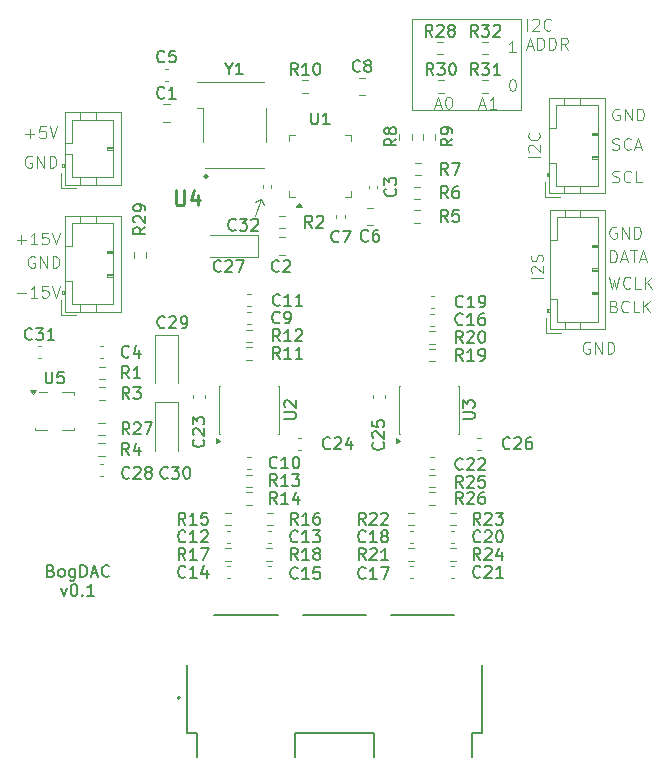
<source format=gbr>
%TF.GenerationSoftware,KiCad,Pcbnew,9.0.7*%
%TF.CreationDate,2026-01-19T21:17:24-05:00*%
%TF.ProjectId,dac,6461632e-6b69-4636-9164-5f7063625858,rev?*%
%TF.SameCoordinates,Original*%
%TF.FileFunction,Legend,Top*%
%TF.FilePolarity,Positive*%
%FSLAX46Y46*%
G04 Gerber Fmt 4.6, Leading zero omitted, Abs format (unit mm)*
G04 Created by KiCad (PCBNEW 9.0.7) date 2026-01-19 21:17:24*
%MOMM*%
%LPD*%
G01*
G04 APERTURE LIST*
%ADD10C,0.100000*%
%ADD11C,0.150000*%
%ADD12C,0.254000*%
%ADD13C,0.120000*%
%ADD14C,0.250000*%
%ADD15C,0.127000*%
%ADD16C,0.200000*%
G04 APERTURE END LIST*
D10*
X123000000Y-92227500D02*
X123500000Y-90750000D01*
X123500000Y-90750000D02*
X123000000Y-91000000D01*
X136250000Y-75500000D02*
X145500000Y-75500000D01*
X145500000Y-83250000D01*
X136250000Y-83250000D01*
X136250000Y-75500000D01*
X123500000Y-90750000D02*
X123750000Y-91250000D01*
X103553884Y-85241466D02*
X104315789Y-85241466D01*
X103934836Y-85622419D02*
X103934836Y-84860514D01*
X105268169Y-84622419D02*
X104791979Y-84622419D01*
X104791979Y-84622419D02*
X104744360Y-85098609D01*
X104744360Y-85098609D02*
X104791979Y-85050990D01*
X104791979Y-85050990D02*
X104887217Y-85003371D01*
X104887217Y-85003371D02*
X105125312Y-85003371D01*
X105125312Y-85003371D02*
X105220550Y-85050990D01*
X105220550Y-85050990D02*
X105268169Y-85098609D01*
X105268169Y-85098609D02*
X105315788Y-85193847D01*
X105315788Y-85193847D02*
X105315788Y-85431942D01*
X105315788Y-85431942D02*
X105268169Y-85527180D01*
X105268169Y-85527180D02*
X105220550Y-85574800D01*
X105220550Y-85574800D02*
X105125312Y-85622419D01*
X105125312Y-85622419D02*
X104887217Y-85622419D01*
X104887217Y-85622419D02*
X104791979Y-85574800D01*
X104791979Y-85574800D02*
X104744360Y-85527180D01*
X105601503Y-84622419D02*
X105934836Y-85622419D01*
X105934836Y-85622419D02*
X106268169Y-84622419D01*
X151327693Y-102920038D02*
X151232455Y-102872419D01*
X151232455Y-102872419D02*
X151089598Y-102872419D01*
X151089598Y-102872419D02*
X150946741Y-102920038D01*
X150946741Y-102920038D02*
X150851503Y-103015276D01*
X150851503Y-103015276D02*
X150803884Y-103110514D01*
X150803884Y-103110514D02*
X150756265Y-103300990D01*
X150756265Y-103300990D02*
X150756265Y-103443847D01*
X150756265Y-103443847D02*
X150803884Y-103634323D01*
X150803884Y-103634323D02*
X150851503Y-103729561D01*
X150851503Y-103729561D02*
X150946741Y-103824800D01*
X150946741Y-103824800D02*
X151089598Y-103872419D01*
X151089598Y-103872419D02*
X151184836Y-103872419D01*
X151184836Y-103872419D02*
X151327693Y-103824800D01*
X151327693Y-103824800D02*
X151375312Y-103777180D01*
X151375312Y-103777180D02*
X151375312Y-103443847D01*
X151375312Y-103443847D02*
X151184836Y-103443847D01*
X151803884Y-103872419D02*
X151803884Y-102872419D01*
X151803884Y-102872419D02*
X152375312Y-103872419D01*
X152375312Y-103872419D02*
X152375312Y-102872419D01*
X152851503Y-103872419D02*
X152851503Y-102872419D01*
X152851503Y-102872419D02*
X153089598Y-102872419D01*
X153089598Y-102872419D02*
X153232455Y-102920038D01*
X153232455Y-102920038D02*
X153327693Y-103015276D01*
X153327693Y-103015276D02*
X153375312Y-103110514D01*
X153375312Y-103110514D02*
X153422931Y-103300990D01*
X153422931Y-103300990D02*
X153422931Y-103443847D01*
X153422931Y-103443847D02*
X153375312Y-103634323D01*
X153375312Y-103634323D02*
X153327693Y-103729561D01*
X153327693Y-103729561D02*
X153232455Y-103824800D01*
X153232455Y-103824800D02*
X153089598Y-103872419D01*
X153089598Y-103872419D02*
X152851503Y-103872419D01*
X145077693Y-78372419D02*
X144506265Y-78372419D01*
X144791979Y-78372419D02*
X144791979Y-77372419D01*
X144791979Y-77372419D02*
X144696741Y-77515276D01*
X144696741Y-77515276D02*
X144601503Y-77610514D01*
X144601503Y-77610514D02*
X144506265Y-77658133D01*
X147122419Y-87196115D02*
X146122419Y-87196115D01*
X146217657Y-86767544D02*
X146170038Y-86719925D01*
X146170038Y-86719925D02*
X146122419Y-86624687D01*
X146122419Y-86624687D02*
X146122419Y-86386592D01*
X146122419Y-86386592D02*
X146170038Y-86291354D01*
X146170038Y-86291354D02*
X146217657Y-86243735D01*
X146217657Y-86243735D02*
X146312895Y-86196116D01*
X146312895Y-86196116D02*
X146408133Y-86196116D01*
X146408133Y-86196116D02*
X146550990Y-86243735D01*
X146550990Y-86243735D02*
X147122419Y-86815163D01*
X147122419Y-86815163D02*
X147122419Y-86196116D01*
X147027180Y-85196116D02*
X147074800Y-85243735D01*
X147074800Y-85243735D02*
X147122419Y-85386592D01*
X147122419Y-85386592D02*
X147122419Y-85481830D01*
X147122419Y-85481830D02*
X147074800Y-85624687D01*
X147074800Y-85624687D02*
X146979561Y-85719925D01*
X146979561Y-85719925D02*
X146884323Y-85767544D01*
X146884323Y-85767544D02*
X146693847Y-85815163D01*
X146693847Y-85815163D02*
X146550990Y-85815163D01*
X146550990Y-85815163D02*
X146360514Y-85767544D01*
X146360514Y-85767544D02*
X146265276Y-85719925D01*
X146265276Y-85719925D02*
X146170038Y-85624687D01*
X146170038Y-85624687D02*
X146122419Y-85481830D01*
X146122419Y-85481830D02*
X146122419Y-85386592D01*
X146122419Y-85386592D02*
X146170038Y-85243735D01*
X146170038Y-85243735D02*
X146217657Y-85196116D01*
X146053884Y-76512475D02*
X146053884Y-75512475D01*
X146482455Y-75607713D02*
X146530074Y-75560094D01*
X146530074Y-75560094D02*
X146625312Y-75512475D01*
X146625312Y-75512475D02*
X146863407Y-75512475D01*
X146863407Y-75512475D02*
X146958645Y-75560094D01*
X146958645Y-75560094D02*
X147006264Y-75607713D01*
X147006264Y-75607713D02*
X147053883Y-75702951D01*
X147053883Y-75702951D02*
X147053883Y-75798189D01*
X147053883Y-75798189D02*
X147006264Y-75941046D01*
X147006264Y-75941046D02*
X146434836Y-76512475D01*
X146434836Y-76512475D02*
X147053883Y-76512475D01*
X148053883Y-76417236D02*
X148006264Y-76464856D01*
X148006264Y-76464856D02*
X147863407Y-76512475D01*
X147863407Y-76512475D02*
X147768169Y-76512475D01*
X147768169Y-76512475D02*
X147625312Y-76464856D01*
X147625312Y-76464856D02*
X147530074Y-76369617D01*
X147530074Y-76369617D02*
X147482455Y-76274379D01*
X147482455Y-76274379D02*
X147434836Y-76083903D01*
X147434836Y-76083903D02*
X147434836Y-75941046D01*
X147434836Y-75941046D02*
X147482455Y-75750570D01*
X147482455Y-75750570D02*
X147530074Y-75655332D01*
X147530074Y-75655332D02*
X147625312Y-75560094D01*
X147625312Y-75560094D02*
X147768169Y-75512475D01*
X147768169Y-75512475D02*
X147863407Y-75512475D01*
X147863407Y-75512475D02*
X148006264Y-75560094D01*
X148006264Y-75560094D02*
X148053883Y-75607713D01*
X146006265Y-77836704D02*
X146482455Y-77836704D01*
X145911027Y-78122419D02*
X146244360Y-77122419D01*
X146244360Y-77122419D02*
X146577693Y-78122419D01*
X146911027Y-78122419D02*
X146911027Y-77122419D01*
X146911027Y-77122419D02*
X147149122Y-77122419D01*
X147149122Y-77122419D02*
X147291979Y-77170038D01*
X147291979Y-77170038D02*
X147387217Y-77265276D01*
X147387217Y-77265276D02*
X147434836Y-77360514D01*
X147434836Y-77360514D02*
X147482455Y-77550990D01*
X147482455Y-77550990D02*
X147482455Y-77693847D01*
X147482455Y-77693847D02*
X147434836Y-77884323D01*
X147434836Y-77884323D02*
X147387217Y-77979561D01*
X147387217Y-77979561D02*
X147291979Y-78074800D01*
X147291979Y-78074800D02*
X147149122Y-78122419D01*
X147149122Y-78122419D02*
X146911027Y-78122419D01*
X147911027Y-78122419D02*
X147911027Y-77122419D01*
X147911027Y-77122419D02*
X148149122Y-77122419D01*
X148149122Y-77122419D02*
X148291979Y-77170038D01*
X148291979Y-77170038D02*
X148387217Y-77265276D01*
X148387217Y-77265276D02*
X148434836Y-77360514D01*
X148434836Y-77360514D02*
X148482455Y-77550990D01*
X148482455Y-77550990D02*
X148482455Y-77693847D01*
X148482455Y-77693847D02*
X148434836Y-77884323D01*
X148434836Y-77884323D02*
X148387217Y-77979561D01*
X148387217Y-77979561D02*
X148291979Y-78074800D01*
X148291979Y-78074800D02*
X148149122Y-78122419D01*
X148149122Y-78122419D02*
X147911027Y-78122419D01*
X149482455Y-78122419D02*
X149149122Y-77646228D01*
X148911027Y-78122419D02*
X148911027Y-77122419D01*
X148911027Y-77122419D02*
X149291979Y-77122419D01*
X149291979Y-77122419D02*
X149387217Y-77170038D01*
X149387217Y-77170038D02*
X149434836Y-77217657D01*
X149434836Y-77217657D02*
X149482455Y-77312895D01*
X149482455Y-77312895D02*
X149482455Y-77455752D01*
X149482455Y-77455752D02*
X149434836Y-77550990D01*
X149434836Y-77550990D02*
X149387217Y-77598609D01*
X149387217Y-77598609D02*
X149291979Y-77646228D01*
X149291979Y-77646228D02*
X148911027Y-77646228D01*
X104327693Y-95670038D02*
X104232455Y-95622419D01*
X104232455Y-95622419D02*
X104089598Y-95622419D01*
X104089598Y-95622419D02*
X103946741Y-95670038D01*
X103946741Y-95670038D02*
X103851503Y-95765276D01*
X103851503Y-95765276D02*
X103803884Y-95860514D01*
X103803884Y-95860514D02*
X103756265Y-96050990D01*
X103756265Y-96050990D02*
X103756265Y-96193847D01*
X103756265Y-96193847D02*
X103803884Y-96384323D01*
X103803884Y-96384323D02*
X103851503Y-96479561D01*
X103851503Y-96479561D02*
X103946741Y-96574800D01*
X103946741Y-96574800D02*
X104089598Y-96622419D01*
X104089598Y-96622419D02*
X104184836Y-96622419D01*
X104184836Y-96622419D02*
X104327693Y-96574800D01*
X104327693Y-96574800D02*
X104375312Y-96527180D01*
X104375312Y-96527180D02*
X104375312Y-96193847D01*
X104375312Y-96193847D02*
X104184836Y-96193847D01*
X104803884Y-96622419D02*
X104803884Y-95622419D01*
X104803884Y-95622419D02*
X105375312Y-96622419D01*
X105375312Y-96622419D02*
X105375312Y-95622419D01*
X105851503Y-96622419D02*
X105851503Y-95622419D01*
X105851503Y-95622419D02*
X106089598Y-95622419D01*
X106089598Y-95622419D02*
X106232455Y-95670038D01*
X106232455Y-95670038D02*
X106327693Y-95765276D01*
X106327693Y-95765276D02*
X106375312Y-95860514D01*
X106375312Y-95860514D02*
X106422931Y-96050990D01*
X106422931Y-96050990D02*
X106422931Y-96193847D01*
X106422931Y-96193847D02*
X106375312Y-96384323D01*
X106375312Y-96384323D02*
X106327693Y-96479561D01*
X106327693Y-96479561D02*
X106232455Y-96574800D01*
X106232455Y-96574800D02*
X106089598Y-96622419D01*
X106089598Y-96622419D02*
X105851503Y-96622419D01*
X153827693Y-83170038D02*
X153732455Y-83122419D01*
X153732455Y-83122419D02*
X153589598Y-83122419D01*
X153589598Y-83122419D02*
X153446741Y-83170038D01*
X153446741Y-83170038D02*
X153351503Y-83265276D01*
X153351503Y-83265276D02*
X153303884Y-83360514D01*
X153303884Y-83360514D02*
X153256265Y-83550990D01*
X153256265Y-83550990D02*
X153256265Y-83693847D01*
X153256265Y-83693847D02*
X153303884Y-83884323D01*
X153303884Y-83884323D02*
X153351503Y-83979561D01*
X153351503Y-83979561D02*
X153446741Y-84074800D01*
X153446741Y-84074800D02*
X153589598Y-84122419D01*
X153589598Y-84122419D02*
X153684836Y-84122419D01*
X153684836Y-84122419D02*
X153827693Y-84074800D01*
X153827693Y-84074800D02*
X153875312Y-84027180D01*
X153875312Y-84027180D02*
X153875312Y-83693847D01*
X153875312Y-83693847D02*
X153684836Y-83693847D01*
X154303884Y-84122419D02*
X154303884Y-83122419D01*
X154303884Y-83122419D02*
X154875312Y-84122419D01*
X154875312Y-84122419D02*
X154875312Y-83122419D01*
X155351503Y-84122419D02*
X155351503Y-83122419D01*
X155351503Y-83122419D02*
X155589598Y-83122419D01*
X155589598Y-83122419D02*
X155732455Y-83170038D01*
X155732455Y-83170038D02*
X155827693Y-83265276D01*
X155827693Y-83265276D02*
X155875312Y-83360514D01*
X155875312Y-83360514D02*
X155922931Y-83550990D01*
X155922931Y-83550990D02*
X155922931Y-83693847D01*
X155922931Y-83693847D02*
X155875312Y-83884323D01*
X155875312Y-83884323D02*
X155827693Y-83979561D01*
X155827693Y-83979561D02*
X155732455Y-84074800D01*
X155732455Y-84074800D02*
X155589598Y-84122419D01*
X155589598Y-84122419D02*
X155351503Y-84122419D01*
X153256265Y-89324800D02*
X153399122Y-89372419D01*
X153399122Y-89372419D02*
X153637217Y-89372419D01*
X153637217Y-89372419D02*
X153732455Y-89324800D01*
X153732455Y-89324800D02*
X153780074Y-89277180D01*
X153780074Y-89277180D02*
X153827693Y-89181942D01*
X153827693Y-89181942D02*
X153827693Y-89086704D01*
X153827693Y-89086704D02*
X153780074Y-88991466D01*
X153780074Y-88991466D02*
X153732455Y-88943847D01*
X153732455Y-88943847D02*
X153637217Y-88896228D01*
X153637217Y-88896228D02*
X153446741Y-88848609D01*
X153446741Y-88848609D02*
X153351503Y-88800990D01*
X153351503Y-88800990D02*
X153303884Y-88753371D01*
X153303884Y-88753371D02*
X153256265Y-88658133D01*
X153256265Y-88658133D02*
X153256265Y-88562895D01*
X153256265Y-88562895D02*
X153303884Y-88467657D01*
X153303884Y-88467657D02*
X153351503Y-88420038D01*
X153351503Y-88420038D02*
X153446741Y-88372419D01*
X153446741Y-88372419D02*
X153684836Y-88372419D01*
X153684836Y-88372419D02*
X153827693Y-88420038D01*
X154827693Y-89277180D02*
X154780074Y-89324800D01*
X154780074Y-89324800D02*
X154637217Y-89372419D01*
X154637217Y-89372419D02*
X154541979Y-89372419D01*
X154541979Y-89372419D02*
X154399122Y-89324800D01*
X154399122Y-89324800D02*
X154303884Y-89229561D01*
X154303884Y-89229561D02*
X154256265Y-89134323D01*
X154256265Y-89134323D02*
X154208646Y-88943847D01*
X154208646Y-88943847D02*
X154208646Y-88800990D01*
X154208646Y-88800990D02*
X154256265Y-88610514D01*
X154256265Y-88610514D02*
X154303884Y-88515276D01*
X154303884Y-88515276D02*
X154399122Y-88420038D01*
X154399122Y-88420038D02*
X154541979Y-88372419D01*
X154541979Y-88372419D02*
X154637217Y-88372419D01*
X154637217Y-88372419D02*
X154780074Y-88420038D01*
X154780074Y-88420038D02*
X154827693Y-88467657D01*
X155732455Y-89372419D02*
X155256265Y-89372419D01*
X155256265Y-89372419D02*
X155256265Y-88372419D01*
D11*
X105738095Y-122236065D02*
X105880952Y-122283684D01*
X105880952Y-122283684D02*
X105928571Y-122331303D01*
X105928571Y-122331303D02*
X105976190Y-122426541D01*
X105976190Y-122426541D02*
X105976190Y-122569398D01*
X105976190Y-122569398D02*
X105928571Y-122664636D01*
X105928571Y-122664636D02*
X105880952Y-122712256D01*
X105880952Y-122712256D02*
X105785714Y-122759875D01*
X105785714Y-122759875D02*
X105404762Y-122759875D01*
X105404762Y-122759875D02*
X105404762Y-121759875D01*
X105404762Y-121759875D02*
X105738095Y-121759875D01*
X105738095Y-121759875D02*
X105833333Y-121807494D01*
X105833333Y-121807494D02*
X105880952Y-121855113D01*
X105880952Y-121855113D02*
X105928571Y-121950351D01*
X105928571Y-121950351D02*
X105928571Y-122045589D01*
X105928571Y-122045589D02*
X105880952Y-122140827D01*
X105880952Y-122140827D02*
X105833333Y-122188446D01*
X105833333Y-122188446D02*
X105738095Y-122236065D01*
X105738095Y-122236065D02*
X105404762Y-122236065D01*
X106547619Y-122759875D02*
X106452381Y-122712256D01*
X106452381Y-122712256D02*
X106404762Y-122664636D01*
X106404762Y-122664636D02*
X106357143Y-122569398D01*
X106357143Y-122569398D02*
X106357143Y-122283684D01*
X106357143Y-122283684D02*
X106404762Y-122188446D01*
X106404762Y-122188446D02*
X106452381Y-122140827D01*
X106452381Y-122140827D02*
X106547619Y-122093208D01*
X106547619Y-122093208D02*
X106690476Y-122093208D01*
X106690476Y-122093208D02*
X106785714Y-122140827D01*
X106785714Y-122140827D02*
X106833333Y-122188446D01*
X106833333Y-122188446D02*
X106880952Y-122283684D01*
X106880952Y-122283684D02*
X106880952Y-122569398D01*
X106880952Y-122569398D02*
X106833333Y-122664636D01*
X106833333Y-122664636D02*
X106785714Y-122712256D01*
X106785714Y-122712256D02*
X106690476Y-122759875D01*
X106690476Y-122759875D02*
X106547619Y-122759875D01*
X107738095Y-122093208D02*
X107738095Y-122902732D01*
X107738095Y-122902732D02*
X107690476Y-122997970D01*
X107690476Y-122997970D02*
X107642857Y-123045589D01*
X107642857Y-123045589D02*
X107547619Y-123093208D01*
X107547619Y-123093208D02*
X107404762Y-123093208D01*
X107404762Y-123093208D02*
X107309524Y-123045589D01*
X107738095Y-122712256D02*
X107642857Y-122759875D01*
X107642857Y-122759875D02*
X107452381Y-122759875D01*
X107452381Y-122759875D02*
X107357143Y-122712256D01*
X107357143Y-122712256D02*
X107309524Y-122664636D01*
X107309524Y-122664636D02*
X107261905Y-122569398D01*
X107261905Y-122569398D02*
X107261905Y-122283684D01*
X107261905Y-122283684D02*
X107309524Y-122188446D01*
X107309524Y-122188446D02*
X107357143Y-122140827D01*
X107357143Y-122140827D02*
X107452381Y-122093208D01*
X107452381Y-122093208D02*
X107642857Y-122093208D01*
X107642857Y-122093208D02*
X107738095Y-122140827D01*
X108214286Y-122759875D02*
X108214286Y-121759875D01*
X108214286Y-121759875D02*
X108452381Y-121759875D01*
X108452381Y-121759875D02*
X108595238Y-121807494D01*
X108595238Y-121807494D02*
X108690476Y-121902732D01*
X108690476Y-121902732D02*
X108738095Y-121997970D01*
X108738095Y-121997970D02*
X108785714Y-122188446D01*
X108785714Y-122188446D02*
X108785714Y-122331303D01*
X108785714Y-122331303D02*
X108738095Y-122521779D01*
X108738095Y-122521779D02*
X108690476Y-122617017D01*
X108690476Y-122617017D02*
X108595238Y-122712256D01*
X108595238Y-122712256D02*
X108452381Y-122759875D01*
X108452381Y-122759875D02*
X108214286Y-122759875D01*
X109166667Y-122474160D02*
X109642857Y-122474160D01*
X109071429Y-122759875D02*
X109404762Y-121759875D01*
X109404762Y-121759875D02*
X109738095Y-122759875D01*
X110642857Y-122664636D02*
X110595238Y-122712256D01*
X110595238Y-122712256D02*
X110452381Y-122759875D01*
X110452381Y-122759875D02*
X110357143Y-122759875D01*
X110357143Y-122759875D02*
X110214286Y-122712256D01*
X110214286Y-122712256D02*
X110119048Y-122617017D01*
X110119048Y-122617017D02*
X110071429Y-122521779D01*
X110071429Y-122521779D02*
X110023810Y-122331303D01*
X110023810Y-122331303D02*
X110023810Y-122188446D01*
X110023810Y-122188446D02*
X110071429Y-121997970D01*
X110071429Y-121997970D02*
X110119048Y-121902732D01*
X110119048Y-121902732D02*
X110214286Y-121807494D01*
X110214286Y-121807494D02*
X110357143Y-121759875D01*
X110357143Y-121759875D02*
X110452381Y-121759875D01*
X110452381Y-121759875D02*
X110595238Y-121807494D01*
X110595238Y-121807494D02*
X110642857Y-121855113D01*
X106571429Y-123703152D02*
X106809524Y-124369819D01*
X106809524Y-124369819D02*
X107047619Y-123703152D01*
X107619048Y-123369819D02*
X107714286Y-123369819D01*
X107714286Y-123369819D02*
X107809524Y-123417438D01*
X107809524Y-123417438D02*
X107857143Y-123465057D01*
X107857143Y-123465057D02*
X107904762Y-123560295D01*
X107904762Y-123560295D02*
X107952381Y-123750771D01*
X107952381Y-123750771D02*
X107952381Y-123988866D01*
X107952381Y-123988866D02*
X107904762Y-124179342D01*
X107904762Y-124179342D02*
X107857143Y-124274580D01*
X107857143Y-124274580D02*
X107809524Y-124322200D01*
X107809524Y-124322200D02*
X107714286Y-124369819D01*
X107714286Y-124369819D02*
X107619048Y-124369819D01*
X107619048Y-124369819D02*
X107523810Y-124322200D01*
X107523810Y-124322200D02*
X107476191Y-124274580D01*
X107476191Y-124274580D02*
X107428572Y-124179342D01*
X107428572Y-124179342D02*
X107380953Y-123988866D01*
X107380953Y-123988866D02*
X107380953Y-123750771D01*
X107380953Y-123750771D02*
X107428572Y-123560295D01*
X107428572Y-123560295D02*
X107476191Y-123465057D01*
X107476191Y-123465057D02*
X107523810Y-123417438D01*
X107523810Y-123417438D02*
X107619048Y-123369819D01*
X108380953Y-124274580D02*
X108428572Y-124322200D01*
X108428572Y-124322200D02*
X108380953Y-124369819D01*
X108380953Y-124369819D02*
X108333334Y-124322200D01*
X108333334Y-124322200D02*
X108380953Y-124274580D01*
X108380953Y-124274580D02*
X108380953Y-124369819D01*
X109380952Y-124369819D02*
X108809524Y-124369819D01*
X109095238Y-124369819D02*
X109095238Y-123369819D01*
X109095238Y-123369819D02*
X109000000Y-123512676D01*
X109000000Y-123512676D02*
X108904762Y-123607914D01*
X108904762Y-123607914D02*
X108809524Y-123655533D01*
D10*
X104077693Y-87170038D02*
X103982455Y-87122419D01*
X103982455Y-87122419D02*
X103839598Y-87122419D01*
X103839598Y-87122419D02*
X103696741Y-87170038D01*
X103696741Y-87170038D02*
X103601503Y-87265276D01*
X103601503Y-87265276D02*
X103553884Y-87360514D01*
X103553884Y-87360514D02*
X103506265Y-87550990D01*
X103506265Y-87550990D02*
X103506265Y-87693847D01*
X103506265Y-87693847D02*
X103553884Y-87884323D01*
X103553884Y-87884323D02*
X103601503Y-87979561D01*
X103601503Y-87979561D02*
X103696741Y-88074800D01*
X103696741Y-88074800D02*
X103839598Y-88122419D01*
X103839598Y-88122419D02*
X103934836Y-88122419D01*
X103934836Y-88122419D02*
X104077693Y-88074800D01*
X104077693Y-88074800D02*
X104125312Y-88027180D01*
X104125312Y-88027180D02*
X104125312Y-87693847D01*
X104125312Y-87693847D02*
X103934836Y-87693847D01*
X104553884Y-88122419D02*
X104553884Y-87122419D01*
X104553884Y-87122419D02*
X105125312Y-88122419D01*
X105125312Y-88122419D02*
X105125312Y-87122419D01*
X105601503Y-88122419D02*
X105601503Y-87122419D01*
X105601503Y-87122419D02*
X105839598Y-87122419D01*
X105839598Y-87122419D02*
X105982455Y-87170038D01*
X105982455Y-87170038D02*
X106077693Y-87265276D01*
X106077693Y-87265276D02*
X106125312Y-87360514D01*
X106125312Y-87360514D02*
X106172931Y-87550990D01*
X106172931Y-87550990D02*
X106172931Y-87693847D01*
X106172931Y-87693847D02*
X106125312Y-87884323D01*
X106125312Y-87884323D02*
X106077693Y-87979561D01*
X106077693Y-87979561D02*
X105982455Y-88074800D01*
X105982455Y-88074800D02*
X105839598Y-88122419D01*
X105839598Y-88122419D02*
X105601503Y-88122419D01*
X153256265Y-86574800D02*
X153399122Y-86622419D01*
X153399122Y-86622419D02*
X153637217Y-86622419D01*
X153637217Y-86622419D02*
X153732455Y-86574800D01*
X153732455Y-86574800D02*
X153780074Y-86527180D01*
X153780074Y-86527180D02*
X153827693Y-86431942D01*
X153827693Y-86431942D02*
X153827693Y-86336704D01*
X153827693Y-86336704D02*
X153780074Y-86241466D01*
X153780074Y-86241466D02*
X153732455Y-86193847D01*
X153732455Y-86193847D02*
X153637217Y-86146228D01*
X153637217Y-86146228D02*
X153446741Y-86098609D01*
X153446741Y-86098609D02*
X153351503Y-86050990D01*
X153351503Y-86050990D02*
X153303884Y-86003371D01*
X153303884Y-86003371D02*
X153256265Y-85908133D01*
X153256265Y-85908133D02*
X153256265Y-85812895D01*
X153256265Y-85812895D02*
X153303884Y-85717657D01*
X153303884Y-85717657D02*
X153351503Y-85670038D01*
X153351503Y-85670038D02*
X153446741Y-85622419D01*
X153446741Y-85622419D02*
X153684836Y-85622419D01*
X153684836Y-85622419D02*
X153827693Y-85670038D01*
X154827693Y-86527180D02*
X154780074Y-86574800D01*
X154780074Y-86574800D02*
X154637217Y-86622419D01*
X154637217Y-86622419D02*
X154541979Y-86622419D01*
X154541979Y-86622419D02*
X154399122Y-86574800D01*
X154399122Y-86574800D02*
X154303884Y-86479561D01*
X154303884Y-86479561D02*
X154256265Y-86384323D01*
X154256265Y-86384323D02*
X154208646Y-86193847D01*
X154208646Y-86193847D02*
X154208646Y-86050990D01*
X154208646Y-86050990D02*
X154256265Y-85860514D01*
X154256265Y-85860514D02*
X154303884Y-85765276D01*
X154303884Y-85765276D02*
X154399122Y-85670038D01*
X154399122Y-85670038D02*
X154541979Y-85622419D01*
X154541979Y-85622419D02*
X154637217Y-85622419D01*
X154637217Y-85622419D02*
X154780074Y-85670038D01*
X154780074Y-85670038D02*
X154827693Y-85717657D01*
X155208646Y-86336704D02*
X155684836Y-86336704D01*
X155113408Y-86622419D02*
X155446741Y-85622419D01*
X155446741Y-85622419D02*
X155780074Y-86622419D01*
X102803884Y-98741466D02*
X103565789Y-98741466D01*
X104565788Y-99122419D02*
X103994360Y-99122419D01*
X104280074Y-99122419D02*
X104280074Y-98122419D01*
X104280074Y-98122419D02*
X104184836Y-98265276D01*
X104184836Y-98265276D02*
X104089598Y-98360514D01*
X104089598Y-98360514D02*
X103994360Y-98408133D01*
X105470550Y-98122419D02*
X104994360Y-98122419D01*
X104994360Y-98122419D02*
X104946741Y-98598609D01*
X104946741Y-98598609D02*
X104994360Y-98550990D01*
X104994360Y-98550990D02*
X105089598Y-98503371D01*
X105089598Y-98503371D02*
X105327693Y-98503371D01*
X105327693Y-98503371D02*
X105422931Y-98550990D01*
X105422931Y-98550990D02*
X105470550Y-98598609D01*
X105470550Y-98598609D02*
X105518169Y-98693847D01*
X105518169Y-98693847D02*
X105518169Y-98931942D01*
X105518169Y-98931942D02*
X105470550Y-99027180D01*
X105470550Y-99027180D02*
X105422931Y-99074800D01*
X105422931Y-99074800D02*
X105327693Y-99122419D01*
X105327693Y-99122419D02*
X105089598Y-99122419D01*
X105089598Y-99122419D02*
X104994360Y-99074800D01*
X104994360Y-99074800D02*
X104946741Y-99027180D01*
X105803884Y-98122419D02*
X106137217Y-99122419D01*
X106137217Y-99122419D02*
X106470550Y-98122419D01*
X102803884Y-94241466D02*
X103565789Y-94241466D01*
X103184836Y-94622419D02*
X103184836Y-93860514D01*
X104565788Y-94622419D02*
X103994360Y-94622419D01*
X104280074Y-94622419D02*
X104280074Y-93622419D01*
X104280074Y-93622419D02*
X104184836Y-93765276D01*
X104184836Y-93765276D02*
X104089598Y-93860514D01*
X104089598Y-93860514D02*
X103994360Y-93908133D01*
X105470550Y-93622419D02*
X104994360Y-93622419D01*
X104994360Y-93622419D02*
X104946741Y-94098609D01*
X104946741Y-94098609D02*
X104994360Y-94050990D01*
X104994360Y-94050990D02*
X105089598Y-94003371D01*
X105089598Y-94003371D02*
X105327693Y-94003371D01*
X105327693Y-94003371D02*
X105422931Y-94050990D01*
X105422931Y-94050990D02*
X105470550Y-94098609D01*
X105470550Y-94098609D02*
X105518169Y-94193847D01*
X105518169Y-94193847D02*
X105518169Y-94431942D01*
X105518169Y-94431942D02*
X105470550Y-94527180D01*
X105470550Y-94527180D02*
X105422931Y-94574800D01*
X105422931Y-94574800D02*
X105327693Y-94622419D01*
X105327693Y-94622419D02*
X105089598Y-94622419D01*
X105089598Y-94622419D02*
X104994360Y-94574800D01*
X104994360Y-94574800D02*
X104946741Y-94527180D01*
X105803884Y-93622419D02*
X106137217Y-94622419D01*
X106137217Y-94622419D02*
X106470550Y-93622419D01*
X142006265Y-82836704D02*
X142482455Y-82836704D01*
X141911027Y-83122419D02*
X142244360Y-82122419D01*
X142244360Y-82122419D02*
X142577693Y-83122419D01*
X143434836Y-83122419D02*
X142863408Y-83122419D01*
X143149122Y-83122419D02*
X143149122Y-82122419D01*
X143149122Y-82122419D02*
X143053884Y-82265276D01*
X143053884Y-82265276D02*
X142958646Y-82360514D01*
X142958646Y-82360514D02*
X142863408Y-82408133D01*
X153387217Y-99848609D02*
X153530074Y-99896228D01*
X153530074Y-99896228D02*
X153577693Y-99943847D01*
X153577693Y-99943847D02*
X153625312Y-100039085D01*
X153625312Y-100039085D02*
X153625312Y-100181942D01*
X153625312Y-100181942D02*
X153577693Y-100277180D01*
X153577693Y-100277180D02*
X153530074Y-100324800D01*
X153530074Y-100324800D02*
X153434836Y-100372419D01*
X153434836Y-100372419D02*
X153053884Y-100372419D01*
X153053884Y-100372419D02*
X153053884Y-99372419D01*
X153053884Y-99372419D02*
X153387217Y-99372419D01*
X153387217Y-99372419D02*
X153482455Y-99420038D01*
X153482455Y-99420038D02*
X153530074Y-99467657D01*
X153530074Y-99467657D02*
X153577693Y-99562895D01*
X153577693Y-99562895D02*
X153577693Y-99658133D01*
X153577693Y-99658133D02*
X153530074Y-99753371D01*
X153530074Y-99753371D02*
X153482455Y-99800990D01*
X153482455Y-99800990D02*
X153387217Y-99848609D01*
X153387217Y-99848609D02*
X153053884Y-99848609D01*
X154625312Y-100277180D02*
X154577693Y-100324800D01*
X154577693Y-100324800D02*
X154434836Y-100372419D01*
X154434836Y-100372419D02*
X154339598Y-100372419D01*
X154339598Y-100372419D02*
X154196741Y-100324800D01*
X154196741Y-100324800D02*
X154101503Y-100229561D01*
X154101503Y-100229561D02*
X154053884Y-100134323D01*
X154053884Y-100134323D02*
X154006265Y-99943847D01*
X154006265Y-99943847D02*
X154006265Y-99800990D01*
X154006265Y-99800990D02*
X154053884Y-99610514D01*
X154053884Y-99610514D02*
X154101503Y-99515276D01*
X154101503Y-99515276D02*
X154196741Y-99420038D01*
X154196741Y-99420038D02*
X154339598Y-99372419D01*
X154339598Y-99372419D02*
X154434836Y-99372419D01*
X154434836Y-99372419D02*
X154577693Y-99420038D01*
X154577693Y-99420038D02*
X154625312Y-99467657D01*
X155530074Y-100372419D02*
X155053884Y-100372419D01*
X155053884Y-100372419D02*
X155053884Y-99372419D01*
X155863408Y-100372419D02*
X155863408Y-99372419D01*
X156434836Y-100372419D02*
X156006265Y-99800990D01*
X156434836Y-99372419D02*
X155863408Y-99943847D01*
X153053884Y-96122419D02*
X153053884Y-95122419D01*
X153053884Y-95122419D02*
X153291979Y-95122419D01*
X153291979Y-95122419D02*
X153434836Y-95170038D01*
X153434836Y-95170038D02*
X153530074Y-95265276D01*
X153530074Y-95265276D02*
X153577693Y-95360514D01*
X153577693Y-95360514D02*
X153625312Y-95550990D01*
X153625312Y-95550990D02*
X153625312Y-95693847D01*
X153625312Y-95693847D02*
X153577693Y-95884323D01*
X153577693Y-95884323D02*
X153530074Y-95979561D01*
X153530074Y-95979561D02*
X153434836Y-96074800D01*
X153434836Y-96074800D02*
X153291979Y-96122419D01*
X153291979Y-96122419D02*
X153053884Y-96122419D01*
X154006265Y-95836704D02*
X154482455Y-95836704D01*
X153911027Y-96122419D02*
X154244360Y-95122419D01*
X154244360Y-95122419D02*
X154577693Y-96122419D01*
X154768170Y-95122419D02*
X155339598Y-95122419D01*
X155053884Y-96122419D02*
X155053884Y-95122419D01*
X155625313Y-95836704D02*
X156101503Y-95836704D01*
X155530075Y-96122419D02*
X155863408Y-95122419D01*
X155863408Y-95122419D02*
X156196741Y-96122419D01*
X153577693Y-93170038D02*
X153482455Y-93122419D01*
X153482455Y-93122419D02*
X153339598Y-93122419D01*
X153339598Y-93122419D02*
X153196741Y-93170038D01*
X153196741Y-93170038D02*
X153101503Y-93265276D01*
X153101503Y-93265276D02*
X153053884Y-93360514D01*
X153053884Y-93360514D02*
X153006265Y-93550990D01*
X153006265Y-93550990D02*
X153006265Y-93693847D01*
X153006265Y-93693847D02*
X153053884Y-93884323D01*
X153053884Y-93884323D02*
X153101503Y-93979561D01*
X153101503Y-93979561D02*
X153196741Y-94074800D01*
X153196741Y-94074800D02*
X153339598Y-94122419D01*
X153339598Y-94122419D02*
X153434836Y-94122419D01*
X153434836Y-94122419D02*
X153577693Y-94074800D01*
X153577693Y-94074800D02*
X153625312Y-94027180D01*
X153625312Y-94027180D02*
X153625312Y-93693847D01*
X153625312Y-93693847D02*
X153434836Y-93693847D01*
X154053884Y-94122419D02*
X154053884Y-93122419D01*
X154053884Y-93122419D02*
X154625312Y-94122419D01*
X154625312Y-94122419D02*
X154625312Y-93122419D01*
X155101503Y-94122419D02*
X155101503Y-93122419D01*
X155101503Y-93122419D02*
X155339598Y-93122419D01*
X155339598Y-93122419D02*
X155482455Y-93170038D01*
X155482455Y-93170038D02*
X155577693Y-93265276D01*
X155577693Y-93265276D02*
X155625312Y-93360514D01*
X155625312Y-93360514D02*
X155672931Y-93550990D01*
X155672931Y-93550990D02*
X155672931Y-93693847D01*
X155672931Y-93693847D02*
X155625312Y-93884323D01*
X155625312Y-93884323D02*
X155577693Y-93979561D01*
X155577693Y-93979561D02*
X155482455Y-94074800D01*
X155482455Y-94074800D02*
X155339598Y-94122419D01*
X155339598Y-94122419D02*
X155101503Y-94122419D01*
X147372419Y-97446115D02*
X146372419Y-97446115D01*
X146467657Y-97017544D02*
X146420038Y-96969925D01*
X146420038Y-96969925D02*
X146372419Y-96874687D01*
X146372419Y-96874687D02*
X146372419Y-96636592D01*
X146372419Y-96636592D02*
X146420038Y-96541354D01*
X146420038Y-96541354D02*
X146467657Y-96493735D01*
X146467657Y-96493735D02*
X146562895Y-96446116D01*
X146562895Y-96446116D02*
X146658133Y-96446116D01*
X146658133Y-96446116D02*
X146800990Y-96493735D01*
X146800990Y-96493735D02*
X147372419Y-97065163D01*
X147372419Y-97065163D02*
X147372419Y-96446116D01*
X147324800Y-96065163D02*
X147372419Y-95922306D01*
X147372419Y-95922306D02*
X147372419Y-95684211D01*
X147372419Y-95684211D02*
X147324800Y-95588973D01*
X147324800Y-95588973D02*
X147277180Y-95541354D01*
X147277180Y-95541354D02*
X147181942Y-95493735D01*
X147181942Y-95493735D02*
X147086704Y-95493735D01*
X147086704Y-95493735D02*
X146991466Y-95541354D01*
X146991466Y-95541354D02*
X146943847Y-95588973D01*
X146943847Y-95588973D02*
X146896228Y-95684211D01*
X146896228Y-95684211D02*
X146848609Y-95874687D01*
X146848609Y-95874687D02*
X146800990Y-95969925D01*
X146800990Y-95969925D02*
X146753371Y-96017544D01*
X146753371Y-96017544D02*
X146658133Y-96065163D01*
X146658133Y-96065163D02*
X146562895Y-96065163D01*
X146562895Y-96065163D02*
X146467657Y-96017544D01*
X146467657Y-96017544D02*
X146420038Y-95969925D01*
X146420038Y-95969925D02*
X146372419Y-95874687D01*
X146372419Y-95874687D02*
X146372419Y-95636592D01*
X146372419Y-95636592D02*
X146420038Y-95493735D01*
X138256265Y-82836704D02*
X138732455Y-82836704D01*
X138161027Y-83122419D02*
X138494360Y-82122419D01*
X138494360Y-82122419D02*
X138827693Y-83122419D01*
X139351503Y-82122419D02*
X139446741Y-82122419D01*
X139446741Y-82122419D02*
X139541979Y-82170038D01*
X139541979Y-82170038D02*
X139589598Y-82217657D01*
X139589598Y-82217657D02*
X139637217Y-82312895D01*
X139637217Y-82312895D02*
X139684836Y-82503371D01*
X139684836Y-82503371D02*
X139684836Y-82741466D01*
X139684836Y-82741466D02*
X139637217Y-82931942D01*
X139637217Y-82931942D02*
X139589598Y-83027180D01*
X139589598Y-83027180D02*
X139541979Y-83074800D01*
X139541979Y-83074800D02*
X139446741Y-83122419D01*
X139446741Y-83122419D02*
X139351503Y-83122419D01*
X139351503Y-83122419D02*
X139256265Y-83074800D01*
X139256265Y-83074800D02*
X139208646Y-83027180D01*
X139208646Y-83027180D02*
X139161027Y-82931942D01*
X139161027Y-82931942D02*
X139113408Y-82741466D01*
X139113408Y-82741466D02*
X139113408Y-82503371D01*
X139113408Y-82503371D02*
X139161027Y-82312895D01*
X139161027Y-82312895D02*
X139208646Y-82217657D01*
X139208646Y-82217657D02*
X139256265Y-82170038D01*
X139256265Y-82170038D02*
X139351503Y-82122419D01*
X152958646Y-97372419D02*
X153196741Y-98372419D01*
X153196741Y-98372419D02*
X153387217Y-97658133D01*
X153387217Y-97658133D02*
X153577693Y-98372419D01*
X153577693Y-98372419D02*
X153815789Y-97372419D01*
X154768169Y-98277180D02*
X154720550Y-98324800D01*
X154720550Y-98324800D02*
X154577693Y-98372419D01*
X154577693Y-98372419D02*
X154482455Y-98372419D01*
X154482455Y-98372419D02*
X154339598Y-98324800D01*
X154339598Y-98324800D02*
X154244360Y-98229561D01*
X154244360Y-98229561D02*
X154196741Y-98134323D01*
X154196741Y-98134323D02*
X154149122Y-97943847D01*
X154149122Y-97943847D02*
X154149122Y-97800990D01*
X154149122Y-97800990D02*
X154196741Y-97610514D01*
X154196741Y-97610514D02*
X154244360Y-97515276D01*
X154244360Y-97515276D02*
X154339598Y-97420038D01*
X154339598Y-97420038D02*
X154482455Y-97372419D01*
X154482455Y-97372419D02*
X154577693Y-97372419D01*
X154577693Y-97372419D02*
X154720550Y-97420038D01*
X154720550Y-97420038D02*
X154768169Y-97467657D01*
X155672931Y-98372419D02*
X155196741Y-98372419D01*
X155196741Y-98372419D02*
X155196741Y-97372419D01*
X156006265Y-98372419D02*
X156006265Y-97372419D01*
X156577693Y-98372419D02*
X156149122Y-97800990D01*
X156577693Y-97372419D02*
X156006265Y-97943847D01*
X144744360Y-80622419D02*
X144839598Y-80622419D01*
X144839598Y-80622419D02*
X144934836Y-80670038D01*
X144934836Y-80670038D02*
X144982455Y-80717657D01*
X144982455Y-80717657D02*
X145030074Y-80812895D01*
X145030074Y-80812895D02*
X145077693Y-81003371D01*
X145077693Y-81003371D02*
X145077693Y-81241466D01*
X145077693Y-81241466D02*
X145030074Y-81431942D01*
X145030074Y-81431942D02*
X144982455Y-81527180D01*
X144982455Y-81527180D02*
X144934836Y-81574800D01*
X144934836Y-81574800D02*
X144839598Y-81622419D01*
X144839598Y-81622419D02*
X144744360Y-81622419D01*
X144744360Y-81622419D02*
X144649122Y-81574800D01*
X144649122Y-81574800D02*
X144601503Y-81527180D01*
X144601503Y-81527180D02*
X144553884Y-81431942D01*
X144553884Y-81431942D02*
X144506265Y-81241466D01*
X144506265Y-81241466D02*
X144506265Y-81003371D01*
X144506265Y-81003371D02*
X144553884Y-80812895D01*
X144553884Y-80812895D02*
X144601503Y-80717657D01*
X144601503Y-80717657D02*
X144649122Y-80670038D01*
X144649122Y-80670038D02*
X144744360Y-80622419D01*
D11*
X127738095Y-83454819D02*
X127738095Y-84264342D01*
X127738095Y-84264342D02*
X127785714Y-84359580D01*
X127785714Y-84359580D02*
X127833333Y-84407200D01*
X127833333Y-84407200D02*
X127928571Y-84454819D01*
X127928571Y-84454819D02*
X128119047Y-84454819D01*
X128119047Y-84454819D02*
X128214285Y-84407200D01*
X128214285Y-84407200D02*
X128261904Y-84359580D01*
X128261904Y-84359580D02*
X128309523Y-84264342D01*
X128309523Y-84264342D02*
X128309523Y-83454819D01*
X129309523Y-84454819D02*
X128738095Y-84454819D01*
X129023809Y-84454819D02*
X129023809Y-83454819D01*
X129023809Y-83454819D02*
X128928571Y-83597676D01*
X128928571Y-83597676D02*
X128833333Y-83692914D01*
X128833333Y-83692914D02*
X128738095Y-83740533D01*
X112357142Y-114359580D02*
X112309523Y-114407200D01*
X112309523Y-114407200D02*
X112166666Y-114454819D01*
X112166666Y-114454819D02*
X112071428Y-114454819D01*
X112071428Y-114454819D02*
X111928571Y-114407200D01*
X111928571Y-114407200D02*
X111833333Y-114311961D01*
X111833333Y-114311961D02*
X111785714Y-114216723D01*
X111785714Y-114216723D02*
X111738095Y-114026247D01*
X111738095Y-114026247D02*
X111738095Y-113883390D01*
X111738095Y-113883390D02*
X111785714Y-113692914D01*
X111785714Y-113692914D02*
X111833333Y-113597676D01*
X111833333Y-113597676D02*
X111928571Y-113502438D01*
X111928571Y-113502438D02*
X112071428Y-113454819D01*
X112071428Y-113454819D02*
X112166666Y-113454819D01*
X112166666Y-113454819D02*
X112309523Y-113502438D01*
X112309523Y-113502438D02*
X112357142Y-113550057D01*
X112738095Y-113550057D02*
X112785714Y-113502438D01*
X112785714Y-113502438D02*
X112880952Y-113454819D01*
X112880952Y-113454819D02*
X113119047Y-113454819D01*
X113119047Y-113454819D02*
X113214285Y-113502438D01*
X113214285Y-113502438D02*
X113261904Y-113550057D01*
X113261904Y-113550057D02*
X113309523Y-113645295D01*
X113309523Y-113645295D02*
X113309523Y-113740533D01*
X113309523Y-113740533D02*
X113261904Y-113883390D01*
X113261904Y-113883390D02*
X112690476Y-114454819D01*
X112690476Y-114454819D02*
X113309523Y-114454819D01*
X113880952Y-113883390D02*
X113785714Y-113835771D01*
X113785714Y-113835771D02*
X113738095Y-113788152D01*
X113738095Y-113788152D02*
X113690476Y-113692914D01*
X113690476Y-113692914D02*
X113690476Y-113645295D01*
X113690476Y-113645295D02*
X113738095Y-113550057D01*
X113738095Y-113550057D02*
X113785714Y-113502438D01*
X113785714Y-113502438D02*
X113880952Y-113454819D01*
X113880952Y-113454819D02*
X114071428Y-113454819D01*
X114071428Y-113454819D02*
X114166666Y-113502438D01*
X114166666Y-113502438D02*
X114214285Y-113550057D01*
X114214285Y-113550057D02*
X114261904Y-113645295D01*
X114261904Y-113645295D02*
X114261904Y-113692914D01*
X114261904Y-113692914D02*
X114214285Y-113788152D01*
X114214285Y-113788152D02*
X114166666Y-113835771D01*
X114166666Y-113835771D02*
X114071428Y-113883390D01*
X114071428Y-113883390D02*
X113880952Y-113883390D01*
X113880952Y-113883390D02*
X113785714Y-113931009D01*
X113785714Y-113931009D02*
X113738095Y-113978628D01*
X113738095Y-113978628D02*
X113690476Y-114073866D01*
X113690476Y-114073866D02*
X113690476Y-114264342D01*
X113690476Y-114264342D02*
X113738095Y-114359580D01*
X113738095Y-114359580D02*
X113785714Y-114407200D01*
X113785714Y-114407200D02*
X113880952Y-114454819D01*
X113880952Y-114454819D02*
X114071428Y-114454819D01*
X114071428Y-114454819D02*
X114166666Y-114407200D01*
X114166666Y-114407200D02*
X114214285Y-114359580D01*
X114214285Y-114359580D02*
X114261904Y-114264342D01*
X114261904Y-114264342D02*
X114261904Y-114073866D01*
X114261904Y-114073866D02*
X114214285Y-113978628D01*
X114214285Y-113978628D02*
X114166666Y-113931009D01*
X114166666Y-113931009D02*
X114071428Y-113883390D01*
X126607142Y-121342319D02*
X126273809Y-120866128D01*
X126035714Y-121342319D02*
X126035714Y-120342319D01*
X126035714Y-120342319D02*
X126416666Y-120342319D01*
X126416666Y-120342319D02*
X126511904Y-120389938D01*
X126511904Y-120389938D02*
X126559523Y-120437557D01*
X126559523Y-120437557D02*
X126607142Y-120532795D01*
X126607142Y-120532795D02*
X126607142Y-120675652D01*
X126607142Y-120675652D02*
X126559523Y-120770890D01*
X126559523Y-120770890D02*
X126511904Y-120818509D01*
X126511904Y-120818509D02*
X126416666Y-120866128D01*
X126416666Y-120866128D02*
X126035714Y-120866128D01*
X127559523Y-121342319D02*
X126988095Y-121342319D01*
X127273809Y-121342319D02*
X127273809Y-120342319D01*
X127273809Y-120342319D02*
X127178571Y-120485176D01*
X127178571Y-120485176D02*
X127083333Y-120580414D01*
X127083333Y-120580414D02*
X126988095Y-120628033D01*
X128130952Y-120770890D02*
X128035714Y-120723271D01*
X128035714Y-120723271D02*
X127988095Y-120675652D01*
X127988095Y-120675652D02*
X127940476Y-120580414D01*
X127940476Y-120580414D02*
X127940476Y-120532795D01*
X127940476Y-120532795D02*
X127988095Y-120437557D01*
X127988095Y-120437557D02*
X128035714Y-120389938D01*
X128035714Y-120389938D02*
X128130952Y-120342319D01*
X128130952Y-120342319D02*
X128321428Y-120342319D01*
X128321428Y-120342319D02*
X128416666Y-120389938D01*
X128416666Y-120389938D02*
X128464285Y-120437557D01*
X128464285Y-120437557D02*
X128511904Y-120532795D01*
X128511904Y-120532795D02*
X128511904Y-120580414D01*
X128511904Y-120580414D02*
X128464285Y-120675652D01*
X128464285Y-120675652D02*
X128416666Y-120723271D01*
X128416666Y-120723271D02*
X128321428Y-120770890D01*
X128321428Y-120770890D02*
X128130952Y-120770890D01*
X128130952Y-120770890D02*
X128035714Y-120818509D01*
X128035714Y-120818509D02*
X127988095Y-120866128D01*
X127988095Y-120866128D02*
X127940476Y-120961366D01*
X127940476Y-120961366D02*
X127940476Y-121151842D01*
X127940476Y-121151842D02*
X127988095Y-121247080D01*
X127988095Y-121247080D02*
X128035714Y-121294700D01*
X128035714Y-121294700D02*
X128130952Y-121342319D01*
X128130952Y-121342319D02*
X128321428Y-121342319D01*
X128321428Y-121342319D02*
X128416666Y-121294700D01*
X128416666Y-121294700D02*
X128464285Y-121247080D01*
X128464285Y-121247080D02*
X128511904Y-121151842D01*
X128511904Y-121151842D02*
X128511904Y-120961366D01*
X128511904Y-120961366D02*
X128464285Y-120866128D01*
X128464285Y-120866128D02*
X128416666Y-120818509D01*
X128416666Y-120818509D02*
X128321428Y-120770890D01*
X120107142Y-96859580D02*
X120059523Y-96907200D01*
X120059523Y-96907200D02*
X119916666Y-96954819D01*
X119916666Y-96954819D02*
X119821428Y-96954819D01*
X119821428Y-96954819D02*
X119678571Y-96907200D01*
X119678571Y-96907200D02*
X119583333Y-96811961D01*
X119583333Y-96811961D02*
X119535714Y-96716723D01*
X119535714Y-96716723D02*
X119488095Y-96526247D01*
X119488095Y-96526247D02*
X119488095Y-96383390D01*
X119488095Y-96383390D02*
X119535714Y-96192914D01*
X119535714Y-96192914D02*
X119583333Y-96097676D01*
X119583333Y-96097676D02*
X119678571Y-96002438D01*
X119678571Y-96002438D02*
X119821428Y-95954819D01*
X119821428Y-95954819D02*
X119916666Y-95954819D01*
X119916666Y-95954819D02*
X120059523Y-96002438D01*
X120059523Y-96002438D02*
X120107142Y-96050057D01*
X120488095Y-96050057D02*
X120535714Y-96002438D01*
X120535714Y-96002438D02*
X120630952Y-95954819D01*
X120630952Y-95954819D02*
X120869047Y-95954819D01*
X120869047Y-95954819D02*
X120964285Y-96002438D01*
X120964285Y-96002438D02*
X121011904Y-96050057D01*
X121011904Y-96050057D02*
X121059523Y-96145295D01*
X121059523Y-96145295D02*
X121059523Y-96240533D01*
X121059523Y-96240533D02*
X121011904Y-96383390D01*
X121011904Y-96383390D02*
X120440476Y-96954819D01*
X120440476Y-96954819D02*
X121059523Y-96954819D01*
X121392857Y-95954819D02*
X122059523Y-95954819D01*
X122059523Y-95954819D02*
X121630952Y-96954819D01*
X124857142Y-116592319D02*
X124523809Y-116116128D01*
X124285714Y-116592319D02*
X124285714Y-115592319D01*
X124285714Y-115592319D02*
X124666666Y-115592319D01*
X124666666Y-115592319D02*
X124761904Y-115639938D01*
X124761904Y-115639938D02*
X124809523Y-115687557D01*
X124809523Y-115687557D02*
X124857142Y-115782795D01*
X124857142Y-115782795D02*
X124857142Y-115925652D01*
X124857142Y-115925652D02*
X124809523Y-116020890D01*
X124809523Y-116020890D02*
X124761904Y-116068509D01*
X124761904Y-116068509D02*
X124666666Y-116116128D01*
X124666666Y-116116128D02*
X124285714Y-116116128D01*
X125809523Y-116592319D02*
X125238095Y-116592319D01*
X125523809Y-116592319D02*
X125523809Y-115592319D01*
X125523809Y-115592319D02*
X125428571Y-115735176D01*
X125428571Y-115735176D02*
X125333333Y-115830414D01*
X125333333Y-115830414D02*
X125238095Y-115878033D01*
X126666666Y-115925652D02*
X126666666Y-116592319D01*
X126428571Y-115544700D02*
X126190476Y-116258985D01*
X126190476Y-116258985D02*
X126809523Y-116258985D01*
X104107142Y-102609580D02*
X104059523Y-102657200D01*
X104059523Y-102657200D02*
X103916666Y-102704819D01*
X103916666Y-102704819D02*
X103821428Y-102704819D01*
X103821428Y-102704819D02*
X103678571Y-102657200D01*
X103678571Y-102657200D02*
X103583333Y-102561961D01*
X103583333Y-102561961D02*
X103535714Y-102466723D01*
X103535714Y-102466723D02*
X103488095Y-102276247D01*
X103488095Y-102276247D02*
X103488095Y-102133390D01*
X103488095Y-102133390D02*
X103535714Y-101942914D01*
X103535714Y-101942914D02*
X103583333Y-101847676D01*
X103583333Y-101847676D02*
X103678571Y-101752438D01*
X103678571Y-101752438D02*
X103821428Y-101704819D01*
X103821428Y-101704819D02*
X103916666Y-101704819D01*
X103916666Y-101704819D02*
X104059523Y-101752438D01*
X104059523Y-101752438D02*
X104107142Y-101800057D01*
X104440476Y-101704819D02*
X105059523Y-101704819D01*
X105059523Y-101704819D02*
X104726190Y-102085771D01*
X104726190Y-102085771D02*
X104869047Y-102085771D01*
X104869047Y-102085771D02*
X104964285Y-102133390D01*
X104964285Y-102133390D02*
X105011904Y-102181009D01*
X105011904Y-102181009D02*
X105059523Y-102276247D01*
X105059523Y-102276247D02*
X105059523Y-102514342D01*
X105059523Y-102514342D02*
X105011904Y-102609580D01*
X105011904Y-102609580D02*
X104964285Y-102657200D01*
X104964285Y-102657200D02*
X104869047Y-102704819D01*
X104869047Y-102704819D02*
X104583333Y-102704819D01*
X104583333Y-102704819D02*
X104488095Y-102657200D01*
X104488095Y-102657200D02*
X104440476Y-102609580D01*
X106011904Y-102704819D02*
X105440476Y-102704819D01*
X105726190Y-102704819D02*
X105726190Y-101704819D01*
X105726190Y-101704819D02*
X105630952Y-101847676D01*
X105630952Y-101847676D02*
X105535714Y-101942914D01*
X105535714Y-101942914D02*
X105440476Y-101990533D01*
X125107142Y-102817319D02*
X124773809Y-102341128D01*
X124535714Y-102817319D02*
X124535714Y-101817319D01*
X124535714Y-101817319D02*
X124916666Y-101817319D01*
X124916666Y-101817319D02*
X125011904Y-101864938D01*
X125011904Y-101864938D02*
X125059523Y-101912557D01*
X125059523Y-101912557D02*
X125107142Y-102007795D01*
X125107142Y-102007795D02*
X125107142Y-102150652D01*
X125107142Y-102150652D02*
X125059523Y-102245890D01*
X125059523Y-102245890D02*
X125011904Y-102293509D01*
X125011904Y-102293509D02*
X124916666Y-102341128D01*
X124916666Y-102341128D02*
X124535714Y-102341128D01*
X126059523Y-102817319D02*
X125488095Y-102817319D01*
X125773809Y-102817319D02*
X125773809Y-101817319D01*
X125773809Y-101817319D02*
X125678571Y-101960176D01*
X125678571Y-101960176D02*
X125583333Y-102055414D01*
X125583333Y-102055414D02*
X125488095Y-102103033D01*
X126440476Y-101912557D02*
X126488095Y-101864938D01*
X126488095Y-101864938D02*
X126583333Y-101817319D01*
X126583333Y-101817319D02*
X126821428Y-101817319D01*
X126821428Y-101817319D02*
X126916666Y-101864938D01*
X126916666Y-101864938D02*
X126964285Y-101912557D01*
X126964285Y-101912557D02*
X127011904Y-102007795D01*
X127011904Y-102007795D02*
X127011904Y-102103033D01*
X127011904Y-102103033D02*
X126964285Y-102245890D01*
X126964285Y-102245890D02*
X126392857Y-102817319D01*
X126392857Y-102817319D02*
X127011904Y-102817319D01*
X117107142Y-122747080D02*
X117059523Y-122794700D01*
X117059523Y-122794700D02*
X116916666Y-122842319D01*
X116916666Y-122842319D02*
X116821428Y-122842319D01*
X116821428Y-122842319D02*
X116678571Y-122794700D01*
X116678571Y-122794700D02*
X116583333Y-122699461D01*
X116583333Y-122699461D02*
X116535714Y-122604223D01*
X116535714Y-122604223D02*
X116488095Y-122413747D01*
X116488095Y-122413747D02*
X116488095Y-122270890D01*
X116488095Y-122270890D02*
X116535714Y-122080414D01*
X116535714Y-122080414D02*
X116583333Y-121985176D01*
X116583333Y-121985176D02*
X116678571Y-121889938D01*
X116678571Y-121889938D02*
X116821428Y-121842319D01*
X116821428Y-121842319D02*
X116916666Y-121842319D01*
X116916666Y-121842319D02*
X117059523Y-121889938D01*
X117059523Y-121889938D02*
X117107142Y-121937557D01*
X118059523Y-122842319D02*
X117488095Y-122842319D01*
X117773809Y-122842319D02*
X117773809Y-121842319D01*
X117773809Y-121842319D02*
X117678571Y-121985176D01*
X117678571Y-121985176D02*
X117583333Y-122080414D01*
X117583333Y-122080414D02*
X117488095Y-122128033D01*
X118916666Y-122175652D02*
X118916666Y-122842319D01*
X118678571Y-121794700D02*
X118440476Y-122508985D01*
X118440476Y-122508985D02*
X119059523Y-122508985D01*
X139704819Y-85666666D02*
X139228628Y-85999999D01*
X139704819Y-86238094D02*
X138704819Y-86238094D01*
X138704819Y-86238094D02*
X138704819Y-85857142D01*
X138704819Y-85857142D02*
X138752438Y-85761904D01*
X138752438Y-85761904D02*
X138800057Y-85714285D01*
X138800057Y-85714285D02*
X138895295Y-85666666D01*
X138895295Y-85666666D02*
X139038152Y-85666666D01*
X139038152Y-85666666D02*
X139133390Y-85714285D01*
X139133390Y-85714285D02*
X139181009Y-85761904D01*
X139181009Y-85761904D02*
X139228628Y-85857142D01*
X139228628Y-85857142D02*
X139228628Y-86238094D01*
X139704819Y-85190475D02*
X139704819Y-84999999D01*
X139704819Y-84999999D02*
X139657200Y-84904761D01*
X139657200Y-84904761D02*
X139609580Y-84857142D01*
X139609580Y-84857142D02*
X139466723Y-84761904D01*
X139466723Y-84761904D02*
X139276247Y-84714285D01*
X139276247Y-84714285D02*
X138895295Y-84714285D01*
X138895295Y-84714285D02*
X138800057Y-84761904D01*
X138800057Y-84761904D02*
X138752438Y-84809523D01*
X138752438Y-84809523D02*
X138704819Y-84904761D01*
X138704819Y-84904761D02*
X138704819Y-85095237D01*
X138704819Y-85095237D02*
X138752438Y-85190475D01*
X138752438Y-85190475D02*
X138800057Y-85238094D01*
X138800057Y-85238094D02*
X138895295Y-85285713D01*
X138895295Y-85285713D02*
X139133390Y-85285713D01*
X139133390Y-85285713D02*
X139228628Y-85238094D01*
X139228628Y-85238094D02*
X139276247Y-85190475D01*
X139276247Y-85190475D02*
X139323866Y-85095237D01*
X139323866Y-85095237D02*
X139323866Y-84904761D01*
X139323866Y-84904761D02*
X139276247Y-84809523D01*
X139276247Y-84809523D02*
X139228628Y-84761904D01*
X139228628Y-84761904D02*
X139133390Y-84714285D01*
X140607142Y-99859580D02*
X140559523Y-99907200D01*
X140559523Y-99907200D02*
X140416666Y-99954819D01*
X140416666Y-99954819D02*
X140321428Y-99954819D01*
X140321428Y-99954819D02*
X140178571Y-99907200D01*
X140178571Y-99907200D02*
X140083333Y-99811961D01*
X140083333Y-99811961D02*
X140035714Y-99716723D01*
X140035714Y-99716723D02*
X139988095Y-99526247D01*
X139988095Y-99526247D02*
X139988095Y-99383390D01*
X139988095Y-99383390D02*
X140035714Y-99192914D01*
X140035714Y-99192914D02*
X140083333Y-99097676D01*
X140083333Y-99097676D02*
X140178571Y-99002438D01*
X140178571Y-99002438D02*
X140321428Y-98954819D01*
X140321428Y-98954819D02*
X140416666Y-98954819D01*
X140416666Y-98954819D02*
X140559523Y-99002438D01*
X140559523Y-99002438D02*
X140607142Y-99050057D01*
X141559523Y-99954819D02*
X140988095Y-99954819D01*
X141273809Y-99954819D02*
X141273809Y-98954819D01*
X141273809Y-98954819D02*
X141178571Y-99097676D01*
X141178571Y-99097676D02*
X141083333Y-99192914D01*
X141083333Y-99192914D02*
X140988095Y-99240533D01*
X142035714Y-99954819D02*
X142226190Y-99954819D01*
X142226190Y-99954819D02*
X142321428Y-99907200D01*
X142321428Y-99907200D02*
X142369047Y-99859580D01*
X142369047Y-99859580D02*
X142464285Y-99716723D01*
X142464285Y-99716723D02*
X142511904Y-99526247D01*
X142511904Y-99526247D02*
X142511904Y-99145295D01*
X142511904Y-99145295D02*
X142464285Y-99050057D01*
X142464285Y-99050057D02*
X142416666Y-99002438D01*
X142416666Y-99002438D02*
X142321428Y-98954819D01*
X142321428Y-98954819D02*
X142130952Y-98954819D01*
X142130952Y-98954819D02*
X142035714Y-99002438D01*
X142035714Y-99002438D02*
X141988095Y-99050057D01*
X141988095Y-99050057D02*
X141940476Y-99145295D01*
X141940476Y-99145295D02*
X141940476Y-99383390D01*
X141940476Y-99383390D02*
X141988095Y-99478628D01*
X141988095Y-99478628D02*
X142035714Y-99526247D01*
X142035714Y-99526247D02*
X142130952Y-99573866D01*
X142130952Y-99573866D02*
X142321428Y-99573866D01*
X142321428Y-99573866D02*
X142416666Y-99526247D01*
X142416666Y-99526247D02*
X142464285Y-99478628D01*
X142464285Y-99478628D02*
X142511904Y-99383390D01*
X140582142Y-102954819D02*
X140248809Y-102478628D01*
X140010714Y-102954819D02*
X140010714Y-101954819D01*
X140010714Y-101954819D02*
X140391666Y-101954819D01*
X140391666Y-101954819D02*
X140486904Y-102002438D01*
X140486904Y-102002438D02*
X140534523Y-102050057D01*
X140534523Y-102050057D02*
X140582142Y-102145295D01*
X140582142Y-102145295D02*
X140582142Y-102288152D01*
X140582142Y-102288152D02*
X140534523Y-102383390D01*
X140534523Y-102383390D02*
X140486904Y-102431009D01*
X140486904Y-102431009D02*
X140391666Y-102478628D01*
X140391666Y-102478628D02*
X140010714Y-102478628D01*
X140963095Y-102050057D02*
X141010714Y-102002438D01*
X141010714Y-102002438D02*
X141105952Y-101954819D01*
X141105952Y-101954819D02*
X141344047Y-101954819D01*
X141344047Y-101954819D02*
X141439285Y-102002438D01*
X141439285Y-102002438D02*
X141486904Y-102050057D01*
X141486904Y-102050057D02*
X141534523Y-102145295D01*
X141534523Y-102145295D02*
X141534523Y-102240533D01*
X141534523Y-102240533D02*
X141486904Y-102383390D01*
X141486904Y-102383390D02*
X140915476Y-102954819D01*
X140915476Y-102954819D02*
X141534523Y-102954819D01*
X142153571Y-101954819D02*
X142248809Y-101954819D01*
X142248809Y-101954819D02*
X142344047Y-102002438D01*
X142344047Y-102002438D02*
X142391666Y-102050057D01*
X142391666Y-102050057D02*
X142439285Y-102145295D01*
X142439285Y-102145295D02*
X142486904Y-102335771D01*
X142486904Y-102335771D02*
X142486904Y-102573866D01*
X142486904Y-102573866D02*
X142439285Y-102764342D01*
X142439285Y-102764342D02*
X142391666Y-102859580D01*
X142391666Y-102859580D02*
X142344047Y-102907200D01*
X142344047Y-102907200D02*
X142248809Y-102954819D01*
X142248809Y-102954819D02*
X142153571Y-102954819D01*
X142153571Y-102954819D02*
X142058333Y-102907200D01*
X142058333Y-102907200D02*
X142010714Y-102859580D01*
X142010714Y-102859580D02*
X141963095Y-102764342D01*
X141963095Y-102764342D02*
X141915476Y-102573866D01*
X141915476Y-102573866D02*
X141915476Y-102335771D01*
X141915476Y-102335771D02*
X141963095Y-102145295D01*
X141963095Y-102145295D02*
X142010714Y-102050057D01*
X142010714Y-102050057D02*
X142058333Y-102002438D01*
X142058333Y-102002438D02*
X142153571Y-101954819D01*
X125107142Y-99722080D02*
X125059523Y-99769700D01*
X125059523Y-99769700D02*
X124916666Y-99817319D01*
X124916666Y-99817319D02*
X124821428Y-99817319D01*
X124821428Y-99817319D02*
X124678571Y-99769700D01*
X124678571Y-99769700D02*
X124583333Y-99674461D01*
X124583333Y-99674461D02*
X124535714Y-99579223D01*
X124535714Y-99579223D02*
X124488095Y-99388747D01*
X124488095Y-99388747D02*
X124488095Y-99245890D01*
X124488095Y-99245890D02*
X124535714Y-99055414D01*
X124535714Y-99055414D02*
X124583333Y-98960176D01*
X124583333Y-98960176D02*
X124678571Y-98864938D01*
X124678571Y-98864938D02*
X124821428Y-98817319D01*
X124821428Y-98817319D02*
X124916666Y-98817319D01*
X124916666Y-98817319D02*
X125059523Y-98864938D01*
X125059523Y-98864938D02*
X125107142Y-98912557D01*
X126059523Y-99817319D02*
X125488095Y-99817319D01*
X125773809Y-99817319D02*
X125773809Y-98817319D01*
X125773809Y-98817319D02*
X125678571Y-98960176D01*
X125678571Y-98960176D02*
X125583333Y-99055414D01*
X125583333Y-99055414D02*
X125488095Y-99103033D01*
X127011904Y-99817319D02*
X126440476Y-99817319D01*
X126726190Y-99817319D02*
X126726190Y-98817319D01*
X126726190Y-98817319D02*
X126630952Y-98960176D01*
X126630952Y-98960176D02*
X126535714Y-99055414D01*
X126535714Y-99055414D02*
X126440476Y-99103033D01*
X132357142Y-118342319D02*
X132023809Y-117866128D01*
X131785714Y-118342319D02*
X131785714Y-117342319D01*
X131785714Y-117342319D02*
X132166666Y-117342319D01*
X132166666Y-117342319D02*
X132261904Y-117389938D01*
X132261904Y-117389938D02*
X132309523Y-117437557D01*
X132309523Y-117437557D02*
X132357142Y-117532795D01*
X132357142Y-117532795D02*
X132357142Y-117675652D01*
X132357142Y-117675652D02*
X132309523Y-117770890D01*
X132309523Y-117770890D02*
X132261904Y-117818509D01*
X132261904Y-117818509D02*
X132166666Y-117866128D01*
X132166666Y-117866128D02*
X131785714Y-117866128D01*
X132738095Y-117437557D02*
X132785714Y-117389938D01*
X132785714Y-117389938D02*
X132880952Y-117342319D01*
X132880952Y-117342319D02*
X133119047Y-117342319D01*
X133119047Y-117342319D02*
X133214285Y-117389938D01*
X133214285Y-117389938D02*
X133261904Y-117437557D01*
X133261904Y-117437557D02*
X133309523Y-117532795D01*
X133309523Y-117532795D02*
X133309523Y-117628033D01*
X133309523Y-117628033D02*
X133261904Y-117770890D01*
X133261904Y-117770890D02*
X132690476Y-118342319D01*
X132690476Y-118342319D02*
X133309523Y-118342319D01*
X133690476Y-117437557D02*
X133738095Y-117389938D01*
X133738095Y-117389938D02*
X133833333Y-117342319D01*
X133833333Y-117342319D02*
X134071428Y-117342319D01*
X134071428Y-117342319D02*
X134166666Y-117389938D01*
X134166666Y-117389938D02*
X134214285Y-117437557D01*
X134214285Y-117437557D02*
X134261904Y-117532795D01*
X134261904Y-117532795D02*
X134261904Y-117628033D01*
X134261904Y-117628033D02*
X134214285Y-117770890D01*
X134214285Y-117770890D02*
X133642857Y-118342319D01*
X133642857Y-118342319D02*
X134261904Y-118342319D01*
X121357142Y-93359580D02*
X121309523Y-93407200D01*
X121309523Y-93407200D02*
X121166666Y-93454819D01*
X121166666Y-93454819D02*
X121071428Y-93454819D01*
X121071428Y-93454819D02*
X120928571Y-93407200D01*
X120928571Y-93407200D02*
X120833333Y-93311961D01*
X120833333Y-93311961D02*
X120785714Y-93216723D01*
X120785714Y-93216723D02*
X120738095Y-93026247D01*
X120738095Y-93026247D02*
X120738095Y-92883390D01*
X120738095Y-92883390D02*
X120785714Y-92692914D01*
X120785714Y-92692914D02*
X120833333Y-92597676D01*
X120833333Y-92597676D02*
X120928571Y-92502438D01*
X120928571Y-92502438D02*
X121071428Y-92454819D01*
X121071428Y-92454819D02*
X121166666Y-92454819D01*
X121166666Y-92454819D02*
X121309523Y-92502438D01*
X121309523Y-92502438D02*
X121357142Y-92550057D01*
X121690476Y-92454819D02*
X122309523Y-92454819D01*
X122309523Y-92454819D02*
X121976190Y-92835771D01*
X121976190Y-92835771D02*
X122119047Y-92835771D01*
X122119047Y-92835771D02*
X122214285Y-92883390D01*
X122214285Y-92883390D02*
X122261904Y-92931009D01*
X122261904Y-92931009D02*
X122309523Y-93026247D01*
X122309523Y-93026247D02*
X122309523Y-93264342D01*
X122309523Y-93264342D02*
X122261904Y-93359580D01*
X122261904Y-93359580D02*
X122214285Y-93407200D01*
X122214285Y-93407200D02*
X122119047Y-93454819D01*
X122119047Y-93454819D02*
X121833333Y-93454819D01*
X121833333Y-93454819D02*
X121738095Y-93407200D01*
X121738095Y-93407200D02*
X121690476Y-93359580D01*
X122690476Y-92550057D02*
X122738095Y-92502438D01*
X122738095Y-92502438D02*
X122833333Y-92454819D01*
X122833333Y-92454819D02*
X123071428Y-92454819D01*
X123071428Y-92454819D02*
X123166666Y-92502438D01*
X123166666Y-92502438D02*
X123214285Y-92550057D01*
X123214285Y-92550057D02*
X123261904Y-92645295D01*
X123261904Y-92645295D02*
X123261904Y-92740533D01*
X123261904Y-92740533D02*
X123214285Y-92883390D01*
X123214285Y-92883390D02*
X122642857Y-93454819D01*
X122642857Y-93454819D02*
X123261904Y-93454819D01*
X118609580Y-111142857D02*
X118657200Y-111190476D01*
X118657200Y-111190476D02*
X118704819Y-111333333D01*
X118704819Y-111333333D02*
X118704819Y-111428571D01*
X118704819Y-111428571D02*
X118657200Y-111571428D01*
X118657200Y-111571428D02*
X118561961Y-111666666D01*
X118561961Y-111666666D02*
X118466723Y-111714285D01*
X118466723Y-111714285D02*
X118276247Y-111761904D01*
X118276247Y-111761904D02*
X118133390Y-111761904D01*
X118133390Y-111761904D02*
X117942914Y-111714285D01*
X117942914Y-111714285D02*
X117847676Y-111666666D01*
X117847676Y-111666666D02*
X117752438Y-111571428D01*
X117752438Y-111571428D02*
X117704819Y-111428571D01*
X117704819Y-111428571D02*
X117704819Y-111333333D01*
X117704819Y-111333333D02*
X117752438Y-111190476D01*
X117752438Y-111190476D02*
X117800057Y-111142857D01*
X117800057Y-110761904D02*
X117752438Y-110714285D01*
X117752438Y-110714285D02*
X117704819Y-110619047D01*
X117704819Y-110619047D02*
X117704819Y-110380952D01*
X117704819Y-110380952D02*
X117752438Y-110285714D01*
X117752438Y-110285714D02*
X117800057Y-110238095D01*
X117800057Y-110238095D02*
X117895295Y-110190476D01*
X117895295Y-110190476D02*
X117990533Y-110190476D01*
X117990533Y-110190476D02*
X118133390Y-110238095D01*
X118133390Y-110238095D02*
X118704819Y-110809523D01*
X118704819Y-110809523D02*
X118704819Y-110190476D01*
X117704819Y-109857142D02*
X117704819Y-109238095D01*
X117704819Y-109238095D02*
X118085771Y-109571428D01*
X118085771Y-109571428D02*
X118085771Y-109428571D01*
X118085771Y-109428571D02*
X118133390Y-109333333D01*
X118133390Y-109333333D02*
X118181009Y-109285714D01*
X118181009Y-109285714D02*
X118276247Y-109238095D01*
X118276247Y-109238095D02*
X118514342Y-109238095D01*
X118514342Y-109238095D02*
X118609580Y-109285714D01*
X118609580Y-109285714D02*
X118657200Y-109333333D01*
X118657200Y-109333333D02*
X118704819Y-109428571D01*
X118704819Y-109428571D02*
X118704819Y-109714285D01*
X118704819Y-109714285D02*
X118657200Y-109809523D01*
X118657200Y-109809523D02*
X118609580Y-109857142D01*
X124857142Y-113497080D02*
X124809523Y-113544700D01*
X124809523Y-113544700D02*
X124666666Y-113592319D01*
X124666666Y-113592319D02*
X124571428Y-113592319D01*
X124571428Y-113592319D02*
X124428571Y-113544700D01*
X124428571Y-113544700D02*
X124333333Y-113449461D01*
X124333333Y-113449461D02*
X124285714Y-113354223D01*
X124285714Y-113354223D02*
X124238095Y-113163747D01*
X124238095Y-113163747D02*
X124238095Y-113020890D01*
X124238095Y-113020890D02*
X124285714Y-112830414D01*
X124285714Y-112830414D02*
X124333333Y-112735176D01*
X124333333Y-112735176D02*
X124428571Y-112639938D01*
X124428571Y-112639938D02*
X124571428Y-112592319D01*
X124571428Y-112592319D02*
X124666666Y-112592319D01*
X124666666Y-112592319D02*
X124809523Y-112639938D01*
X124809523Y-112639938D02*
X124857142Y-112687557D01*
X125809523Y-113592319D02*
X125238095Y-113592319D01*
X125523809Y-113592319D02*
X125523809Y-112592319D01*
X125523809Y-112592319D02*
X125428571Y-112735176D01*
X125428571Y-112735176D02*
X125333333Y-112830414D01*
X125333333Y-112830414D02*
X125238095Y-112878033D01*
X126428571Y-112592319D02*
X126523809Y-112592319D01*
X126523809Y-112592319D02*
X126619047Y-112639938D01*
X126619047Y-112639938D02*
X126666666Y-112687557D01*
X126666666Y-112687557D02*
X126714285Y-112782795D01*
X126714285Y-112782795D02*
X126761904Y-112973271D01*
X126761904Y-112973271D02*
X126761904Y-113211366D01*
X126761904Y-113211366D02*
X126714285Y-113401842D01*
X126714285Y-113401842D02*
X126666666Y-113497080D01*
X126666666Y-113497080D02*
X126619047Y-113544700D01*
X126619047Y-113544700D02*
X126523809Y-113592319D01*
X126523809Y-113592319D02*
X126428571Y-113592319D01*
X126428571Y-113592319D02*
X126333333Y-113544700D01*
X126333333Y-113544700D02*
X126285714Y-113497080D01*
X126285714Y-113497080D02*
X126238095Y-113401842D01*
X126238095Y-113401842D02*
X126190476Y-113211366D01*
X126190476Y-113211366D02*
X126190476Y-112973271D01*
X126190476Y-112973271D02*
X126238095Y-112782795D01*
X126238095Y-112782795D02*
X126285714Y-112687557D01*
X126285714Y-112687557D02*
X126333333Y-112639938D01*
X126333333Y-112639938D02*
X126428571Y-112592319D01*
X139333333Y-90704819D02*
X139000000Y-90228628D01*
X138761905Y-90704819D02*
X138761905Y-89704819D01*
X138761905Y-89704819D02*
X139142857Y-89704819D01*
X139142857Y-89704819D02*
X139238095Y-89752438D01*
X139238095Y-89752438D02*
X139285714Y-89800057D01*
X139285714Y-89800057D02*
X139333333Y-89895295D01*
X139333333Y-89895295D02*
X139333333Y-90038152D01*
X139333333Y-90038152D02*
X139285714Y-90133390D01*
X139285714Y-90133390D02*
X139238095Y-90181009D01*
X139238095Y-90181009D02*
X139142857Y-90228628D01*
X139142857Y-90228628D02*
X138761905Y-90228628D01*
X140190476Y-89704819D02*
X140000000Y-89704819D01*
X140000000Y-89704819D02*
X139904762Y-89752438D01*
X139904762Y-89752438D02*
X139857143Y-89800057D01*
X139857143Y-89800057D02*
X139761905Y-89942914D01*
X139761905Y-89942914D02*
X139714286Y-90133390D01*
X139714286Y-90133390D02*
X139714286Y-90514342D01*
X139714286Y-90514342D02*
X139761905Y-90609580D01*
X139761905Y-90609580D02*
X139809524Y-90657200D01*
X139809524Y-90657200D02*
X139904762Y-90704819D01*
X139904762Y-90704819D02*
X140095238Y-90704819D01*
X140095238Y-90704819D02*
X140190476Y-90657200D01*
X140190476Y-90657200D02*
X140238095Y-90609580D01*
X140238095Y-90609580D02*
X140285714Y-90514342D01*
X140285714Y-90514342D02*
X140285714Y-90276247D01*
X140285714Y-90276247D02*
X140238095Y-90181009D01*
X140238095Y-90181009D02*
X140190476Y-90133390D01*
X140190476Y-90133390D02*
X140095238Y-90085771D01*
X140095238Y-90085771D02*
X139904762Y-90085771D01*
X139904762Y-90085771D02*
X139809524Y-90133390D01*
X139809524Y-90133390D02*
X139761905Y-90181009D01*
X139761905Y-90181009D02*
X139714286Y-90276247D01*
X138107142Y-80274819D02*
X137773809Y-79798628D01*
X137535714Y-80274819D02*
X137535714Y-79274819D01*
X137535714Y-79274819D02*
X137916666Y-79274819D01*
X137916666Y-79274819D02*
X138011904Y-79322438D01*
X138011904Y-79322438D02*
X138059523Y-79370057D01*
X138059523Y-79370057D02*
X138107142Y-79465295D01*
X138107142Y-79465295D02*
X138107142Y-79608152D01*
X138107142Y-79608152D02*
X138059523Y-79703390D01*
X138059523Y-79703390D02*
X138011904Y-79751009D01*
X138011904Y-79751009D02*
X137916666Y-79798628D01*
X137916666Y-79798628D02*
X137535714Y-79798628D01*
X138440476Y-79274819D02*
X139059523Y-79274819D01*
X139059523Y-79274819D02*
X138726190Y-79655771D01*
X138726190Y-79655771D02*
X138869047Y-79655771D01*
X138869047Y-79655771D02*
X138964285Y-79703390D01*
X138964285Y-79703390D02*
X139011904Y-79751009D01*
X139011904Y-79751009D02*
X139059523Y-79846247D01*
X139059523Y-79846247D02*
X139059523Y-80084342D01*
X139059523Y-80084342D02*
X139011904Y-80179580D01*
X139011904Y-80179580D02*
X138964285Y-80227200D01*
X138964285Y-80227200D02*
X138869047Y-80274819D01*
X138869047Y-80274819D02*
X138583333Y-80274819D01*
X138583333Y-80274819D02*
X138488095Y-80227200D01*
X138488095Y-80227200D02*
X138440476Y-80179580D01*
X139678571Y-79274819D02*
X139773809Y-79274819D01*
X139773809Y-79274819D02*
X139869047Y-79322438D01*
X139869047Y-79322438D02*
X139916666Y-79370057D01*
X139916666Y-79370057D02*
X139964285Y-79465295D01*
X139964285Y-79465295D02*
X140011904Y-79655771D01*
X140011904Y-79655771D02*
X140011904Y-79893866D01*
X140011904Y-79893866D02*
X139964285Y-80084342D01*
X139964285Y-80084342D02*
X139916666Y-80179580D01*
X139916666Y-80179580D02*
X139869047Y-80227200D01*
X139869047Y-80227200D02*
X139773809Y-80274819D01*
X139773809Y-80274819D02*
X139678571Y-80274819D01*
X139678571Y-80274819D02*
X139583333Y-80227200D01*
X139583333Y-80227200D02*
X139535714Y-80179580D01*
X139535714Y-80179580D02*
X139488095Y-80084342D01*
X139488095Y-80084342D02*
X139440476Y-79893866D01*
X139440476Y-79893866D02*
X139440476Y-79655771D01*
X139440476Y-79655771D02*
X139488095Y-79465295D01*
X139488095Y-79465295D02*
X139535714Y-79370057D01*
X139535714Y-79370057D02*
X139583333Y-79322438D01*
X139583333Y-79322438D02*
X139678571Y-79274819D01*
X130083333Y-94359580D02*
X130035714Y-94407200D01*
X130035714Y-94407200D02*
X129892857Y-94454819D01*
X129892857Y-94454819D02*
X129797619Y-94454819D01*
X129797619Y-94454819D02*
X129654762Y-94407200D01*
X129654762Y-94407200D02*
X129559524Y-94311961D01*
X129559524Y-94311961D02*
X129511905Y-94216723D01*
X129511905Y-94216723D02*
X129464286Y-94026247D01*
X129464286Y-94026247D02*
X129464286Y-93883390D01*
X129464286Y-93883390D02*
X129511905Y-93692914D01*
X129511905Y-93692914D02*
X129559524Y-93597676D01*
X129559524Y-93597676D02*
X129654762Y-93502438D01*
X129654762Y-93502438D02*
X129797619Y-93454819D01*
X129797619Y-93454819D02*
X129892857Y-93454819D01*
X129892857Y-93454819D02*
X130035714Y-93502438D01*
X130035714Y-93502438D02*
X130083333Y-93550057D01*
X130416667Y-93454819D02*
X131083333Y-93454819D01*
X131083333Y-93454819D02*
X130654762Y-94454819D01*
X125083333Y-101222080D02*
X125035714Y-101269700D01*
X125035714Y-101269700D02*
X124892857Y-101317319D01*
X124892857Y-101317319D02*
X124797619Y-101317319D01*
X124797619Y-101317319D02*
X124654762Y-101269700D01*
X124654762Y-101269700D02*
X124559524Y-101174461D01*
X124559524Y-101174461D02*
X124511905Y-101079223D01*
X124511905Y-101079223D02*
X124464286Y-100888747D01*
X124464286Y-100888747D02*
X124464286Y-100745890D01*
X124464286Y-100745890D02*
X124511905Y-100555414D01*
X124511905Y-100555414D02*
X124559524Y-100460176D01*
X124559524Y-100460176D02*
X124654762Y-100364938D01*
X124654762Y-100364938D02*
X124797619Y-100317319D01*
X124797619Y-100317319D02*
X124892857Y-100317319D01*
X124892857Y-100317319D02*
X125035714Y-100364938D01*
X125035714Y-100364938D02*
X125083333Y-100412557D01*
X125559524Y-101317319D02*
X125750000Y-101317319D01*
X125750000Y-101317319D02*
X125845238Y-101269700D01*
X125845238Y-101269700D02*
X125892857Y-101222080D01*
X125892857Y-101222080D02*
X125988095Y-101079223D01*
X125988095Y-101079223D02*
X126035714Y-100888747D01*
X126035714Y-100888747D02*
X126035714Y-100507795D01*
X126035714Y-100507795D02*
X125988095Y-100412557D01*
X125988095Y-100412557D02*
X125940476Y-100364938D01*
X125940476Y-100364938D02*
X125845238Y-100317319D01*
X125845238Y-100317319D02*
X125654762Y-100317319D01*
X125654762Y-100317319D02*
X125559524Y-100364938D01*
X125559524Y-100364938D02*
X125511905Y-100412557D01*
X125511905Y-100412557D02*
X125464286Y-100507795D01*
X125464286Y-100507795D02*
X125464286Y-100745890D01*
X125464286Y-100745890D02*
X125511905Y-100841128D01*
X125511905Y-100841128D02*
X125559524Y-100888747D01*
X125559524Y-100888747D02*
X125654762Y-100936366D01*
X125654762Y-100936366D02*
X125845238Y-100936366D01*
X125845238Y-100936366D02*
X125940476Y-100888747D01*
X125940476Y-100888747D02*
X125988095Y-100841128D01*
X125988095Y-100841128D02*
X126035714Y-100745890D01*
X117107142Y-119747080D02*
X117059523Y-119794700D01*
X117059523Y-119794700D02*
X116916666Y-119842319D01*
X116916666Y-119842319D02*
X116821428Y-119842319D01*
X116821428Y-119842319D02*
X116678571Y-119794700D01*
X116678571Y-119794700D02*
X116583333Y-119699461D01*
X116583333Y-119699461D02*
X116535714Y-119604223D01*
X116535714Y-119604223D02*
X116488095Y-119413747D01*
X116488095Y-119413747D02*
X116488095Y-119270890D01*
X116488095Y-119270890D02*
X116535714Y-119080414D01*
X116535714Y-119080414D02*
X116583333Y-118985176D01*
X116583333Y-118985176D02*
X116678571Y-118889938D01*
X116678571Y-118889938D02*
X116821428Y-118842319D01*
X116821428Y-118842319D02*
X116916666Y-118842319D01*
X116916666Y-118842319D02*
X117059523Y-118889938D01*
X117059523Y-118889938D02*
X117107142Y-118937557D01*
X118059523Y-119842319D02*
X117488095Y-119842319D01*
X117773809Y-119842319D02*
X117773809Y-118842319D01*
X117773809Y-118842319D02*
X117678571Y-118985176D01*
X117678571Y-118985176D02*
X117583333Y-119080414D01*
X117583333Y-119080414D02*
X117488095Y-119128033D01*
X118440476Y-118937557D02*
X118488095Y-118889938D01*
X118488095Y-118889938D02*
X118583333Y-118842319D01*
X118583333Y-118842319D02*
X118821428Y-118842319D01*
X118821428Y-118842319D02*
X118916666Y-118889938D01*
X118916666Y-118889938D02*
X118964285Y-118937557D01*
X118964285Y-118937557D02*
X119011904Y-119032795D01*
X119011904Y-119032795D02*
X119011904Y-119128033D01*
X119011904Y-119128033D02*
X118964285Y-119270890D01*
X118964285Y-119270890D02*
X118392857Y-119842319D01*
X118392857Y-119842319D02*
X119011904Y-119842319D01*
X115333333Y-79109580D02*
X115285714Y-79157200D01*
X115285714Y-79157200D02*
X115142857Y-79204819D01*
X115142857Y-79204819D02*
X115047619Y-79204819D01*
X115047619Y-79204819D02*
X114904762Y-79157200D01*
X114904762Y-79157200D02*
X114809524Y-79061961D01*
X114809524Y-79061961D02*
X114761905Y-78966723D01*
X114761905Y-78966723D02*
X114714286Y-78776247D01*
X114714286Y-78776247D02*
X114714286Y-78633390D01*
X114714286Y-78633390D02*
X114761905Y-78442914D01*
X114761905Y-78442914D02*
X114809524Y-78347676D01*
X114809524Y-78347676D02*
X114904762Y-78252438D01*
X114904762Y-78252438D02*
X115047619Y-78204819D01*
X115047619Y-78204819D02*
X115142857Y-78204819D01*
X115142857Y-78204819D02*
X115285714Y-78252438D01*
X115285714Y-78252438D02*
X115333333Y-78300057D01*
X116238095Y-78204819D02*
X115761905Y-78204819D01*
X115761905Y-78204819D02*
X115714286Y-78681009D01*
X115714286Y-78681009D02*
X115761905Y-78633390D01*
X115761905Y-78633390D02*
X115857143Y-78585771D01*
X115857143Y-78585771D02*
X116095238Y-78585771D01*
X116095238Y-78585771D02*
X116190476Y-78633390D01*
X116190476Y-78633390D02*
X116238095Y-78681009D01*
X116238095Y-78681009D02*
X116285714Y-78776247D01*
X116285714Y-78776247D02*
X116285714Y-79014342D01*
X116285714Y-79014342D02*
X116238095Y-79109580D01*
X116238095Y-79109580D02*
X116190476Y-79157200D01*
X116190476Y-79157200D02*
X116095238Y-79204819D01*
X116095238Y-79204819D02*
X115857143Y-79204819D01*
X115857143Y-79204819D02*
X115761905Y-79157200D01*
X115761905Y-79157200D02*
X115714286Y-79109580D01*
X112357142Y-110694819D02*
X112023809Y-110218628D01*
X111785714Y-110694819D02*
X111785714Y-109694819D01*
X111785714Y-109694819D02*
X112166666Y-109694819D01*
X112166666Y-109694819D02*
X112261904Y-109742438D01*
X112261904Y-109742438D02*
X112309523Y-109790057D01*
X112309523Y-109790057D02*
X112357142Y-109885295D01*
X112357142Y-109885295D02*
X112357142Y-110028152D01*
X112357142Y-110028152D02*
X112309523Y-110123390D01*
X112309523Y-110123390D02*
X112261904Y-110171009D01*
X112261904Y-110171009D02*
X112166666Y-110218628D01*
X112166666Y-110218628D02*
X111785714Y-110218628D01*
X112738095Y-109790057D02*
X112785714Y-109742438D01*
X112785714Y-109742438D02*
X112880952Y-109694819D01*
X112880952Y-109694819D02*
X113119047Y-109694819D01*
X113119047Y-109694819D02*
X113214285Y-109742438D01*
X113214285Y-109742438D02*
X113261904Y-109790057D01*
X113261904Y-109790057D02*
X113309523Y-109885295D01*
X113309523Y-109885295D02*
X113309523Y-109980533D01*
X113309523Y-109980533D02*
X113261904Y-110123390D01*
X113261904Y-110123390D02*
X112690476Y-110694819D01*
X112690476Y-110694819D02*
X113309523Y-110694819D01*
X113642857Y-109694819D02*
X114309523Y-109694819D01*
X114309523Y-109694819D02*
X113880952Y-110694819D01*
X127833333Y-93204819D02*
X127500000Y-92728628D01*
X127261905Y-93204819D02*
X127261905Y-92204819D01*
X127261905Y-92204819D02*
X127642857Y-92204819D01*
X127642857Y-92204819D02*
X127738095Y-92252438D01*
X127738095Y-92252438D02*
X127785714Y-92300057D01*
X127785714Y-92300057D02*
X127833333Y-92395295D01*
X127833333Y-92395295D02*
X127833333Y-92538152D01*
X127833333Y-92538152D02*
X127785714Y-92633390D01*
X127785714Y-92633390D02*
X127738095Y-92681009D01*
X127738095Y-92681009D02*
X127642857Y-92728628D01*
X127642857Y-92728628D02*
X127261905Y-92728628D01*
X128214286Y-92300057D02*
X128261905Y-92252438D01*
X128261905Y-92252438D02*
X128357143Y-92204819D01*
X128357143Y-92204819D02*
X128595238Y-92204819D01*
X128595238Y-92204819D02*
X128690476Y-92252438D01*
X128690476Y-92252438D02*
X128738095Y-92300057D01*
X128738095Y-92300057D02*
X128785714Y-92395295D01*
X128785714Y-92395295D02*
X128785714Y-92490533D01*
X128785714Y-92490533D02*
X128738095Y-92633390D01*
X128738095Y-92633390D02*
X128166667Y-93204819D01*
X128166667Y-93204819D02*
X128785714Y-93204819D01*
D12*
X116282380Y-90054318D02*
X116282380Y-91082413D01*
X116282380Y-91082413D02*
X116342857Y-91203365D01*
X116342857Y-91203365D02*
X116403333Y-91263842D01*
X116403333Y-91263842D02*
X116524285Y-91324318D01*
X116524285Y-91324318D02*
X116766190Y-91324318D01*
X116766190Y-91324318D02*
X116887142Y-91263842D01*
X116887142Y-91263842D02*
X116947619Y-91203365D01*
X116947619Y-91203365D02*
X117008095Y-91082413D01*
X117008095Y-91082413D02*
X117008095Y-90054318D01*
X118157142Y-90477651D02*
X118157142Y-91324318D01*
X117854761Y-89993842D02*
X117552380Y-90900984D01*
X117552380Y-90900984D02*
X118338571Y-90900984D01*
D11*
X126607142Y-80274819D02*
X126273809Y-79798628D01*
X126035714Y-80274819D02*
X126035714Y-79274819D01*
X126035714Y-79274819D02*
X126416666Y-79274819D01*
X126416666Y-79274819D02*
X126511904Y-79322438D01*
X126511904Y-79322438D02*
X126559523Y-79370057D01*
X126559523Y-79370057D02*
X126607142Y-79465295D01*
X126607142Y-79465295D02*
X126607142Y-79608152D01*
X126607142Y-79608152D02*
X126559523Y-79703390D01*
X126559523Y-79703390D02*
X126511904Y-79751009D01*
X126511904Y-79751009D02*
X126416666Y-79798628D01*
X126416666Y-79798628D02*
X126035714Y-79798628D01*
X127559523Y-80274819D02*
X126988095Y-80274819D01*
X127273809Y-80274819D02*
X127273809Y-79274819D01*
X127273809Y-79274819D02*
X127178571Y-79417676D01*
X127178571Y-79417676D02*
X127083333Y-79512914D01*
X127083333Y-79512914D02*
X126988095Y-79560533D01*
X128178571Y-79274819D02*
X128273809Y-79274819D01*
X128273809Y-79274819D02*
X128369047Y-79322438D01*
X128369047Y-79322438D02*
X128416666Y-79370057D01*
X128416666Y-79370057D02*
X128464285Y-79465295D01*
X128464285Y-79465295D02*
X128511904Y-79655771D01*
X128511904Y-79655771D02*
X128511904Y-79893866D01*
X128511904Y-79893866D02*
X128464285Y-80084342D01*
X128464285Y-80084342D02*
X128416666Y-80179580D01*
X128416666Y-80179580D02*
X128369047Y-80227200D01*
X128369047Y-80227200D02*
X128273809Y-80274819D01*
X128273809Y-80274819D02*
X128178571Y-80274819D01*
X128178571Y-80274819D02*
X128083333Y-80227200D01*
X128083333Y-80227200D02*
X128035714Y-80179580D01*
X128035714Y-80179580D02*
X127988095Y-80084342D01*
X127988095Y-80084342D02*
X127940476Y-79893866D01*
X127940476Y-79893866D02*
X127940476Y-79655771D01*
X127940476Y-79655771D02*
X127988095Y-79465295D01*
X127988095Y-79465295D02*
X128035714Y-79370057D01*
X128035714Y-79370057D02*
X128083333Y-79322438D01*
X128083333Y-79322438D02*
X128178571Y-79274819D01*
X120773809Y-79753628D02*
X120773809Y-80229819D01*
X120440476Y-79229819D02*
X120773809Y-79753628D01*
X120773809Y-79753628D02*
X121107142Y-79229819D01*
X121964285Y-80229819D02*
X121392857Y-80229819D01*
X121678571Y-80229819D02*
X121678571Y-79229819D01*
X121678571Y-79229819D02*
X121583333Y-79372676D01*
X121583333Y-79372676D02*
X121488095Y-79467914D01*
X121488095Y-79467914D02*
X121392857Y-79515533D01*
X140582142Y-101359580D02*
X140534523Y-101407200D01*
X140534523Y-101407200D02*
X140391666Y-101454819D01*
X140391666Y-101454819D02*
X140296428Y-101454819D01*
X140296428Y-101454819D02*
X140153571Y-101407200D01*
X140153571Y-101407200D02*
X140058333Y-101311961D01*
X140058333Y-101311961D02*
X140010714Y-101216723D01*
X140010714Y-101216723D02*
X139963095Y-101026247D01*
X139963095Y-101026247D02*
X139963095Y-100883390D01*
X139963095Y-100883390D02*
X140010714Y-100692914D01*
X140010714Y-100692914D02*
X140058333Y-100597676D01*
X140058333Y-100597676D02*
X140153571Y-100502438D01*
X140153571Y-100502438D02*
X140296428Y-100454819D01*
X140296428Y-100454819D02*
X140391666Y-100454819D01*
X140391666Y-100454819D02*
X140534523Y-100502438D01*
X140534523Y-100502438D02*
X140582142Y-100550057D01*
X141534523Y-101454819D02*
X140963095Y-101454819D01*
X141248809Y-101454819D02*
X141248809Y-100454819D01*
X141248809Y-100454819D02*
X141153571Y-100597676D01*
X141153571Y-100597676D02*
X141058333Y-100692914D01*
X141058333Y-100692914D02*
X140963095Y-100740533D01*
X142391666Y-100454819D02*
X142201190Y-100454819D01*
X142201190Y-100454819D02*
X142105952Y-100502438D01*
X142105952Y-100502438D02*
X142058333Y-100550057D01*
X142058333Y-100550057D02*
X141963095Y-100692914D01*
X141963095Y-100692914D02*
X141915476Y-100883390D01*
X141915476Y-100883390D02*
X141915476Y-101264342D01*
X141915476Y-101264342D02*
X141963095Y-101359580D01*
X141963095Y-101359580D02*
X142010714Y-101407200D01*
X142010714Y-101407200D02*
X142105952Y-101454819D01*
X142105952Y-101454819D02*
X142296428Y-101454819D01*
X142296428Y-101454819D02*
X142391666Y-101407200D01*
X142391666Y-101407200D02*
X142439285Y-101359580D01*
X142439285Y-101359580D02*
X142486904Y-101264342D01*
X142486904Y-101264342D02*
X142486904Y-101026247D01*
X142486904Y-101026247D02*
X142439285Y-100931009D01*
X142439285Y-100931009D02*
X142391666Y-100883390D01*
X142391666Y-100883390D02*
X142296428Y-100835771D01*
X142296428Y-100835771D02*
X142105952Y-100835771D01*
X142105952Y-100835771D02*
X142010714Y-100883390D01*
X142010714Y-100883390D02*
X141963095Y-100931009D01*
X141963095Y-100931009D02*
X141915476Y-101026247D01*
X105263095Y-105394819D02*
X105263095Y-106204342D01*
X105263095Y-106204342D02*
X105310714Y-106299580D01*
X105310714Y-106299580D02*
X105358333Y-106347200D01*
X105358333Y-106347200D02*
X105453571Y-106394819D01*
X105453571Y-106394819D02*
X105644047Y-106394819D01*
X105644047Y-106394819D02*
X105739285Y-106347200D01*
X105739285Y-106347200D02*
X105786904Y-106299580D01*
X105786904Y-106299580D02*
X105834523Y-106204342D01*
X105834523Y-106204342D02*
X105834523Y-105394819D01*
X106786904Y-105394819D02*
X106310714Y-105394819D01*
X106310714Y-105394819D02*
X106263095Y-105871009D01*
X106263095Y-105871009D02*
X106310714Y-105823390D01*
X106310714Y-105823390D02*
X106405952Y-105775771D01*
X106405952Y-105775771D02*
X106644047Y-105775771D01*
X106644047Y-105775771D02*
X106739285Y-105823390D01*
X106739285Y-105823390D02*
X106786904Y-105871009D01*
X106786904Y-105871009D02*
X106834523Y-105966247D01*
X106834523Y-105966247D02*
X106834523Y-106204342D01*
X106834523Y-106204342D02*
X106786904Y-106299580D01*
X106786904Y-106299580D02*
X106739285Y-106347200D01*
X106739285Y-106347200D02*
X106644047Y-106394819D01*
X106644047Y-106394819D02*
X106405952Y-106394819D01*
X106405952Y-106394819D02*
X106310714Y-106347200D01*
X106310714Y-106347200D02*
X106263095Y-106299580D01*
X140582142Y-104454819D02*
X140248809Y-103978628D01*
X140010714Y-104454819D02*
X140010714Y-103454819D01*
X140010714Y-103454819D02*
X140391666Y-103454819D01*
X140391666Y-103454819D02*
X140486904Y-103502438D01*
X140486904Y-103502438D02*
X140534523Y-103550057D01*
X140534523Y-103550057D02*
X140582142Y-103645295D01*
X140582142Y-103645295D02*
X140582142Y-103788152D01*
X140582142Y-103788152D02*
X140534523Y-103883390D01*
X140534523Y-103883390D02*
X140486904Y-103931009D01*
X140486904Y-103931009D02*
X140391666Y-103978628D01*
X140391666Y-103978628D02*
X140010714Y-103978628D01*
X141534523Y-104454819D02*
X140963095Y-104454819D01*
X141248809Y-104454819D02*
X141248809Y-103454819D01*
X141248809Y-103454819D02*
X141153571Y-103597676D01*
X141153571Y-103597676D02*
X141058333Y-103692914D01*
X141058333Y-103692914D02*
X140963095Y-103740533D01*
X142010714Y-104454819D02*
X142201190Y-104454819D01*
X142201190Y-104454819D02*
X142296428Y-104407200D01*
X142296428Y-104407200D02*
X142344047Y-104359580D01*
X142344047Y-104359580D02*
X142439285Y-104216723D01*
X142439285Y-104216723D02*
X142486904Y-104026247D01*
X142486904Y-104026247D02*
X142486904Y-103645295D01*
X142486904Y-103645295D02*
X142439285Y-103550057D01*
X142439285Y-103550057D02*
X142391666Y-103502438D01*
X142391666Y-103502438D02*
X142296428Y-103454819D01*
X142296428Y-103454819D02*
X142105952Y-103454819D01*
X142105952Y-103454819D02*
X142010714Y-103502438D01*
X142010714Y-103502438D02*
X141963095Y-103550057D01*
X141963095Y-103550057D02*
X141915476Y-103645295D01*
X141915476Y-103645295D02*
X141915476Y-103883390D01*
X141915476Y-103883390D02*
X141963095Y-103978628D01*
X141963095Y-103978628D02*
X142010714Y-104026247D01*
X142010714Y-104026247D02*
X142105952Y-104073866D01*
X142105952Y-104073866D02*
X142296428Y-104073866D01*
X142296428Y-104073866D02*
X142391666Y-104026247D01*
X142391666Y-104026247D02*
X142439285Y-103978628D01*
X142439285Y-103978628D02*
X142486904Y-103883390D01*
X126607142Y-122859580D02*
X126559523Y-122907200D01*
X126559523Y-122907200D02*
X126416666Y-122954819D01*
X126416666Y-122954819D02*
X126321428Y-122954819D01*
X126321428Y-122954819D02*
X126178571Y-122907200D01*
X126178571Y-122907200D02*
X126083333Y-122811961D01*
X126083333Y-122811961D02*
X126035714Y-122716723D01*
X126035714Y-122716723D02*
X125988095Y-122526247D01*
X125988095Y-122526247D02*
X125988095Y-122383390D01*
X125988095Y-122383390D02*
X126035714Y-122192914D01*
X126035714Y-122192914D02*
X126083333Y-122097676D01*
X126083333Y-122097676D02*
X126178571Y-122002438D01*
X126178571Y-122002438D02*
X126321428Y-121954819D01*
X126321428Y-121954819D02*
X126416666Y-121954819D01*
X126416666Y-121954819D02*
X126559523Y-122002438D01*
X126559523Y-122002438D02*
X126607142Y-122050057D01*
X127559523Y-122954819D02*
X126988095Y-122954819D01*
X127273809Y-122954819D02*
X127273809Y-121954819D01*
X127273809Y-121954819D02*
X127178571Y-122097676D01*
X127178571Y-122097676D02*
X127083333Y-122192914D01*
X127083333Y-122192914D02*
X126988095Y-122240533D01*
X128464285Y-121954819D02*
X127988095Y-121954819D01*
X127988095Y-121954819D02*
X127940476Y-122431009D01*
X127940476Y-122431009D02*
X127988095Y-122383390D01*
X127988095Y-122383390D02*
X128083333Y-122335771D01*
X128083333Y-122335771D02*
X128321428Y-122335771D01*
X128321428Y-122335771D02*
X128416666Y-122383390D01*
X128416666Y-122383390D02*
X128464285Y-122431009D01*
X128464285Y-122431009D02*
X128511904Y-122526247D01*
X128511904Y-122526247D02*
X128511904Y-122764342D01*
X128511904Y-122764342D02*
X128464285Y-122859580D01*
X128464285Y-122859580D02*
X128416666Y-122907200D01*
X128416666Y-122907200D02*
X128321428Y-122954819D01*
X128321428Y-122954819D02*
X128083333Y-122954819D01*
X128083333Y-122954819D02*
X127988095Y-122907200D01*
X127988095Y-122907200D02*
X127940476Y-122859580D01*
X115357142Y-101609580D02*
X115309523Y-101657200D01*
X115309523Y-101657200D02*
X115166666Y-101704819D01*
X115166666Y-101704819D02*
X115071428Y-101704819D01*
X115071428Y-101704819D02*
X114928571Y-101657200D01*
X114928571Y-101657200D02*
X114833333Y-101561961D01*
X114833333Y-101561961D02*
X114785714Y-101466723D01*
X114785714Y-101466723D02*
X114738095Y-101276247D01*
X114738095Y-101276247D02*
X114738095Y-101133390D01*
X114738095Y-101133390D02*
X114785714Y-100942914D01*
X114785714Y-100942914D02*
X114833333Y-100847676D01*
X114833333Y-100847676D02*
X114928571Y-100752438D01*
X114928571Y-100752438D02*
X115071428Y-100704819D01*
X115071428Y-100704819D02*
X115166666Y-100704819D01*
X115166666Y-100704819D02*
X115309523Y-100752438D01*
X115309523Y-100752438D02*
X115357142Y-100800057D01*
X115738095Y-100800057D02*
X115785714Y-100752438D01*
X115785714Y-100752438D02*
X115880952Y-100704819D01*
X115880952Y-100704819D02*
X116119047Y-100704819D01*
X116119047Y-100704819D02*
X116214285Y-100752438D01*
X116214285Y-100752438D02*
X116261904Y-100800057D01*
X116261904Y-100800057D02*
X116309523Y-100895295D01*
X116309523Y-100895295D02*
X116309523Y-100990533D01*
X116309523Y-100990533D02*
X116261904Y-101133390D01*
X116261904Y-101133390D02*
X115690476Y-101704819D01*
X115690476Y-101704819D02*
X116309523Y-101704819D01*
X116785714Y-101704819D02*
X116976190Y-101704819D01*
X116976190Y-101704819D02*
X117071428Y-101657200D01*
X117071428Y-101657200D02*
X117119047Y-101609580D01*
X117119047Y-101609580D02*
X117214285Y-101466723D01*
X117214285Y-101466723D02*
X117261904Y-101276247D01*
X117261904Y-101276247D02*
X117261904Y-100895295D01*
X117261904Y-100895295D02*
X117214285Y-100800057D01*
X117214285Y-100800057D02*
X117166666Y-100752438D01*
X117166666Y-100752438D02*
X117071428Y-100704819D01*
X117071428Y-100704819D02*
X116880952Y-100704819D01*
X116880952Y-100704819D02*
X116785714Y-100752438D01*
X116785714Y-100752438D02*
X116738095Y-100800057D01*
X116738095Y-100800057D02*
X116690476Y-100895295D01*
X116690476Y-100895295D02*
X116690476Y-101133390D01*
X116690476Y-101133390D02*
X116738095Y-101228628D01*
X116738095Y-101228628D02*
X116785714Y-101276247D01*
X116785714Y-101276247D02*
X116880952Y-101323866D01*
X116880952Y-101323866D02*
X117071428Y-101323866D01*
X117071428Y-101323866D02*
X117166666Y-101276247D01*
X117166666Y-101276247D02*
X117214285Y-101228628D01*
X117214285Y-101228628D02*
X117261904Y-101133390D01*
X134954819Y-85666666D02*
X134478628Y-85999999D01*
X134954819Y-86238094D02*
X133954819Y-86238094D01*
X133954819Y-86238094D02*
X133954819Y-85857142D01*
X133954819Y-85857142D02*
X134002438Y-85761904D01*
X134002438Y-85761904D02*
X134050057Y-85714285D01*
X134050057Y-85714285D02*
X134145295Y-85666666D01*
X134145295Y-85666666D02*
X134288152Y-85666666D01*
X134288152Y-85666666D02*
X134383390Y-85714285D01*
X134383390Y-85714285D02*
X134431009Y-85761904D01*
X134431009Y-85761904D02*
X134478628Y-85857142D01*
X134478628Y-85857142D02*
X134478628Y-86238094D01*
X134383390Y-85095237D02*
X134335771Y-85190475D01*
X134335771Y-85190475D02*
X134288152Y-85238094D01*
X134288152Y-85238094D02*
X134192914Y-85285713D01*
X134192914Y-85285713D02*
X134145295Y-85285713D01*
X134145295Y-85285713D02*
X134050057Y-85238094D01*
X134050057Y-85238094D02*
X134002438Y-85190475D01*
X134002438Y-85190475D02*
X133954819Y-85095237D01*
X133954819Y-85095237D02*
X133954819Y-84904761D01*
X133954819Y-84904761D02*
X134002438Y-84809523D01*
X134002438Y-84809523D02*
X134050057Y-84761904D01*
X134050057Y-84761904D02*
X134145295Y-84714285D01*
X134145295Y-84714285D02*
X134192914Y-84714285D01*
X134192914Y-84714285D02*
X134288152Y-84761904D01*
X134288152Y-84761904D02*
X134335771Y-84809523D01*
X134335771Y-84809523D02*
X134383390Y-84904761D01*
X134383390Y-84904761D02*
X134383390Y-85095237D01*
X134383390Y-85095237D02*
X134431009Y-85190475D01*
X134431009Y-85190475D02*
X134478628Y-85238094D01*
X134478628Y-85238094D02*
X134573866Y-85285713D01*
X134573866Y-85285713D02*
X134764342Y-85285713D01*
X134764342Y-85285713D02*
X134859580Y-85238094D01*
X134859580Y-85238094D02*
X134907200Y-85190475D01*
X134907200Y-85190475D02*
X134954819Y-85095237D01*
X134954819Y-85095237D02*
X134954819Y-84904761D01*
X134954819Y-84904761D02*
X134907200Y-84809523D01*
X134907200Y-84809523D02*
X134859580Y-84761904D01*
X134859580Y-84761904D02*
X134764342Y-84714285D01*
X134764342Y-84714285D02*
X134573866Y-84714285D01*
X134573866Y-84714285D02*
X134478628Y-84761904D01*
X134478628Y-84761904D02*
X134431009Y-84809523D01*
X134431009Y-84809523D02*
X134383390Y-84904761D01*
X132357142Y-121342319D02*
X132023809Y-120866128D01*
X131785714Y-121342319D02*
X131785714Y-120342319D01*
X131785714Y-120342319D02*
X132166666Y-120342319D01*
X132166666Y-120342319D02*
X132261904Y-120389938D01*
X132261904Y-120389938D02*
X132309523Y-120437557D01*
X132309523Y-120437557D02*
X132357142Y-120532795D01*
X132357142Y-120532795D02*
X132357142Y-120675652D01*
X132357142Y-120675652D02*
X132309523Y-120770890D01*
X132309523Y-120770890D02*
X132261904Y-120818509D01*
X132261904Y-120818509D02*
X132166666Y-120866128D01*
X132166666Y-120866128D02*
X131785714Y-120866128D01*
X132738095Y-120437557D02*
X132785714Y-120389938D01*
X132785714Y-120389938D02*
X132880952Y-120342319D01*
X132880952Y-120342319D02*
X133119047Y-120342319D01*
X133119047Y-120342319D02*
X133214285Y-120389938D01*
X133214285Y-120389938D02*
X133261904Y-120437557D01*
X133261904Y-120437557D02*
X133309523Y-120532795D01*
X133309523Y-120532795D02*
X133309523Y-120628033D01*
X133309523Y-120628033D02*
X133261904Y-120770890D01*
X133261904Y-120770890D02*
X132690476Y-121342319D01*
X132690476Y-121342319D02*
X133309523Y-121342319D01*
X134261904Y-121342319D02*
X133690476Y-121342319D01*
X133976190Y-121342319D02*
X133976190Y-120342319D01*
X133976190Y-120342319D02*
X133880952Y-120485176D01*
X133880952Y-120485176D02*
X133785714Y-120580414D01*
X133785714Y-120580414D02*
X133690476Y-120628033D01*
X115333333Y-82179580D02*
X115285714Y-82227200D01*
X115285714Y-82227200D02*
X115142857Y-82274819D01*
X115142857Y-82274819D02*
X115047619Y-82274819D01*
X115047619Y-82274819D02*
X114904762Y-82227200D01*
X114904762Y-82227200D02*
X114809524Y-82131961D01*
X114809524Y-82131961D02*
X114761905Y-82036723D01*
X114761905Y-82036723D02*
X114714286Y-81846247D01*
X114714286Y-81846247D02*
X114714286Y-81703390D01*
X114714286Y-81703390D02*
X114761905Y-81512914D01*
X114761905Y-81512914D02*
X114809524Y-81417676D01*
X114809524Y-81417676D02*
X114904762Y-81322438D01*
X114904762Y-81322438D02*
X115047619Y-81274819D01*
X115047619Y-81274819D02*
X115142857Y-81274819D01*
X115142857Y-81274819D02*
X115285714Y-81322438D01*
X115285714Y-81322438D02*
X115333333Y-81370057D01*
X116285714Y-82274819D02*
X115714286Y-82274819D01*
X116000000Y-82274819D02*
X116000000Y-81274819D01*
X116000000Y-81274819D02*
X115904762Y-81417676D01*
X115904762Y-81417676D02*
X115809524Y-81512914D01*
X115809524Y-81512914D02*
X115714286Y-81560533D01*
X132357142Y-122859580D02*
X132309523Y-122907200D01*
X132309523Y-122907200D02*
X132166666Y-122954819D01*
X132166666Y-122954819D02*
X132071428Y-122954819D01*
X132071428Y-122954819D02*
X131928571Y-122907200D01*
X131928571Y-122907200D02*
X131833333Y-122811961D01*
X131833333Y-122811961D02*
X131785714Y-122716723D01*
X131785714Y-122716723D02*
X131738095Y-122526247D01*
X131738095Y-122526247D02*
X131738095Y-122383390D01*
X131738095Y-122383390D02*
X131785714Y-122192914D01*
X131785714Y-122192914D02*
X131833333Y-122097676D01*
X131833333Y-122097676D02*
X131928571Y-122002438D01*
X131928571Y-122002438D02*
X132071428Y-121954819D01*
X132071428Y-121954819D02*
X132166666Y-121954819D01*
X132166666Y-121954819D02*
X132309523Y-122002438D01*
X132309523Y-122002438D02*
X132357142Y-122050057D01*
X133309523Y-122954819D02*
X132738095Y-122954819D01*
X133023809Y-122954819D02*
X133023809Y-121954819D01*
X133023809Y-121954819D02*
X132928571Y-122097676D01*
X132928571Y-122097676D02*
X132833333Y-122192914D01*
X132833333Y-122192914D02*
X132738095Y-122240533D01*
X133642857Y-121954819D02*
X134309523Y-121954819D01*
X134309523Y-121954819D02*
X133880952Y-122954819D01*
X142082142Y-118342319D02*
X141748809Y-117866128D01*
X141510714Y-118342319D02*
X141510714Y-117342319D01*
X141510714Y-117342319D02*
X141891666Y-117342319D01*
X141891666Y-117342319D02*
X141986904Y-117389938D01*
X141986904Y-117389938D02*
X142034523Y-117437557D01*
X142034523Y-117437557D02*
X142082142Y-117532795D01*
X142082142Y-117532795D02*
X142082142Y-117675652D01*
X142082142Y-117675652D02*
X142034523Y-117770890D01*
X142034523Y-117770890D02*
X141986904Y-117818509D01*
X141986904Y-117818509D02*
X141891666Y-117866128D01*
X141891666Y-117866128D02*
X141510714Y-117866128D01*
X142463095Y-117437557D02*
X142510714Y-117389938D01*
X142510714Y-117389938D02*
X142605952Y-117342319D01*
X142605952Y-117342319D02*
X142844047Y-117342319D01*
X142844047Y-117342319D02*
X142939285Y-117389938D01*
X142939285Y-117389938D02*
X142986904Y-117437557D01*
X142986904Y-117437557D02*
X143034523Y-117532795D01*
X143034523Y-117532795D02*
X143034523Y-117628033D01*
X143034523Y-117628033D02*
X142986904Y-117770890D01*
X142986904Y-117770890D02*
X142415476Y-118342319D01*
X142415476Y-118342319D02*
X143034523Y-118342319D01*
X143367857Y-117342319D02*
X143986904Y-117342319D01*
X143986904Y-117342319D02*
X143653571Y-117723271D01*
X143653571Y-117723271D02*
X143796428Y-117723271D01*
X143796428Y-117723271D02*
X143891666Y-117770890D01*
X143891666Y-117770890D02*
X143939285Y-117818509D01*
X143939285Y-117818509D02*
X143986904Y-117913747D01*
X143986904Y-117913747D02*
X143986904Y-118151842D01*
X143986904Y-118151842D02*
X143939285Y-118247080D01*
X143939285Y-118247080D02*
X143891666Y-118294700D01*
X143891666Y-118294700D02*
X143796428Y-118342319D01*
X143796428Y-118342319D02*
X143510714Y-118342319D01*
X143510714Y-118342319D02*
X143415476Y-118294700D01*
X143415476Y-118294700D02*
X143367857Y-118247080D01*
X142082142Y-119747080D02*
X142034523Y-119794700D01*
X142034523Y-119794700D02*
X141891666Y-119842319D01*
X141891666Y-119842319D02*
X141796428Y-119842319D01*
X141796428Y-119842319D02*
X141653571Y-119794700D01*
X141653571Y-119794700D02*
X141558333Y-119699461D01*
X141558333Y-119699461D02*
X141510714Y-119604223D01*
X141510714Y-119604223D02*
X141463095Y-119413747D01*
X141463095Y-119413747D02*
X141463095Y-119270890D01*
X141463095Y-119270890D02*
X141510714Y-119080414D01*
X141510714Y-119080414D02*
X141558333Y-118985176D01*
X141558333Y-118985176D02*
X141653571Y-118889938D01*
X141653571Y-118889938D02*
X141796428Y-118842319D01*
X141796428Y-118842319D02*
X141891666Y-118842319D01*
X141891666Y-118842319D02*
X142034523Y-118889938D01*
X142034523Y-118889938D02*
X142082142Y-118937557D01*
X142463095Y-118937557D02*
X142510714Y-118889938D01*
X142510714Y-118889938D02*
X142605952Y-118842319D01*
X142605952Y-118842319D02*
X142844047Y-118842319D01*
X142844047Y-118842319D02*
X142939285Y-118889938D01*
X142939285Y-118889938D02*
X142986904Y-118937557D01*
X142986904Y-118937557D02*
X143034523Y-119032795D01*
X143034523Y-119032795D02*
X143034523Y-119128033D01*
X143034523Y-119128033D02*
X142986904Y-119270890D01*
X142986904Y-119270890D02*
X142415476Y-119842319D01*
X142415476Y-119842319D02*
X143034523Y-119842319D01*
X143653571Y-118842319D02*
X143748809Y-118842319D01*
X143748809Y-118842319D02*
X143844047Y-118889938D01*
X143844047Y-118889938D02*
X143891666Y-118937557D01*
X143891666Y-118937557D02*
X143939285Y-119032795D01*
X143939285Y-119032795D02*
X143986904Y-119223271D01*
X143986904Y-119223271D02*
X143986904Y-119461366D01*
X143986904Y-119461366D02*
X143939285Y-119651842D01*
X143939285Y-119651842D02*
X143891666Y-119747080D01*
X143891666Y-119747080D02*
X143844047Y-119794700D01*
X143844047Y-119794700D02*
X143748809Y-119842319D01*
X143748809Y-119842319D02*
X143653571Y-119842319D01*
X143653571Y-119842319D02*
X143558333Y-119794700D01*
X143558333Y-119794700D02*
X143510714Y-119747080D01*
X143510714Y-119747080D02*
X143463095Y-119651842D01*
X143463095Y-119651842D02*
X143415476Y-119461366D01*
X143415476Y-119461366D02*
X143415476Y-119223271D01*
X143415476Y-119223271D02*
X143463095Y-119032795D01*
X143463095Y-119032795D02*
X143510714Y-118937557D01*
X143510714Y-118937557D02*
X143558333Y-118889938D01*
X143558333Y-118889938D02*
X143653571Y-118842319D01*
X112333333Y-105944819D02*
X112000000Y-105468628D01*
X111761905Y-105944819D02*
X111761905Y-104944819D01*
X111761905Y-104944819D02*
X112142857Y-104944819D01*
X112142857Y-104944819D02*
X112238095Y-104992438D01*
X112238095Y-104992438D02*
X112285714Y-105040057D01*
X112285714Y-105040057D02*
X112333333Y-105135295D01*
X112333333Y-105135295D02*
X112333333Y-105278152D01*
X112333333Y-105278152D02*
X112285714Y-105373390D01*
X112285714Y-105373390D02*
X112238095Y-105421009D01*
X112238095Y-105421009D02*
X112142857Y-105468628D01*
X112142857Y-105468628D02*
X111761905Y-105468628D01*
X113285714Y-105944819D02*
X112714286Y-105944819D01*
X113000000Y-105944819D02*
X113000000Y-104944819D01*
X113000000Y-104944819D02*
X112904762Y-105087676D01*
X112904762Y-105087676D02*
X112809524Y-105182914D01*
X112809524Y-105182914D02*
X112714286Y-105230533D01*
X132583333Y-94289580D02*
X132535714Y-94337200D01*
X132535714Y-94337200D02*
X132392857Y-94384819D01*
X132392857Y-94384819D02*
X132297619Y-94384819D01*
X132297619Y-94384819D02*
X132154762Y-94337200D01*
X132154762Y-94337200D02*
X132059524Y-94241961D01*
X132059524Y-94241961D02*
X132011905Y-94146723D01*
X132011905Y-94146723D02*
X131964286Y-93956247D01*
X131964286Y-93956247D02*
X131964286Y-93813390D01*
X131964286Y-93813390D02*
X132011905Y-93622914D01*
X132011905Y-93622914D02*
X132059524Y-93527676D01*
X132059524Y-93527676D02*
X132154762Y-93432438D01*
X132154762Y-93432438D02*
X132297619Y-93384819D01*
X132297619Y-93384819D02*
X132392857Y-93384819D01*
X132392857Y-93384819D02*
X132535714Y-93432438D01*
X132535714Y-93432438D02*
X132583333Y-93480057D01*
X133440476Y-93384819D02*
X133250000Y-93384819D01*
X133250000Y-93384819D02*
X133154762Y-93432438D01*
X133154762Y-93432438D02*
X133107143Y-93480057D01*
X133107143Y-93480057D02*
X133011905Y-93622914D01*
X133011905Y-93622914D02*
X132964286Y-93813390D01*
X132964286Y-93813390D02*
X132964286Y-94194342D01*
X132964286Y-94194342D02*
X133011905Y-94289580D01*
X133011905Y-94289580D02*
X133059524Y-94337200D01*
X133059524Y-94337200D02*
X133154762Y-94384819D01*
X133154762Y-94384819D02*
X133345238Y-94384819D01*
X133345238Y-94384819D02*
X133440476Y-94337200D01*
X133440476Y-94337200D02*
X133488095Y-94289580D01*
X133488095Y-94289580D02*
X133535714Y-94194342D01*
X133535714Y-94194342D02*
X133535714Y-93956247D01*
X133535714Y-93956247D02*
X133488095Y-93861009D01*
X133488095Y-93861009D02*
X133440476Y-93813390D01*
X133440476Y-93813390D02*
X133345238Y-93765771D01*
X133345238Y-93765771D02*
X133154762Y-93765771D01*
X133154762Y-93765771D02*
X133059524Y-93813390D01*
X133059524Y-93813390D02*
X133011905Y-93861009D01*
X133011905Y-93861009D02*
X132964286Y-93956247D01*
X117107142Y-121342319D02*
X116773809Y-120866128D01*
X116535714Y-121342319D02*
X116535714Y-120342319D01*
X116535714Y-120342319D02*
X116916666Y-120342319D01*
X116916666Y-120342319D02*
X117011904Y-120389938D01*
X117011904Y-120389938D02*
X117059523Y-120437557D01*
X117059523Y-120437557D02*
X117107142Y-120532795D01*
X117107142Y-120532795D02*
X117107142Y-120675652D01*
X117107142Y-120675652D02*
X117059523Y-120770890D01*
X117059523Y-120770890D02*
X117011904Y-120818509D01*
X117011904Y-120818509D02*
X116916666Y-120866128D01*
X116916666Y-120866128D02*
X116535714Y-120866128D01*
X118059523Y-121342319D02*
X117488095Y-121342319D01*
X117773809Y-121342319D02*
X117773809Y-120342319D01*
X117773809Y-120342319D02*
X117678571Y-120485176D01*
X117678571Y-120485176D02*
X117583333Y-120580414D01*
X117583333Y-120580414D02*
X117488095Y-120628033D01*
X118392857Y-120342319D02*
X119059523Y-120342319D01*
X119059523Y-120342319D02*
X118630952Y-121342319D01*
X139333333Y-88704819D02*
X139000000Y-88228628D01*
X138761905Y-88704819D02*
X138761905Y-87704819D01*
X138761905Y-87704819D02*
X139142857Y-87704819D01*
X139142857Y-87704819D02*
X139238095Y-87752438D01*
X139238095Y-87752438D02*
X139285714Y-87800057D01*
X139285714Y-87800057D02*
X139333333Y-87895295D01*
X139333333Y-87895295D02*
X139333333Y-88038152D01*
X139333333Y-88038152D02*
X139285714Y-88133390D01*
X139285714Y-88133390D02*
X139238095Y-88181009D01*
X139238095Y-88181009D02*
X139142857Y-88228628D01*
X139142857Y-88228628D02*
X138761905Y-88228628D01*
X139666667Y-87704819D02*
X140333333Y-87704819D01*
X140333333Y-87704819D02*
X139904762Y-88704819D01*
X112358333Y-107704819D02*
X112025000Y-107228628D01*
X111786905Y-107704819D02*
X111786905Y-106704819D01*
X111786905Y-106704819D02*
X112167857Y-106704819D01*
X112167857Y-106704819D02*
X112263095Y-106752438D01*
X112263095Y-106752438D02*
X112310714Y-106800057D01*
X112310714Y-106800057D02*
X112358333Y-106895295D01*
X112358333Y-106895295D02*
X112358333Y-107038152D01*
X112358333Y-107038152D02*
X112310714Y-107133390D01*
X112310714Y-107133390D02*
X112263095Y-107181009D01*
X112263095Y-107181009D02*
X112167857Y-107228628D01*
X112167857Y-107228628D02*
X111786905Y-107228628D01*
X112691667Y-106704819D02*
X113310714Y-106704819D01*
X113310714Y-106704819D02*
X112977381Y-107085771D01*
X112977381Y-107085771D02*
X113120238Y-107085771D01*
X113120238Y-107085771D02*
X113215476Y-107133390D01*
X113215476Y-107133390D02*
X113263095Y-107181009D01*
X113263095Y-107181009D02*
X113310714Y-107276247D01*
X113310714Y-107276247D02*
X113310714Y-107514342D01*
X113310714Y-107514342D02*
X113263095Y-107609580D01*
X113263095Y-107609580D02*
X113215476Y-107657200D01*
X113215476Y-107657200D02*
X113120238Y-107704819D01*
X113120238Y-107704819D02*
X112834524Y-107704819D01*
X112834524Y-107704819D02*
X112739286Y-107657200D01*
X112739286Y-107657200D02*
X112691667Y-107609580D01*
X125033333Y-96859580D02*
X124985714Y-96907200D01*
X124985714Y-96907200D02*
X124842857Y-96954819D01*
X124842857Y-96954819D02*
X124747619Y-96954819D01*
X124747619Y-96954819D02*
X124604762Y-96907200D01*
X124604762Y-96907200D02*
X124509524Y-96811961D01*
X124509524Y-96811961D02*
X124461905Y-96716723D01*
X124461905Y-96716723D02*
X124414286Y-96526247D01*
X124414286Y-96526247D02*
X124414286Y-96383390D01*
X124414286Y-96383390D02*
X124461905Y-96192914D01*
X124461905Y-96192914D02*
X124509524Y-96097676D01*
X124509524Y-96097676D02*
X124604762Y-96002438D01*
X124604762Y-96002438D02*
X124747619Y-95954819D01*
X124747619Y-95954819D02*
X124842857Y-95954819D01*
X124842857Y-95954819D02*
X124985714Y-96002438D01*
X124985714Y-96002438D02*
X125033333Y-96050057D01*
X125414286Y-96050057D02*
X125461905Y-96002438D01*
X125461905Y-96002438D02*
X125557143Y-95954819D01*
X125557143Y-95954819D02*
X125795238Y-95954819D01*
X125795238Y-95954819D02*
X125890476Y-96002438D01*
X125890476Y-96002438D02*
X125938095Y-96050057D01*
X125938095Y-96050057D02*
X125985714Y-96145295D01*
X125985714Y-96145295D02*
X125985714Y-96240533D01*
X125985714Y-96240533D02*
X125938095Y-96383390D01*
X125938095Y-96383390D02*
X125366667Y-96954819D01*
X125366667Y-96954819D02*
X125985714Y-96954819D01*
X124857142Y-115082319D02*
X124523809Y-114606128D01*
X124285714Y-115082319D02*
X124285714Y-114082319D01*
X124285714Y-114082319D02*
X124666666Y-114082319D01*
X124666666Y-114082319D02*
X124761904Y-114129938D01*
X124761904Y-114129938D02*
X124809523Y-114177557D01*
X124809523Y-114177557D02*
X124857142Y-114272795D01*
X124857142Y-114272795D02*
X124857142Y-114415652D01*
X124857142Y-114415652D02*
X124809523Y-114510890D01*
X124809523Y-114510890D02*
X124761904Y-114558509D01*
X124761904Y-114558509D02*
X124666666Y-114606128D01*
X124666666Y-114606128D02*
X124285714Y-114606128D01*
X125809523Y-115082319D02*
X125238095Y-115082319D01*
X125523809Y-115082319D02*
X125523809Y-114082319D01*
X125523809Y-114082319D02*
X125428571Y-114225176D01*
X125428571Y-114225176D02*
X125333333Y-114320414D01*
X125333333Y-114320414D02*
X125238095Y-114368033D01*
X126142857Y-114082319D02*
X126761904Y-114082319D01*
X126761904Y-114082319D02*
X126428571Y-114463271D01*
X126428571Y-114463271D02*
X126571428Y-114463271D01*
X126571428Y-114463271D02*
X126666666Y-114510890D01*
X126666666Y-114510890D02*
X126714285Y-114558509D01*
X126714285Y-114558509D02*
X126761904Y-114653747D01*
X126761904Y-114653747D02*
X126761904Y-114891842D01*
X126761904Y-114891842D02*
X126714285Y-114987080D01*
X126714285Y-114987080D02*
X126666666Y-115034700D01*
X126666666Y-115034700D02*
X126571428Y-115082319D01*
X126571428Y-115082319D02*
X126285714Y-115082319D01*
X126285714Y-115082319D02*
X126190476Y-115034700D01*
X126190476Y-115034700D02*
X126142857Y-114987080D01*
X129357142Y-111859580D02*
X129309523Y-111907200D01*
X129309523Y-111907200D02*
X129166666Y-111954819D01*
X129166666Y-111954819D02*
X129071428Y-111954819D01*
X129071428Y-111954819D02*
X128928571Y-111907200D01*
X128928571Y-111907200D02*
X128833333Y-111811961D01*
X128833333Y-111811961D02*
X128785714Y-111716723D01*
X128785714Y-111716723D02*
X128738095Y-111526247D01*
X128738095Y-111526247D02*
X128738095Y-111383390D01*
X128738095Y-111383390D02*
X128785714Y-111192914D01*
X128785714Y-111192914D02*
X128833333Y-111097676D01*
X128833333Y-111097676D02*
X128928571Y-111002438D01*
X128928571Y-111002438D02*
X129071428Y-110954819D01*
X129071428Y-110954819D02*
X129166666Y-110954819D01*
X129166666Y-110954819D02*
X129309523Y-111002438D01*
X129309523Y-111002438D02*
X129357142Y-111050057D01*
X129738095Y-111050057D02*
X129785714Y-111002438D01*
X129785714Y-111002438D02*
X129880952Y-110954819D01*
X129880952Y-110954819D02*
X130119047Y-110954819D01*
X130119047Y-110954819D02*
X130214285Y-111002438D01*
X130214285Y-111002438D02*
X130261904Y-111050057D01*
X130261904Y-111050057D02*
X130309523Y-111145295D01*
X130309523Y-111145295D02*
X130309523Y-111240533D01*
X130309523Y-111240533D02*
X130261904Y-111383390D01*
X130261904Y-111383390D02*
X129690476Y-111954819D01*
X129690476Y-111954819D02*
X130309523Y-111954819D01*
X131166666Y-111288152D02*
X131166666Y-111954819D01*
X130928571Y-110907200D02*
X130690476Y-111621485D01*
X130690476Y-111621485D02*
X131309523Y-111621485D01*
X133834580Y-111392857D02*
X133882200Y-111440476D01*
X133882200Y-111440476D02*
X133929819Y-111583333D01*
X133929819Y-111583333D02*
X133929819Y-111678571D01*
X133929819Y-111678571D02*
X133882200Y-111821428D01*
X133882200Y-111821428D02*
X133786961Y-111916666D01*
X133786961Y-111916666D02*
X133691723Y-111964285D01*
X133691723Y-111964285D02*
X133501247Y-112011904D01*
X133501247Y-112011904D02*
X133358390Y-112011904D01*
X133358390Y-112011904D02*
X133167914Y-111964285D01*
X133167914Y-111964285D02*
X133072676Y-111916666D01*
X133072676Y-111916666D02*
X132977438Y-111821428D01*
X132977438Y-111821428D02*
X132929819Y-111678571D01*
X132929819Y-111678571D02*
X132929819Y-111583333D01*
X132929819Y-111583333D02*
X132977438Y-111440476D01*
X132977438Y-111440476D02*
X133025057Y-111392857D01*
X133025057Y-111011904D02*
X132977438Y-110964285D01*
X132977438Y-110964285D02*
X132929819Y-110869047D01*
X132929819Y-110869047D02*
X132929819Y-110630952D01*
X132929819Y-110630952D02*
X132977438Y-110535714D01*
X132977438Y-110535714D02*
X133025057Y-110488095D01*
X133025057Y-110488095D02*
X133120295Y-110440476D01*
X133120295Y-110440476D02*
X133215533Y-110440476D01*
X133215533Y-110440476D02*
X133358390Y-110488095D01*
X133358390Y-110488095D02*
X133929819Y-111059523D01*
X133929819Y-111059523D02*
X133929819Y-110440476D01*
X132929819Y-109535714D02*
X132929819Y-110011904D01*
X132929819Y-110011904D02*
X133406009Y-110059523D01*
X133406009Y-110059523D02*
X133358390Y-110011904D01*
X133358390Y-110011904D02*
X133310771Y-109916666D01*
X133310771Y-109916666D02*
X133310771Y-109678571D01*
X133310771Y-109678571D02*
X133358390Y-109583333D01*
X133358390Y-109583333D02*
X133406009Y-109535714D01*
X133406009Y-109535714D02*
X133501247Y-109488095D01*
X133501247Y-109488095D02*
X133739342Y-109488095D01*
X133739342Y-109488095D02*
X133834580Y-109535714D01*
X133834580Y-109535714D02*
X133882200Y-109583333D01*
X133882200Y-109583333D02*
X133929819Y-109678571D01*
X133929819Y-109678571D02*
X133929819Y-109916666D01*
X133929819Y-109916666D02*
X133882200Y-110011904D01*
X133882200Y-110011904D02*
X133834580Y-110059523D01*
X131883333Y-79929580D02*
X131835714Y-79977200D01*
X131835714Y-79977200D02*
X131692857Y-80024819D01*
X131692857Y-80024819D02*
X131597619Y-80024819D01*
X131597619Y-80024819D02*
X131454762Y-79977200D01*
X131454762Y-79977200D02*
X131359524Y-79881961D01*
X131359524Y-79881961D02*
X131311905Y-79786723D01*
X131311905Y-79786723D02*
X131264286Y-79596247D01*
X131264286Y-79596247D02*
X131264286Y-79453390D01*
X131264286Y-79453390D02*
X131311905Y-79262914D01*
X131311905Y-79262914D02*
X131359524Y-79167676D01*
X131359524Y-79167676D02*
X131454762Y-79072438D01*
X131454762Y-79072438D02*
X131597619Y-79024819D01*
X131597619Y-79024819D02*
X131692857Y-79024819D01*
X131692857Y-79024819D02*
X131835714Y-79072438D01*
X131835714Y-79072438D02*
X131883333Y-79120057D01*
X132454762Y-79453390D02*
X132359524Y-79405771D01*
X132359524Y-79405771D02*
X132311905Y-79358152D01*
X132311905Y-79358152D02*
X132264286Y-79262914D01*
X132264286Y-79262914D02*
X132264286Y-79215295D01*
X132264286Y-79215295D02*
X132311905Y-79120057D01*
X132311905Y-79120057D02*
X132359524Y-79072438D01*
X132359524Y-79072438D02*
X132454762Y-79024819D01*
X132454762Y-79024819D02*
X132645238Y-79024819D01*
X132645238Y-79024819D02*
X132740476Y-79072438D01*
X132740476Y-79072438D02*
X132788095Y-79120057D01*
X132788095Y-79120057D02*
X132835714Y-79215295D01*
X132835714Y-79215295D02*
X132835714Y-79262914D01*
X132835714Y-79262914D02*
X132788095Y-79358152D01*
X132788095Y-79358152D02*
X132740476Y-79405771D01*
X132740476Y-79405771D02*
X132645238Y-79453390D01*
X132645238Y-79453390D02*
X132454762Y-79453390D01*
X132454762Y-79453390D02*
X132359524Y-79501009D01*
X132359524Y-79501009D02*
X132311905Y-79548628D01*
X132311905Y-79548628D02*
X132264286Y-79643866D01*
X132264286Y-79643866D02*
X132264286Y-79834342D01*
X132264286Y-79834342D02*
X132311905Y-79929580D01*
X132311905Y-79929580D02*
X132359524Y-79977200D01*
X132359524Y-79977200D02*
X132454762Y-80024819D01*
X132454762Y-80024819D02*
X132645238Y-80024819D01*
X132645238Y-80024819D02*
X132740476Y-79977200D01*
X132740476Y-79977200D02*
X132788095Y-79929580D01*
X132788095Y-79929580D02*
X132835714Y-79834342D01*
X132835714Y-79834342D02*
X132835714Y-79643866D01*
X132835714Y-79643866D02*
X132788095Y-79548628D01*
X132788095Y-79548628D02*
X132740476Y-79501009D01*
X132740476Y-79501009D02*
X132645238Y-79453390D01*
X117107142Y-118342319D02*
X116773809Y-117866128D01*
X116535714Y-118342319D02*
X116535714Y-117342319D01*
X116535714Y-117342319D02*
X116916666Y-117342319D01*
X116916666Y-117342319D02*
X117011904Y-117389938D01*
X117011904Y-117389938D02*
X117059523Y-117437557D01*
X117059523Y-117437557D02*
X117107142Y-117532795D01*
X117107142Y-117532795D02*
X117107142Y-117675652D01*
X117107142Y-117675652D02*
X117059523Y-117770890D01*
X117059523Y-117770890D02*
X117011904Y-117818509D01*
X117011904Y-117818509D02*
X116916666Y-117866128D01*
X116916666Y-117866128D02*
X116535714Y-117866128D01*
X118059523Y-118342319D02*
X117488095Y-118342319D01*
X117773809Y-118342319D02*
X117773809Y-117342319D01*
X117773809Y-117342319D02*
X117678571Y-117485176D01*
X117678571Y-117485176D02*
X117583333Y-117580414D01*
X117583333Y-117580414D02*
X117488095Y-117628033D01*
X118964285Y-117342319D02*
X118488095Y-117342319D01*
X118488095Y-117342319D02*
X118440476Y-117818509D01*
X118440476Y-117818509D02*
X118488095Y-117770890D01*
X118488095Y-117770890D02*
X118583333Y-117723271D01*
X118583333Y-117723271D02*
X118821428Y-117723271D01*
X118821428Y-117723271D02*
X118916666Y-117770890D01*
X118916666Y-117770890D02*
X118964285Y-117818509D01*
X118964285Y-117818509D02*
X119011904Y-117913747D01*
X119011904Y-117913747D02*
X119011904Y-118151842D01*
X119011904Y-118151842D02*
X118964285Y-118247080D01*
X118964285Y-118247080D02*
X118916666Y-118294700D01*
X118916666Y-118294700D02*
X118821428Y-118342319D01*
X118821428Y-118342319D02*
X118583333Y-118342319D01*
X118583333Y-118342319D02*
X118488095Y-118294700D01*
X118488095Y-118294700D02*
X118440476Y-118247080D01*
X140582142Y-115204819D02*
X140248809Y-114728628D01*
X140010714Y-115204819D02*
X140010714Y-114204819D01*
X140010714Y-114204819D02*
X140391666Y-114204819D01*
X140391666Y-114204819D02*
X140486904Y-114252438D01*
X140486904Y-114252438D02*
X140534523Y-114300057D01*
X140534523Y-114300057D02*
X140582142Y-114395295D01*
X140582142Y-114395295D02*
X140582142Y-114538152D01*
X140582142Y-114538152D02*
X140534523Y-114633390D01*
X140534523Y-114633390D02*
X140486904Y-114681009D01*
X140486904Y-114681009D02*
X140391666Y-114728628D01*
X140391666Y-114728628D02*
X140010714Y-114728628D01*
X140963095Y-114300057D02*
X141010714Y-114252438D01*
X141010714Y-114252438D02*
X141105952Y-114204819D01*
X141105952Y-114204819D02*
X141344047Y-114204819D01*
X141344047Y-114204819D02*
X141439285Y-114252438D01*
X141439285Y-114252438D02*
X141486904Y-114300057D01*
X141486904Y-114300057D02*
X141534523Y-114395295D01*
X141534523Y-114395295D02*
X141534523Y-114490533D01*
X141534523Y-114490533D02*
X141486904Y-114633390D01*
X141486904Y-114633390D02*
X140915476Y-115204819D01*
X140915476Y-115204819D02*
X141534523Y-115204819D01*
X142439285Y-114204819D02*
X141963095Y-114204819D01*
X141963095Y-114204819D02*
X141915476Y-114681009D01*
X141915476Y-114681009D02*
X141963095Y-114633390D01*
X141963095Y-114633390D02*
X142058333Y-114585771D01*
X142058333Y-114585771D02*
X142296428Y-114585771D01*
X142296428Y-114585771D02*
X142391666Y-114633390D01*
X142391666Y-114633390D02*
X142439285Y-114681009D01*
X142439285Y-114681009D02*
X142486904Y-114776247D01*
X142486904Y-114776247D02*
X142486904Y-115014342D01*
X142486904Y-115014342D02*
X142439285Y-115109580D01*
X142439285Y-115109580D02*
X142391666Y-115157200D01*
X142391666Y-115157200D02*
X142296428Y-115204819D01*
X142296428Y-115204819D02*
X142058333Y-115204819D01*
X142058333Y-115204819D02*
X141963095Y-115157200D01*
X141963095Y-115157200D02*
X141915476Y-115109580D01*
X112333333Y-104109580D02*
X112285714Y-104157200D01*
X112285714Y-104157200D02*
X112142857Y-104204819D01*
X112142857Y-104204819D02*
X112047619Y-104204819D01*
X112047619Y-104204819D02*
X111904762Y-104157200D01*
X111904762Y-104157200D02*
X111809524Y-104061961D01*
X111809524Y-104061961D02*
X111761905Y-103966723D01*
X111761905Y-103966723D02*
X111714286Y-103776247D01*
X111714286Y-103776247D02*
X111714286Y-103633390D01*
X111714286Y-103633390D02*
X111761905Y-103442914D01*
X111761905Y-103442914D02*
X111809524Y-103347676D01*
X111809524Y-103347676D02*
X111904762Y-103252438D01*
X111904762Y-103252438D02*
X112047619Y-103204819D01*
X112047619Y-103204819D02*
X112142857Y-103204819D01*
X112142857Y-103204819D02*
X112285714Y-103252438D01*
X112285714Y-103252438D02*
X112333333Y-103300057D01*
X113190476Y-103538152D02*
X113190476Y-104204819D01*
X112952381Y-103157200D02*
X112714286Y-103871485D01*
X112714286Y-103871485D02*
X113333333Y-103871485D01*
X113704819Y-93142857D02*
X113228628Y-93476190D01*
X113704819Y-93714285D02*
X112704819Y-93714285D01*
X112704819Y-93714285D02*
X112704819Y-93333333D01*
X112704819Y-93333333D02*
X112752438Y-93238095D01*
X112752438Y-93238095D02*
X112800057Y-93190476D01*
X112800057Y-93190476D02*
X112895295Y-93142857D01*
X112895295Y-93142857D02*
X113038152Y-93142857D01*
X113038152Y-93142857D02*
X113133390Y-93190476D01*
X113133390Y-93190476D02*
X113181009Y-93238095D01*
X113181009Y-93238095D02*
X113228628Y-93333333D01*
X113228628Y-93333333D02*
X113228628Y-93714285D01*
X112800057Y-92761904D02*
X112752438Y-92714285D01*
X112752438Y-92714285D02*
X112704819Y-92619047D01*
X112704819Y-92619047D02*
X112704819Y-92380952D01*
X112704819Y-92380952D02*
X112752438Y-92285714D01*
X112752438Y-92285714D02*
X112800057Y-92238095D01*
X112800057Y-92238095D02*
X112895295Y-92190476D01*
X112895295Y-92190476D02*
X112990533Y-92190476D01*
X112990533Y-92190476D02*
X113133390Y-92238095D01*
X113133390Y-92238095D02*
X113704819Y-92809523D01*
X113704819Y-92809523D02*
X113704819Y-92190476D01*
X113704819Y-91714285D02*
X113704819Y-91523809D01*
X113704819Y-91523809D02*
X113657200Y-91428571D01*
X113657200Y-91428571D02*
X113609580Y-91380952D01*
X113609580Y-91380952D02*
X113466723Y-91285714D01*
X113466723Y-91285714D02*
X113276247Y-91238095D01*
X113276247Y-91238095D02*
X112895295Y-91238095D01*
X112895295Y-91238095D02*
X112800057Y-91285714D01*
X112800057Y-91285714D02*
X112752438Y-91333333D01*
X112752438Y-91333333D02*
X112704819Y-91428571D01*
X112704819Y-91428571D02*
X112704819Y-91619047D01*
X112704819Y-91619047D02*
X112752438Y-91714285D01*
X112752438Y-91714285D02*
X112800057Y-91761904D01*
X112800057Y-91761904D02*
X112895295Y-91809523D01*
X112895295Y-91809523D02*
X113133390Y-91809523D01*
X113133390Y-91809523D02*
X113228628Y-91761904D01*
X113228628Y-91761904D02*
X113276247Y-91714285D01*
X113276247Y-91714285D02*
X113323866Y-91619047D01*
X113323866Y-91619047D02*
X113323866Y-91428571D01*
X113323866Y-91428571D02*
X113276247Y-91333333D01*
X113276247Y-91333333D02*
X113228628Y-91285714D01*
X113228628Y-91285714D02*
X113133390Y-91238095D01*
X125454819Y-109399404D02*
X126264342Y-109399404D01*
X126264342Y-109399404D02*
X126359580Y-109351785D01*
X126359580Y-109351785D02*
X126407200Y-109304166D01*
X126407200Y-109304166D02*
X126454819Y-109208928D01*
X126454819Y-109208928D02*
X126454819Y-109018452D01*
X126454819Y-109018452D02*
X126407200Y-108923214D01*
X126407200Y-108923214D02*
X126359580Y-108875595D01*
X126359580Y-108875595D02*
X126264342Y-108827976D01*
X126264342Y-108827976D02*
X125454819Y-108827976D01*
X125550057Y-108399404D02*
X125502438Y-108351785D01*
X125502438Y-108351785D02*
X125454819Y-108256547D01*
X125454819Y-108256547D02*
X125454819Y-108018452D01*
X125454819Y-108018452D02*
X125502438Y-107923214D01*
X125502438Y-107923214D02*
X125550057Y-107875595D01*
X125550057Y-107875595D02*
X125645295Y-107827976D01*
X125645295Y-107827976D02*
X125740533Y-107827976D01*
X125740533Y-107827976D02*
X125883390Y-107875595D01*
X125883390Y-107875595D02*
X126454819Y-108447023D01*
X126454819Y-108447023D02*
X126454819Y-107827976D01*
X126607142Y-119747080D02*
X126559523Y-119794700D01*
X126559523Y-119794700D02*
X126416666Y-119842319D01*
X126416666Y-119842319D02*
X126321428Y-119842319D01*
X126321428Y-119842319D02*
X126178571Y-119794700D01*
X126178571Y-119794700D02*
X126083333Y-119699461D01*
X126083333Y-119699461D02*
X126035714Y-119604223D01*
X126035714Y-119604223D02*
X125988095Y-119413747D01*
X125988095Y-119413747D02*
X125988095Y-119270890D01*
X125988095Y-119270890D02*
X126035714Y-119080414D01*
X126035714Y-119080414D02*
X126083333Y-118985176D01*
X126083333Y-118985176D02*
X126178571Y-118889938D01*
X126178571Y-118889938D02*
X126321428Y-118842319D01*
X126321428Y-118842319D02*
X126416666Y-118842319D01*
X126416666Y-118842319D02*
X126559523Y-118889938D01*
X126559523Y-118889938D02*
X126607142Y-118937557D01*
X127559523Y-119842319D02*
X126988095Y-119842319D01*
X127273809Y-119842319D02*
X127273809Y-118842319D01*
X127273809Y-118842319D02*
X127178571Y-118985176D01*
X127178571Y-118985176D02*
X127083333Y-119080414D01*
X127083333Y-119080414D02*
X126988095Y-119128033D01*
X127892857Y-118842319D02*
X128511904Y-118842319D01*
X128511904Y-118842319D02*
X128178571Y-119223271D01*
X128178571Y-119223271D02*
X128321428Y-119223271D01*
X128321428Y-119223271D02*
X128416666Y-119270890D01*
X128416666Y-119270890D02*
X128464285Y-119318509D01*
X128464285Y-119318509D02*
X128511904Y-119413747D01*
X128511904Y-119413747D02*
X128511904Y-119651842D01*
X128511904Y-119651842D02*
X128464285Y-119747080D01*
X128464285Y-119747080D02*
X128416666Y-119794700D01*
X128416666Y-119794700D02*
X128321428Y-119842319D01*
X128321428Y-119842319D02*
X128035714Y-119842319D01*
X128035714Y-119842319D02*
X127940476Y-119794700D01*
X127940476Y-119794700D02*
X127892857Y-119747080D01*
X141857142Y-77024819D02*
X141523809Y-76548628D01*
X141285714Y-77024819D02*
X141285714Y-76024819D01*
X141285714Y-76024819D02*
X141666666Y-76024819D01*
X141666666Y-76024819D02*
X141761904Y-76072438D01*
X141761904Y-76072438D02*
X141809523Y-76120057D01*
X141809523Y-76120057D02*
X141857142Y-76215295D01*
X141857142Y-76215295D02*
X141857142Y-76358152D01*
X141857142Y-76358152D02*
X141809523Y-76453390D01*
X141809523Y-76453390D02*
X141761904Y-76501009D01*
X141761904Y-76501009D02*
X141666666Y-76548628D01*
X141666666Y-76548628D02*
X141285714Y-76548628D01*
X142190476Y-76024819D02*
X142809523Y-76024819D01*
X142809523Y-76024819D02*
X142476190Y-76405771D01*
X142476190Y-76405771D02*
X142619047Y-76405771D01*
X142619047Y-76405771D02*
X142714285Y-76453390D01*
X142714285Y-76453390D02*
X142761904Y-76501009D01*
X142761904Y-76501009D02*
X142809523Y-76596247D01*
X142809523Y-76596247D02*
X142809523Y-76834342D01*
X142809523Y-76834342D02*
X142761904Y-76929580D01*
X142761904Y-76929580D02*
X142714285Y-76977200D01*
X142714285Y-76977200D02*
X142619047Y-77024819D01*
X142619047Y-77024819D02*
X142333333Y-77024819D01*
X142333333Y-77024819D02*
X142238095Y-76977200D01*
X142238095Y-76977200D02*
X142190476Y-76929580D01*
X143190476Y-76120057D02*
X143238095Y-76072438D01*
X143238095Y-76072438D02*
X143333333Y-76024819D01*
X143333333Y-76024819D02*
X143571428Y-76024819D01*
X143571428Y-76024819D02*
X143666666Y-76072438D01*
X143666666Y-76072438D02*
X143714285Y-76120057D01*
X143714285Y-76120057D02*
X143761904Y-76215295D01*
X143761904Y-76215295D02*
X143761904Y-76310533D01*
X143761904Y-76310533D02*
X143714285Y-76453390D01*
X143714285Y-76453390D02*
X143142857Y-77024819D01*
X143142857Y-77024819D02*
X143761904Y-77024819D01*
X139333333Y-92704819D02*
X139000000Y-92228628D01*
X138761905Y-92704819D02*
X138761905Y-91704819D01*
X138761905Y-91704819D02*
X139142857Y-91704819D01*
X139142857Y-91704819D02*
X139238095Y-91752438D01*
X139238095Y-91752438D02*
X139285714Y-91800057D01*
X139285714Y-91800057D02*
X139333333Y-91895295D01*
X139333333Y-91895295D02*
X139333333Y-92038152D01*
X139333333Y-92038152D02*
X139285714Y-92133390D01*
X139285714Y-92133390D02*
X139238095Y-92181009D01*
X139238095Y-92181009D02*
X139142857Y-92228628D01*
X139142857Y-92228628D02*
X138761905Y-92228628D01*
X140238095Y-91704819D02*
X139761905Y-91704819D01*
X139761905Y-91704819D02*
X139714286Y-92181009D01*
X139714286Y-92181009D02*
X139761905Y-92133390D01*
X139761905Y-92133390D02*
X139857143Y-92085771D01*
X139857143Y-92085771D02*
X140095238Y-92085771D01*
X140095238Y-92085771D02*
X140190476Y-92133390D01*
X140190476Y-92133390D02*
X140238095Y-92181009D01*
X140238095Y-92181009D02*
X140285714Y-92276247D01*
X140285714Y-92276247D02*
X140285714Y-92514342D01*
X140285714Y-92514342D02*
X140238095Y-92609580D01*
X140238095Y-92609580D02*
X140190476Y-92657200D01*
X140190476Y-92657200D02*
X140095238Y-92704819D01*
X140095238Y-92704819D02*
X139857143Y-92704819D01*
X139857143Y-92704819D02*
X139761905Y-92657200D01*
X139761905Y-92657200D02*
X139714286Y-92609580D01*
X140582142Y-113609580D02*
X140534523Y-113657200D01*
X140534523Y-113657200D02*
X140391666Y-113704819D01*
X140391666Y-113704819D02*
X140296428Y-113704819D01*
X140296428Y-113704819D02*
X140153571Y-113657200D01*
X140153571Y-113657200D02*
X140058333Y-113561961D01*
X140058333Y-113561961D02*
X140010714Y-113466723D01*
X140010714Y-113466723D02*
X139963095Y-113276247D01*
X139963095Y-113276247D02*
X139963095Y-113133390D01*
X139963095Y-113133390D02*
X140010714Y-112942914D01*
X140010714Y-112942914D02*
X140058333Y-112847676D01*
X140058333Y-112847676D02*
X140153571Y-112752438D01*
X140153571Y-112752438D02*
X140296428Y-112704819D01*
X140296428Y-112704819D02*
X140391666Y-112704819D01*
X140391666Y-112704819D02*
X140534523Y-112752438D01*
X140534523Y-112752438D02*
X140582142Y-112800057D01*
X140963095Y-112800057D02*
X141010714Y-112752438D01*
X141010714Y-112752438D02*
X141105952Y-112704819D01*
X141105952Y-112704819D02*
X141344047Y-112704819D01*
X141344047Y-112704819D02*
X141439285Y-112752438D01*
X141439285Y-112752438D02*
X141486904Y-112800057D01*
X141486904Y-112800057D02*
X141534523Y-112895295D01*
X141534523Y-112895295D02*
X141534523Y-112990533D01*
X141534523Y-112990533D02*
X141486904Y-113133390D01*
X141486904Y-113133390D02*
X140915476Y-113704819D01*
X140915476Y-113704819D02*
X141534523Y-113704819D01*
X141915476Y-112800057D02*
X141963095Y-112752438D01*
X141963095Y-112752438D02*
X142058333Y-112704819D01*
X142058333Y-112704819D02*
X142296428Y-112704819D01*
X142296428Y-112704819D02*
X142391666Y-112752438D01*
X142391666Y-112752438D02*
X142439285Y-112800057D01*
X142439285Y-112800057D02*
X142486904Y-112895295D01*
X142486904Y-112895295D02*
X142486904Y-112990533D01*
X142486904Y-112990533D02*
X142439285Y-113133390D01*
X142439285Y-113133390D02*
X141867857Y-113704819D01*
X141867857Y-113704819D02*
X142486904Y-113704819D01*
X140582142Y-116592319D02*
X140248809Y-116116128D01*
X140010714Y-116592319D02*
X140010714Y-115592319D01*
X140010714Y-115592319D02*
X140391666Y-115592319D01*
X140391666Y-115592319D02*
X140486904Y-115639938D01*
X140486904Y-115639938D02*
X140534523Y-115687557D01*
X140534523Y-115687557D02*
X140582142Y-115782795D01*
X140582142Y-115782795D02*
X140582142Y-115925652D01*
X140582142Y-115925652D02*
X140534523Y-116020890D01*
X140534523Y-116020890D02*
X140486904Y-116068509D01*
X140486904Y-116068509D02*
X140391666Y-116116128D01*
X140391666Y-116116128D02*
X140010714Y-116116128D01*
X140963095Y-115687557D02*
X141010714Y-115639938D01*
X141010714Y-115639938D02*
X141105952Y-115592319D01*
X141105952Y-115592319D02*
X141344047Y-115592319D01*
X141344047Y-115592319D02*
X141439285Y-115639938D01*
X141439285Y-115639938D02*
X141486904Y-115687557D01*
X141486904Y-115687557D02*
X141534523Y-115782795D01*
X141534523Y-115782795D02*
X141534523Y-115878033D01*
X141534523Y-115878033D02*
X141486904Y-116020890D01*
X141486904Y-116020890D02*
X140915476Y-116592319D01*
X140915476Y-116592319D02*
X141534523Y-116592319D01*
X142391666Y-115592319D02*
X142201190Y-115592319D01*
X142201190Y-115592319D02*
X142105952Y-115639938D01*
X142105952Y-115639938D02*
X142058333Y-115687557D01*
X142058333Y-115687557D02*
X141963095Y-115830414D01*
X141963095Y-115830414D02*
X141915476Y-116020890D01*
X141915476Y-116020890D02*
X141915476Y-116401842D01*
X141915476Y-116401842D02*
X141963095Y-116497080D01*
X141963095Y-116497080D02*
X142010714Y-116544700D01*
X142010714Y-116544700D02*
X142105952Y-116592319D01*
X142105952Y-116592319D02*
X142296428Y-116592319D01*
X142296428Y-116592319D02*
X142391666Y-116544700D01*
X142391666Y-116544700D02*
X142439285Y-116497080D01*
X142439285Y-116497080D02*
X142486904Y-116401842D01*
X142486904Y-116401842D02*
X142486904Y-116163747D01*
X142486904Y-116163747D02*
X142439285Y-116068509D01*
X142439285Y-116068509D02*
X142391666Y-116020890D01*
X142391666Y-116020890D02*
X142296428Y-115973271D01*
X142296428Y-115973271D02*
X142105952Y-115973271D01*
X142105952Y-115973271D02*
X142010714Y-116020890D01*
X142010714Y-116020890D02*
X141963095Y-116068509D01*
X141963095Y-116068509D02*
X141915476Y-116163747D01*
X144582142Y-111859580D02*
X144534523Y-111907200D01*
X144534523Y-111907200D02*
X144391666Y-111954819D01*
X144391666Y-111954819D02*
X144296428Y-111954819D01*
X144296428Y-111954819D02*
X144153571Y-111907200D01*
X144153571Y-111907200D02*
X144058333Y-111811961D01*
X144058333Y-111811961D02*
X144010714Y-111716723D01*
X144010714Y-111716723D02*
X143963095Y-111526247D01*
X143963095Y-111526247D02*
X143963095Y-111383390D01*
X143963095Y-111383390D02*
X144010714Y-111192914D01*
X144010714Y-111192914D02*
X144058333Y-111097676D01*
X144058333Y-111097676D02*
X144153571Y-111002438D01*
X144153571Y-111002438D02*
X144296428Y-110954819D01*
X144296428Y-110954819D02*
X144391666Y-110954819D01*
X144391666Y-110954819D02*
X144534523Y-111002438D01*
X144534523Y-111002438D02*
X144582142Y-111050057D01*
X144963095Y-111050057D02*
X145010714Y-111002438D01*
X145010714Y-111002438D02*
X145105952Y-110954819D01*
X145105952Y-110954819D02*
X145344047Y-110954819D01*
X145344047Y-110954819D02*
X145439285Y-111002438D01*
X145439285Y-111002438D02*
X145486904Y-111050057D01*
X145486904Y-111050057D02*
X145534523Y-111145295D01*
X145534523Y-111145295D02*
X145534523Y-111240533D01*
X145534523Y-111240533D02*
X145486904Y-111383390D01*
X145486904Y-111383390D02*
X144915476Y-111954819D01*
X144915476Y-111954819D02*
X145534523Y-111954819D01*
X146391666Y-110954819D02*
X146201190Y-110954819D01*
X146201190Y-110954819D02*
X146105952Y-111002438D01*
X146105952Y-111002438D02*
X146058333Y-111050057D01*
X146058333Y-111050057D02*
X145963095Y-111192914D01*
X145963095Y-111192914D02*
X145915476Y-111383390D01*
X145915476Y-111383390D02*
X145915476Y-111764342D01*
X145915476Y-111764342D02*
X145963095Y-111859580D01*
X145963095Y-111859580D02*
X146010714Y-111907200D01*
X146010714Y-111907200D02*
X146105952Y-111954819D01*
X146105952Y-111954819D02*
X146296428Y-111954819D01*
X146296428Y-111954819D02*
X146391666Y-111907200D01*
X146391666Y-111907200D02*
X146439285Y-111859580D01*
X146439285Y-111859580D02*
X146486904Y-111764342D01*
X146486904Y-111764342D02*
X146486904Y-111526247D01*
X146486904Y-111526247D02*
X146439285Y-111431009D01*
X146439285Y-111431009D02*
X146391666Y-111383390D01*
X146391666Y-111383390D02*
X146296428Y-111335771D01*
X146296428Y-111335771D02*
X146105952Y-111335771D01*
X146105952Y-111335771D02*
X146010714Y-111383390D01*
X146010714Y-111383390D02*
X145963095Y-111431009D01*
X145963095Y-111431009D02*
X145915476Y-111526247D01*
X134859580Y-89916666D02*
X134907200Y-89964285D01*
X134907200Y-89964285D02*
X134954819Y-90107142D01*
X134954819Y-90107142D02*
X134954819Y-90202380D01*
X134954819Y-90202380D02*
X134907200Y-90345237D01*
X134907200Y-90345237D02*
X134811961Y-90440475D01*
X134811961Y-90440475D02*
X134716723Y-90488094D01*
X134716723Y-90488094D02*
X134526247Y-90535713D01*
X134526247Y-90535713D02*
X134383390Y-90535713D01*
X134383390Y-90535713D02*
X134192914Y-90488094D01*
X134192914Y-90488094D02*
X134097676Y-90440475D01*
X134097676Y-90440475D02*
X134002438Y-90345237D01*
X134002438Y-90345237D02*
X133954819Y-90202380D01*
X133954819Y-90202380D02*
X133954819Y-90107142D01*
X133954819Y-90107142D02*
X134002438Y-89964285D01*
X134002438Y-89964285D02*
X134050057Y-89916666D01*
X133954819Y-89583332D02*
X133954819Y-88964285D01*
X133954819Y-88964285D02*
X134335771Y-89297618D01*
X134335771Y-89297618D02*
X134335771Y-89154761D01*
X134335771Y-89154761D02*
X134383390Y-89059523D01*
X134383390Y-89059523D02*
X134431009Y-89011904D01*
X134431009Y-89011904D02*
X134526247Y-88964285D01*
X134526247Y-88964285D02*
X134764342Y-88964285D01*
X134764342Y-88964285D02*
X134859580Y-89011904D01*
X134859580Y-89011904D02*
X134907200Y-89059523D01*
X134907200Y-89059523D02*
X134954819Y-89154761D01*
X134954819Y-89154761D02*
X134954819Y-89440475D01*
X134954819Y-89440475D02*
X134907200Y-89535713D01*
X134907200Y-89535713D02*
X134859580Y-89583332D01*
X142082142Y-122747080D02*
X142034523Y-122794700D01*
X142034523Y-122794700D02*
X141891666Y-122842319D01*
X141891666Y-122842319D02*
X141796428Y-122842319D01*
X141796428Y-122842319D02*
X141653571Y-122794700D01*
X141653571Y-122794700D02*
X141558333Y-122699461D01*
X141558333Y-122699461D02*
X141510714Y-122604223D01*
X141510714Y-122604223D02*
X141463095Y-122413747D01*
X141463095Y-122413747D02*
X141463095Y-122270890D01*
X141463095Y-122270890D02*
X141510714Y-122080414D01*
X141510714Y-122080414D02*
X141558333Y-121985176D01*
X141558333Y-121985176D02*
X141653571Y-121889938D01*
X141653571Y-121889938D02*
X141796428Y-121842319D01*
X141796428Y-121842319D02*
X141891666Y-121842319D01*
X141891666Y-121842319D02*
X142034523Y-121889938D01*
X142034523Y-121889938D02*
X142082142Y-121937557D01*
X142463095Y-121937557D02*
X142510714Y-121889938D01*
X142510714Y-121889938D02*
X142605952Y-121842319D01*
X142605952Y-121842319D02*
X142844047Y-121842319D01*
X142844047Y-121842319D02*
X142939285Y-121889938D01*
X142939285Y-121889938D02*
X142986904Y-121937557D01*
X142986904Y-121937557D02*
X143034523Y-122032795D01*
X143034523Y-122032795D02*
X143034523Y-122128033D01*
X143034523Y-122128033D02*
X142986904Y-122270890D01*
X142986904Y-122270890D02*
X142415476Y-122842319D01*
X142415476Y-122842319D02*
X143034523Y-122842319D01*
X143986904Y-122842319D02*
X143415476Y-122842319D01*
X143701190Y-122842319D02*
X143701190Y-121842319D01*
X143701190Y-121842319D02*
X143605952Y-121985176D01*
X143605952Y-121985176D02*
X143510714Y-122080414D01*
X143510714Y-122080414D02*
X143415476Y-122128033D01*
X125107142Y-104317319D02*
X124773809Y-103841128D01*
X124535714Y-104317319D02*
X124535714Y-103317319D01*
X124535714Y-103317319D02*
X124916666Y-103317319D01*
X124916666Y-103317319D02*
X125011904Y-103364938D01*
X125011904Y-103364938D02*
X125059523Y-103412557D01*
X125059523Y-103412557D02*
X125107142Y-103507795D01*
X125107142Y-103507795D02*
X125107142Y-103650652D01*
X125107142Y-103650652D02*
X125059523Y-103745890D01*
X125059523Y-103745890D02*
X125011904Y-103793509D01*
X125011904Y-103793509D02*
X124916666Y-103841128D01*
X124916666Y-103841128D02*
X124535714Y-103841128D01*
X126059523Y-104317319D02*
X125488095Y-104317319D01*
X125773809Y-104317319D02*
X125773809Y-103317319D01*
X125773809Y-103317319D02*
X125678571Y-103460176D01*
X125678571Y-103460176D02*
X125583333Y-103555414D01*
X125583333Y-103555414D02*
X125488095Y-103603033D01*
X127011904Y-104317319D02*
X126440476Y-104317319D01*
X126726190Y-104317319D02*
X126726190Y-103317319D01*
X126726190Y-103317319D02*
X126630952Y-103460176D01*
X126630952Y-103460176D02*
X126535714Y-103555414D01*
X126535714Y-103555414D02*
X126440476Y-103603033D01*
X140584819Y-109399404D02*
X141394342Y-109399404D01*
X141394342Y-109399404D02*
X141489580Y-109351785D01*
X141489580Y-109351785D02*
X141537200Y-109304166D01*
X141537200Y-109304166D02*
X141584819Y-109208928D01*
X141584819Y-109208928D02*
X141584819Y-109018452D01*
X141584819Y-109018452D02*
X141537200Y-108923214D01*
X141537200Y-108923214D02*
X141489580Y-108875595D01*
X141489580Y-108875595D02*
X141394342Y-108827976D01*
X141394342Y-108827976D02*
X140584819Y-108827976D01*
X140584819Y-108447023D02*
X140584819Y-107827976D01*
X140584819Y-107827976D02*
X140965771Y-108161309D01*
X140965771Y-108161309D02*
X140965771Y-108018452D01*
X140965771Y-108018452D02*
X141013390Y-107923214D01*
X141013390Y-107923214D02*
X141061009Y-107875595D01*
X141061009Y-107875595D02*
X141156247Y-107827976D01*
X141156247Y-107827976D02*
X141394342Y-107827976D01*
X141394342Y-107827976D02*
X141489580Y-107875595D01*
X141489580Y-107875595D02*
X141537200Y-107923214D01*
X141537200Y-107923214D02*
X141584819Y-108018452D01*
X141584819Y-108018452D02*
X141584819Y-108304166D01*
X141584819Y-108304166D02*
X141537200Y-108399404D01*
X141537200Y-108399404D02*
X141489580Y-108447023D01*
X132357142Y-119747080D02*
X132309523Y-119794700D01*
X132309523Y-119794700D02*
X132166666Y-119842319D01*
X132166666Y-119842319D02*
X132071428Y-119842319D01*
X132071428Y-119842319D02*
X131928571Y-119794700D01*
X131928571Y-119794700D02*
X131833333Y-119699461D01*
X131833333Y-119699461D02*
X131785714Y-119604223D01*
X131785714Y-119604223D02*
X131738095Y-119413747D01*
X131738095Y-119413747D02*
X131738095Y-119270890D01*
X131738095Y-119270890D02*
X131785714Y-119080414D01*
X131785714Y-119080414D02*
X131833333Y-118985176D01*
X131833333Y-118985176D02*
X131928571Y-118889938D01*
X131928571Y-118889938D02*
X132071428Y-118842319D01*
X132071428Y-118842319D02*
X132166666Y-118842319D01*
X132166666Y-118842319D02*
X132309523Y-118889938D01*
X132309523Y-118889938D02*
X132357142Y-118937557D01*
X133309523Y-119842319D02*
X132738095Y-119842319D01*
X133023809Y-119842319D02*
X133023809Y-118842319D01*
X133023809Y-118842319D02*
X132928571Y-118985176D01*
X132928571Y-118985176D02*
X132833333Y-119080414D01*
X132833333Y-119080414D02*
X132738095Y-119128033D01*
X133880952Y-119270890D02*
X133785714Y-119223271D01*
X133785714Y-119223271D02*
X133738095Y-119175652D01*
X133738095Y-119175652D02*
X133690476Y-119080414D01*
X133690476Y-119080414D02*
X133690476Y-119032795D01*
X133690476Y-119032795D02*
X133738095Y-118937557D01*
X133738095Y-118937557D02*
X133785714Y-118889938D01*
X133785714Y-118889938D02*
X133880952Y-118842319D01*
X133880952Y-118842319D02*
X134071428Y-118842319D01*
X134071428Y-118842319D02*
X134166666Y-118889938D01*
X134166666Y-118889938D02*
X134214285Y-118937557D01*
X134214285Y-118937557D02*
X134261904Y-119032795D01*
X134261904Y-119032795D02*
X134261904Y-119080414D01*
X134261904Y-119080414D02*
X134214285Y-119175652D01*
X134214285Y-119175652D02*
X134166666Y-119223271D01*
X134166666Y-119223271D02*
X134071428Y-119270890D01*
X134071428Y-119270890D02*
X133880952Y-119270890D01*
X133880952Y-119270890D02*
X133785714Y-119318509D01*
X133785714Y-119318509D02*
X133738095Y-119366128D01*
X133738095Y-119366128D02*
X133690476Y-119461366D01*
X133690476Y-119461366D02*
X133690476Y-119651842D01*
X133690476Y-119651842D02*
X133738095Y-119747080D01*
X133738095Y-119747080D02*
X133785714Y-119794700D01*
X133785714Y-119794700D02*
X133880952Y-119842319D01*
X133880952Y-119842319D02*
X134071428Y-119842319D01*
X134071428Y-119842319D02*
X134166666Y-119794700D01*
X134166666Y-119794700D02*
X134214285Y-119747080D01*
X134214285Y-119747080D02*
X134261904Y-119651842D01*
X134261904Y-119651842D02*
X134261904Y-119461366D01*
X134261904Y-119461366D02*
X134214285Y-119366128D01*
X134214285Y-119366128D02*
X134166666Y-119318509D01*
X134166666Y-119318509D02*
X134071428Y-119270890D01*
X126607142Y-118342319D02*
X126273809Y-117866128D01*
X126035714Y-118342319D02*
X126035714Y-117342319D01*
X126035714Y-117342319D02*
X126416666Y-117342319D01*
X126416666Y-117342319D02*
X126511904Y-117389938D01*
X126511904Y-117389938D02*
X126559523Y-117437557D01*
X126559523Y-117437557D02*
X126607142Y-117532795D01*
X126607142Y-117532795D02*
X126607142Y-117675652D01*
X126607142Y-117675652D02*
X126559523Y-117770890D01*
X126559523Y-117770890D02*
X126511904Y-117818509D01*
X126511904Y-117818509D02*
X126416666Y-117866128D01*
X126416666Y-117866128D02*
X126035714Y-117866128D01*
X127559523Y-118342319D02*
X126988095Y-118342319D01*
X127273809Y-118342319D02*
X127273809Y-117342319D01*
X127273809Y-117342319D02*
X127178571Y-117485176D01*
X127178571Y-117485176D02*
X127083333Y-117580414D01*
X127083333Y-117580414D02*
X126988095Y-117628033D01*
X128416666Y-117342319D02*
X128226190Y-117342319D01*
X128226190Y-117342319D02*
X128130952Y-117389938D01*
X128130952Y-117389938D02*
X128083333Y-117437557D01*
X128083333Y-117437557D02*
X127988095Y-117580414D01*
X127988095Y-117580414D02*
X127940476Y-117770890D01*
X127940476Y-117770890D02*
X127940476Y-118151842D01*
X127940476Y-118151842D02*
X127988095Y-118247080D01*
X127988095Y-118247080D02*
X128035714Y-118294700D01*
X128035714Y-118294700D02*
X128130952Y-118342319D01*
X128130952Y-118342319D02*
X128321428Y-118342319D01*
X128321428Y-118342319D02*
X128416666Y-118294700D01*
X128416666Y-118294700D02*
X128464285Y-118247080D01*
X128464285Y-118247080D02*
X128511904Y-118151842D01*
X128511904Y-118151842D02*
X128511904Y-117913747D01*
X128511904Y-117913747D02*
X128464285Y-117818509D01*
X128464285Y-117818509D02*
X128416666Y-117770890D01*
X128416666Y-117770890D02*
X128321428Y-117723271D01*
X128321428Y-117723271D02*
X128130952Y-117723271D01*
X128130952Y-117723271D02*
X128035714Y-117770890D01*
X128035714Y-117770890D02*
X127988095Y-117818509D01*
X127988095Y-117818509D02*
X127940476Y-117913747D01*
X142082142Y-121342319D02*
X141748809Y-120866128D01*
X141510714Y-121342319D02*
X141510714Y-120342319D01*
X141510714Y-120342319D02*
X141891666Y-120342319D01*
X141891666Y-120342319D02*
X141986904Y-120389938D01*
X141986904Y-120389938D02*
X142034523Y-120437557D01*
X142034523Y-120437557D02*
X142082142Y-120532795D01*
X142082142Y-120532795D02*
X142082142Y-120675652D01*
X142082142Y-120675652D02*
X142034523Y-120770890D01*
X142034523Y-120770890D02*
X141986904Y-120818509D01*
X141986904Y-120818509D02*
X141891666Y-120866128D01*
X141891666Y-120866128D02*
X141510714Y-120866128D01*
X142463095Y-120437557D02*
X142510714Y-120389938D01*
X142510714Y-120389938D02*
X142605952Y-120342319D01*
X142605952Y-120342319D02*
X142844047Y-120342319D01*
X142844047Y-120342319D02*
X142939285Y-120389938D01*
X142939285Y-120389938D02*
X142986904Y-120437557D01*
X142986904Y-120437557D02*
X143034523Y-120532795D01*
X143034523Y-120532795D02*
X143034523Y-120628033D01*
X143034523Y-120628033D02*
X142986904Y-120770890D01*
X142986904Y-120770890D02*
X142415476Y-121342319D01*
X142415476Y-121342319D02*
X143034523Y-121342319D01*
X143891666Y-120675652D02*
X143891666Y-121342319D01*
X143653571Y-120294700D02*
X143415476Y-121008985D01*
X143415476Y-121008985D02*
X144034523Y-121008985D01*
X138019642Y-77024819D02*
X137686309Y-76548628D01*
X137448214Y-77024819D02*
X137448214Y-76024819D01*
X137448214Y-76024819D02*
X137829166Y-76024819D01*
X137829166Y-76024819D02*
X137924404Y-76072438D01*
X137924404Y-76072438D02*
X137972023Y-76120057D01*
X137972023Y-76120057D02*
X138019642Y-76215295D01*
X138019642Y-76215295D02*
X138019642Y-76358152D01*
X138019642Y-76358152D02*
X137972023Y-76453390D01*
X137972023Y-76453390D02*
X137924404Y-76501009D01*
X137924404Y-76501009D02*
X137829166Y-76548628D01*
X137829166Y-76548628D02*
X137448214Y-76548628D01*
X138400595Y-76120057D02*
X138448214Y-76072438D01*
X138448214Y-76072438D02*
X138543452Y-76024819D01*
X138543452Y-76024819D02*
X138781547Y-76024819D01*
X138781547Y-76024819D02*
X138876785Y-76072438D01*
X138876785Y-76072438D02*
X138924404Y-76120057D01*
X138924404Y-76120057D02*
X138972023Y-76215295D01*
X138972023Y-76215295D02*
X138972023Y-76310533D01*
X138972023Y-76310533D02*
X138924404Y-76453390D01*
X138924404Y-76453390D02*
X138352976Y-77024819D01*
X138352976Y-77024819D02*
X138972023Y-77024819D01*
X139543452Y-76453390D02*
X139448214Y-76405771D01*
X139448214Y-76405771D02*
X139400595Y-76358152D01*
X139400595Y-76358152D02*
X139352976Y-76262914D01*
X139352976Y-76262914D02*
X139352976Y-76215295D01*
X139352976Y-76215295D02*
X139400595Y-76120057D01*
X139400595Y-76120057D02*
X139448214Y-76072438D01*
X139448214Y-76072438D02*
X139543452Y-76024819D01*
X139543452Y-76024819D02*
X139733928Y-76024819D01*
X139733928Y-76024819D02*
X139829166Y-76072438D01*
X139829166Y-76072438D02*
X139876785Y-76120057D01*
X139876785Y-76120057D02*
X139924404Y-76215295D01*
X139924404Y-76215295D02*
X139924404Y-76262914D01*
X139924404Y-76262914D02*
X139876785Y-76358152D01*
X139876785Y-76358152D02*
X139829166Y-76405771D01*
X139829166Y-76405771D02*
X139733928Y-76453390D01*
X139733928Y-76453390D02*
X139543452Y-76453390D01*
X139543452Y-76453390D02*
X139448214Y-76501009D01*
X139448214Y-76501009D02*
X139400595Y-76548628D01*
X139400595Y-76548628D02*
X139352976Y-76643866D01*
X139352976Y-76643866D02*
X139352976Y-76834342D01*
X139352976Y-76834342D02*
X139400595Y-76929580D01*
X139400595Y-76929580D02*
X139448214Y-76977200D01*
X139448214Y-76977200D02*
X139543452Y-77024819D01*
X139543452Y-77024819D02*
X139733928Y-77024819D01*
X139733928Y-77024819D02*
X139829166Y-76977200D01*
X139829166Y-76977200D02*
X139876785Y-76929580D01*
X139876785Y-76929580D02*
X139924404Y-76834342D01*
X139924404Y-76834342D02*
X139924404Y-76643866D01*
X139924404Y-76643866D02*
X139876785Y-76548628D01*
X139876785Y-76548628D02*
X139829166Y-76501009D01*
X139829166Y-76501009D02*
X139733928Y-76453390D01*
X141857142Y-80274819D02*
X141523809Y-79798628D01*
X141285714Y-80274819D02*
X141285714Y-79274819D01*
X141285714Y-79274819D02*
X141666666Y-79274819D01*
X141666666Y-79274819D02*
X141761904Y-79322438D01*
X141761904Y-79322438D02*
X141809523Y-79370057D01*
X141809523Y-79370057D02*
X141857142Y-79465295D01*
X141857142Y-79465295D02*
X141857142Y-79608152D01*
X141857142Y-79608152D02*
X141809523Y-79703390D01*
X141809523Y-79703390D02*
X141761904Y-79751009D01*
X141761904Y-79751009D02*
X141666666Y-79798628D01*
X141666666Y-79798628D02*
X141285714Y-79798628D01*
X142190476Y-79274819D02*
X142809523Y-79274819D01*
X142809523Y-79274819D02*
X142476190Y-79655771D01*
X142476190Y-79655771D02*
X142619047Y-79655771D01*
X142619047Y-79655771D02*
X142714285Y-79703390D01*
X142714285Y-79703390D02*
X142761904Y-79751009D01*
X142761904Y-79751009D02*
X142809523Y-79846247D01*
X142809523Y-79846247D02*
X142809523Y-80084342D01*
X142809523Y-80084342D02*
X142761904Y-80179580D01*
X142761904Y-80179580D02*
X142714285Y-80227200D01*
X142714285Y-80227200D02*
X142619047Y-80274819D01*
X142619047Y-80274819D02*
X142333333Y-80274819D01*
X142333333Y-80274819D02*
X142238095Y-80227200D01*
X142238095Y-80227200D02*
X142190476Y-80179580D01*
X143761904Y-80274819D02*
X143190476Y-80274819D01*
X143476190Y-80274819D02*
X143476190Y-79274819D01*
X143476190Y-79274819D02*
X143380952Y-79417676D01*
X143380952Y-79417676D02*
X143285714Y-79512914D01*
X143285714Y-79512914D02*
X143190476Y-79560533D01*
X112333333Y-112454819D02*
X112000000Y-111978628D01*
X111761905Y-112454819D02*
X111761905Y-111454819D01*
X111761905Y-111454819D02*
X112142857Y-111454819D01*
X112142857Y-111454819D02*
X112238095Y-111502438D01*
X112238095Y-111502438D02*
X112285714Y-111550057D01*
X112285714Y-111550057D02*
X112333333Y-111645295D01*
X112333333Y-111645295D02*
X112333333Y-111788152D01*
X112333333Y-111788152D02*
X112285714Y-111883390D01*
X112285714Y-111883390D02*
X112238095Y-111931009D01*
X112238095Y-111931009D02*
X112142857Y-111978628D01*
X112142857Y-111978628D02*
X111761905Y-111978628D01*
X113190476Y-111788152D02*
X113190476Y-112454819D01*
X112952381Y-111407200D02*
X112714286Y-112121485D01*
X112714286Y-112121485D02*
X113333333Y-112121485D01*
X115607142Y-114359580D02*
X115559523Y-114407200D01*
X115559523Y-114407200D02*
X115416666Y-114454819D01*
X115416666Y-114454819D02*
X115321428Y-114454819D01*
X115321428Y-114454819D02*
X115178571Y-114407200D01*
X115178571Y-114407200D02*
X115083333Y-114311961D01*
X115083333Y-114311961D02*
X115035714Y-114216723D01*
X115035714Y-114216723D02*
X114988095Y-114026247D01*
X114988095Y-114026247D02*
X114988095Y-113883390D01*
X114988095Y-113883390D02*
X115035714Y-113692914D01*
X115035714Y-113692914D02*
X115083333Y-113597676D01*
X115083333Y-113597676D02*
X115178571Y-113502438D01*
X115178571Y-113502438D02*
X115321428Y-113454819D01*
X115321428Y-113454819D02*
X115416666Y-113454819D01*
X115416666Y-113454819D02*
X115559523Y-113502438D01*
X115559523Y-113502438D02*
X115607142Y-113550057D01*
X115940476Y-113454819D02*
X116559523Y-113454819D01*
X116559523Y-113454819D02*
X116226190Y-113835771D01*
X116226190Y-113835771D02*
X116369047Y-113835771D01*
X116369047Y-113835771D02*
X116464285Y-113883390D01*
X116464285Y-113883390D02*
X116511904Y-113931009D01*
X116511904Y-113931009D02*
X116559523Y-114026247D01*
X116559523Y-114026247D02*
X116559523Y-114264342D01*
X116559523Y-114264342D02*
X116511904Y-114359580D01*
X116511904Y-114359580D02*
X116464285Y-114407200D01*
X116464285Y-114407200D02*
X116369047Y-114454819D01*
X116369047Y-114454819D02*
X116083333Y-114454819D01*
X116083333Y-114454819D02*
X115988095Y-114407200D01*
X115988095Y-114407200D02*
X115940476Y-114359580D01*
X117178571Y-113454819D02*
X117273809Y-113454819D01*
X117273809Y-113454819D02*
X117369047Y-113502438D01*
X117369047Y-113502438D02*
X117416666Y-113550057D01*
X117416666Y-113550057D02*
X117464285Y-113645295D01*
X117464285Y-113645295D02*
X117511904Y-113835771D01*
X117511904Y-113835771D02*
X117511904Y-114073866D01*
X117511904Y-114073866D02*
X117464285Y-114264342D01*
X117464285Y-114264342D02*
X117416666Y-114359580D01*
X117416666Y-114359580D02*
X117369047Y-114407200D01*
X117369047Y-114407200D02*
X117273809Y-114454819D01*
X117273809Y-114454819D02*
X117178571Y-114454819D01*
X117178571Y-114454819D02*
X117083333Y-114407200D01*
X117083333Y-114407200D02*
X117035714Y-114359580D01*
X117035714Y-114359580D02*
X116988095Y-114264342D01*
X116988095Y-114264342D02*
X116940476Y-114073866D01*
X116940476Y-114073866D02*
X116940476Y-113835771D01*
X116940476Y-113835771D02*
X116988095Y-113645295D01*
X116988095Y-113645295D02*
X117035714Y-113550057D01*
X117035714Y-113550057D02*
X117083333Y-113502438D01*
X117083333Y-113502438D02*
X117178571Y-113454819D01*
D13*
%TO.C,U1*%
X125890000Y-85390000D02*
X126365000Y-85390000D01*
X125890000Y-85865000D02*
X125890000Y-85390000D01*
X125890000Y-90610000D02*
X125890000Y-90135000D01*
X126365000Y-90610000D02*
X125890000Y-90610000D01*
X130635000Y-85390000D02*
X131110000Y-85390000D01*
X131110000Y-85390000D02*
X131110000Y-85865000D01*
X131110000Y-90135000D02*
X131110000Y-90610000D01*
X131110000Y-90610000D02*
X130635000Y-90610000D01*
X126990000Y-91470000D02*
X126510000Y-91470000D01*
X126750000Y-91140000D01*
X126990000Y-91470000D01*
G36*
X126990000Y-91470000D02*
G01*
X126510000Y-91470000D01*
X126750000Y-91140000D01*
X126990000Y-91470000D01*
G37*
%TO.C,J4*%
X106590000Y-88610000D02*
X106590000Y-89860000D01*
X106590000Y-89860000D02*
X107840000Y-89860000D01*
X106690000Y-87800000D02*
X106690000Y-88100000D01*
X106690000Y-88100000D02*
X106890000Y-88100000D01*
X106790000Y-87800000D02*
X106790000Y-88100000D01*
X106890000Y-87000000D02*
X107500000Y-87000000D01*
X106890000Y-87800000D02*
X106690000Y-87800000D01*
X107500000Y-84050000D02*
X107500000Y-86000000D01*
X107500000Y-86000000D02*
X106890000Y-86000000D01*
X107500000Y-87000000D02*
X107500000Y-88950000D01*
X107500000Y-88950000D02*
X111000000Y-88950000D01*
X108200000Y-83440000D02*
X108200000Y-84050000D01*
X108200000Y-89560000D02*
X108200000Y-88950000D01*
X109500000Y-83440000D02*
X109500000Y-84050000D01*
X109500000Y-89560000D02*
X109500000Y-88950000D01*
X110500000Y-86400000D02*
X111000000Y-86400000D01*
X110500000Y-86600000D02*
X110500000Y-86400000D01*
X111000000Y-84050000D02*
X107500000Y-84050000D01*
X111000000Y-86500000D02*
X110500000Y-86500000D01*
X111000000Y-86600000D02*
X110500000Y-86600000D01*
X111000000Y-88950000D02*
X111000000Y-84050000D01*
X106890000Y-89560000D02*
X111610000Y-89560000D01*
X111610000Y-83440000D01*
X106890000Y-83440000D01*
X106890000Y-89560000D01*
%TO.C,C28*%
X109859420Y-113240000D02*
X110140580Y-113240000D01*
X109859420Y-114260000D02*
X110140580Y-114260000D01*
%TO.C,R18*%
X124417224Y-120365000D02*
X123907776Y-120365000D01*
X124417224Y-121410000D02*
X123907776Y-121410000D01*
%TO.C,C27*%
X119150000Y-95705000D02*
X123245000Y-95705000D01*
X123245000Y-93795000D02*
X119150000Y-93795000D01*
X123245000Y-95705000D02*
X123245000Y-93795000D01*
%TO.C,R14*%
X122754724Y-115615000D02*
X122245276Y-115615000D01*
X122754724Y-116660000D02*
X122245276Y-116660000D01*
%TO.C,C31*%
X104609420Y-103240000D02*
X104890580Y-103240000D01*
X104609420Y-104260000D02*
X104890580Y-104260000D01*
%TO.C,R12*%
X122754724Y-101840000D02*
X122245276Y-101840000D01*
X122754724Y-102885000D02*
X122245276Y-102885000D01*
%TO.C,C14*%
X120609420Y-121877500D02*
X120890580Y-121877500D01*
X120609420Y-122897500D02*
X120890580Y-122897500D01*
%TO.C,R9*%
X137227500Y-85245276D02*
X137227500Y-85754724D01*
X138272500Y-85245276D02*
X138272500Y-85754724D01*
%TO.C,C19*%
X137859420Y-98990000D02*
X138140580Y-98990000D01*
X137859420Y-100010000D02*
X138140580Y-100010000D01*
%TO.C,R20*%
X138229724Y-101977500D02*
X137720276Y-101977500D01*
X138229724Y-103022500D02*
X137720276Y-103022500D01*
%TO.C,C11*%
X122359420Y-98852500D02*
X122640580Y-98852500D01*
X122359420Y-99872500D02*
X122640580Y-99872500D01*
%TO.C,R22*%
X136479724Y-117365000D02*
X135970276Y-117365000D01*
X136479724Y-118410000D02*
X135970276Y-118410000D01*
%TO.C,C32*%
X123640000Y-89837836D02*
X123640000Y-89622164D01*
X124360000Y-89837836D02*
X124360000Y-89622164D01*
%TO.C,C23*%
X117740000Y-107640580D02*
X117740000Y-107359420D01*
X118760000Y-107640580D02*
X118760000Y-107359420D01*
%TO.C,C10*%
X122640580Y-112627500D02*
X122359420Y-112627500D01*
X122640580Y-113647500D02*
X122359420Y-113647500D01*
%TO.C,R6*%
X136495276Y-89727500D02*
X137004724Y-89727500D01*
X136495276Y-90772500D02*
X137004724Y-90772500D01*
%TO.C,R30*%
X138495276Y-80727500D02*
X139004724Y-80727500D01*
X138495276Y-81772500D02*
X139004724Y-81772500D01*
%TO.C,C7*%
X129890000Y-92142164D02*
X129890000Y-92357836D01*
X130610000Y-92142164D02*
X130610000Y-92357836D01*
%TO.C,C9*%
X122640580Y-100352500D02*
X122359420Y-100352500D01*
X122640580Y-101372500D02*
X122359420Y-101372500D01*
%TO.C,J2*%
X147640000Y-100860000D02*
X147640000Y-102110000D01*
X147640000Y-102110000D02*
X148890000Y-102110000D01*
X147740000Y-100050000D02*
X147740000Y-100350000D01*
X147740000Y-100350000D02*
X147940000Y-100350000D01*
X147840000Y-100050000D02*
X147840000Y-100350000D01*
X147940000Y-99250000D02*
X148550000Y-99250000D01*
X147940000Y-100050000D02*
X147740000Y-100050000D01*
X148550000Y-92300000D02*
X148550000Y-94250000D01*
X148550000Y-94250000D02*
X147940000Y-94250000D01*
X148550000Y-99250000D02*
X148550000Y-101200000D01*
X148550000Y-101200000D02*
X152050000Y-101200000D01*
X149250000Y-91690000D02*
X149250000Y-92300000D01*
X149250000Y-101810000D02*
X149250000Y-101200000D01*
X150550000Y-91690000D02*
X150550000Y-92300000D01*
X150550000Y-101810000D02*
X150550000Y-101200000D01*
X151550000Y-94650000D02*
X152050000Y-94650000D01*
X151550000Y-94850000D02*
X151550000Y-94650000D01*
X151550000Y-96650000D02*
X152050000Y-96650000D01*
X151550000Y-96850000D02*
X151550000Y-96650000D01*
X151550000Y-98650000D02*
X152050000Y-98650000D01*
X151550000Y-98850000D02*
X151550000Y-98650000D01*
X152050000Y-92300000D02*
X148550000Y-92300000D01*
X152050000Y-94750000D02*
X151550000Y-94750000D01*
X152050000Y-94850000D02*
X151550000Y-94850000D01*
X152050000Y-96750000D02*
X151550000Y-96750000D01*
X152050000Y-96850000D02*
X151550000Y-96850000D01*
X152050000Y-98750000D02*
X151550000Y-98750000D01*
X152050000Y-98850000D02*
X151550000Y-98850000D01*
X152050000Y-101200000D02*
X152050000Y-92300000D01*
X147940000Y-101810000D02*
X152660000Y-101810000D01*
X152660000Y-91690000D01*
X147940000Y-91690000D01*
X147940000Y-101810000D01*
%TO.C,J1*%
X147590000Y-89360000D02*
X147590000Y-90610000D01*
X147590000Y-90610000D02*
X148840000Y-90610000D01*
X147690000Y-88550000D02*
X147690000Y-88850000D01*
X147690000Y-88850000D02*
X147890000Y-88850000D01*
X147790000Y-88550000D02*
X147790000Y-88850000D01*
X147890000Y-87750000D02*
X148500000Y-87750000D01*
X147890000Y-88550000D02*
X147690000Y-88550000D01*
X148500000Y-82800000D02*
X148500000Y-84750000D01*
X148500000Y-84750000D02*
X147890000Y-84750000D01*
X148500000Y-87750000D02*
X148500000Y-89700000D01*
X148500000Y-89700000D02*
X152000000Y-89700000D01*
X149200000Y-82190000D02*
X149200000Y-82800000D01*
X149200000Y-90310000D02*
X149200000Y-89700000D01*
X150500000Y-82190000D02*
X150500000Y-82800000D01*
X150500000Y-90310000D02*
X150500000Y-89700000D01*
X151500000Y-85150000D02*
X152000000Y-85150000D01*
X151500000Y-85350000D02*
X151500000Y-85150000D01*
X151500000Y-87150000D02*
X152000000Y-87150000D01*
X151500000Y-87350000D02*
X151500000Y-87150000D01*
X152000000Y-82800000D02*
X148500000Y-82800000D01*
X152000000Y-85250000D02*
X151500000Y-85250000D01*
X152000000Y-85350000D02*
X151500000Y-85350000D01*
X152000000Y-87250000D02*
X151500000Y-87250000D01*
X152000000Y-87350000D02*
X151500000Y-87350000D01*
X152000000Y-89700000D02*
X152000000Y-82800000D01*
X147890000Y-90310000D02*
X152610000Y-90310000D01*
X152610000Y-82190000D01*
X147890000Y-82190000D01*
X147890000Y-90310000D01*
%TO.C,C12*%
X120865580Y-118877500D02*
X120584420Y-118877500D01*
X120865580Y-119897500D02*
X120584420Y-119897500D01*
%TO.C,C5*%
X115640580Y-79740000D02*
X115359420Y-79740000D01*
X115640580Y-80760000D02*
X115359420Y-80760000D01*
%TO.C,R27*%
X109745276Y-109717500D02*
X110254724Y-109717500D01*
X109745276Y-110762500D02*
X110254724Y-110762500D01*
%TO.C,R2*%
X124995276Y-92227500D02*
X125504724Y-92227500D01*
X124995276Y-93272500D02*
X125504724Y-93272500D01*
D14*
%TO.C,U4*%
X118975000Y-88875000D02*
G75*
G02*
X118725000Y-88875000I-125000J0D01*
G01*
X118725000Y-88875000D02*
G75*
G02*
X118975000Y-88875000I125000J0D01*
G01*
D13*
%TO.C,R10*%
X126995276Y-80727500D02*
X127504724Y-80727500D01*
X126995276Y-81772500D02*
X127504724Y-81772500D01*
%TO.C,Y1*%
X118050000Y-80860000D02*
X123750000Y-80860000D01*
X118610000Y-83060000D02*
X118050000Y-83060000D01*
X118610000Y-83060000D02*
X118610000Y-85940000D01*
X118750000Y-88140000D02*
X123750000Y-88140000D01*
X123890000Y-83060000D02*
X123890000Y-85940000D01*
%TO.C,C16*%
X138115580Y-100490000D02*
X137834420Y-100490000D01*
X138115580Y-101510000D02*
X137834420Y-101510000D01*
%TO.C,U5*%
X104400000Y-110365000D02*
X104400000Y-110140000D01*
X104400000Y-110365000D02*
X105375000Y-110365000D01*
X104705000Y-107115000D02*
X105375000Y-107115000D01*
X106675000Y-107115000D02*
X107650000Y-107115000D01*
X106675000Y-110365000D02*
X107650000Y-110365000D01*
X107650000Y-107340000D02*
X107650000Y-107115000D01*
X107650000Y-110140000D02*
X107650000Y-110365000D01*
X104185000Y-107320000D02*
X103945000Y-106990000D01*
X104425000Y-106990000D01*
X104185000Y-107320000D01*
G36*
X104185000Y-107320000D02*
G01*
X103945000Y-106990000D01*
X104425000Y-106990000D01*
X104185000Y-107320000D01*
G37*
%TO.C,J3*%
X106590000Y-99360000D02*
X106590000Y-100610000D01*
X106590000Y-100610000D02*
X107840000Y-100610000D01*
X106690000Y-98550000D02*
X106690000Y-98850000D01*
X106690000Y-98850000D02*
X106890000Y-98850000D01*
X106790000Y-98550000D02*
X106790000Y-98850000D01*
X106890000Y-97750000D02*
X107500000Y-97750000D01*
X106890000Y-98550000D02*
X106690000Y-98550000D01*
X107500000Y-92800000D02*
X107500000Y-94750000D01*
X107500000Y-94750000D02*
X106890000Y-94750000D01*
X107500000Y-97750000D02*
X107500000Y-99700000D01*
X107500000Y-99700000D02*
X111000000Y-99700000D01*
X108200000Y-92190000D02*
X108200000Y-92800000D01*
X108200000Y-100310000D02*
X108200000Y-99700000D01*
X109500000Y-92190000D02*
X109500000Y-92800000D01*
X109500000Y-100310000D02*
X109500000Y-99700000D01*
X110500000Y-95150000D02*
X111000000Y-95150000D01*
X110500000Y-95350000D02*
X110500000Y-95150000D01*
X110500000Y-97150000D02*
X111000000Y-97150000D01*
X110500000Y-97350000D02*
X110500000Y-97150000D01*
X111000000Y-92800000D02*
X107500000Y-92800000D01*
X111000000Y-95250000D02*
X110500000Y-95250000D01*
X111000000Y-95350000D02*
X110500000Y-95350000D01*
X111000000Y-97250000D02*
X110500000Y-97250000D01*
X111000000Y-97350000D02*
X110500000Y-97350000D01*
X111000000Y-99700000D02*
X111000000Y-92800000D01*
X106890000Y-100310000D02*
X111610000Y-100310000D01*
X111610000Y-92190000D01*
X106890000Y-92190000D01*
X106890000Y-100310000D01*
%TO.C,R19*%
X138229724Y-103477500D02*
X137720276Y-103477500D01*
X138229724Y-104522500D02*
X137720276Y-104522500D01*
%TO.C,C15*%
X124390580Y-121877500D02*
X124109420Y-121877500D01*
X124390580Y-122897500D02*
X124109420Y-122897500D01*
%TO.C,C29*%
X114545000Y-102255000D02*
X114545000Y-106350000D01*
X116455000Y-102255000D02*
X114545000Y-102255000D01*
X116455000Y-106350000D02*
X116455000Y-102255000D01*
%TO.C,R8*%
X135227500Y-85245276D02*
X135227500Y-85754724D01*
X136272500Y-85245276D02*
X136272500Y-85754724D01*
%TO.C,R21*%
X135970276Y-120365000D02*
X136479724Y-120365000D01*
X135970276Y-121410000D02*
X136479724Y-121410000D01*
%TO.C,C1*%
X115238748Y-82765000D02*
X115761252Y-82765000D01*
X115238748Y-84235000D02*
X115761252Y-84235000D01*
%TO.C,C17*%
X136084420Y-121877500D02*
X136365580Y-121877500D01*
X136084420Y-122897500D02*
X136365580Y-122897500D01*
%TO.C,R23*%
X139979724Y-117365000D02*
X139470276Y-117365000D01*
X139979724Y-118410000D02*
X139470276Y-118410000D01*
%TO.C,C20*%
X139865580Y-118877500D02*
X139584420Y-118877500D01*
X139865580Y-119897500D02*
X139584420Y-119897500D01*
%TO.C,R1*%
X109770276Y-104967500D02*
X110279724Y-104967500D01*
X109770276Y-106012500D02*
X110279724Y-106012500D01*
%TO.C,C6*%
X133011252Y-91515000D02*
X132488748Y-91515000D01*
X133011252Y-92985000D02*
X132488748Y-92985000D01*
%TO.C,R17*%
X120495276Y-120365000D02*
X121004724Y-120365000D01*
X120495276Y-121410000D02*
X121004724Y-121410000D01*
%TO.C,R7*%
X136582776Y-87727500D02*
X137092224Y-87727500D01*
X136582776Y-88772500D02*
X137092224Y-88772500D01*
%TO.C,R3*%
X109770276Y-106727500D02*
X110279724Y-106727500D01*
X109770276Y-107772500D02*
X110279724Y-107772500D01*
%TO.C,C2*%
X124988748Y-94015000D02*
X125511252Y-94015000D01*
X124988748Y-95485000D02*
X125511252Y-95485000D01*
%TO.C,R13*%
X122754724Y-114115000D02*
X122245276Y-114115000D01*
X122754724Y-115160000D02*
X122245276Y-115160000D01*
D15*
%TO.C,J5*%
X117250000Y-130250000D02*
X117250000Y-136000000D01*
X117250000Y-136000000D02*
X118100000Y-136000000D01*
X118100000Y-136000000D02*
X118100000Y-138000000D01*
X124950000Y-126000000D02*
X119500000Y-126000000D01*
X126400000Y-136000000D02*
X126400000Y-138000000D01*
X126400000Y-136000000D02*
X133100000Y-136000000D01*
X132400000Y-126000000D02*
X127050000Y-126000000D01*
X133100000Y-138000000D02*
X133100000Y-136000000D01*
X139850000Y-126000000D02*
X134550000Y-126000000D01*
X141400000Y-136000000D02*
X142250000Y-136000000D01*
X141400000Y-138000000D02*
X141400000Y-136000000D01*
X142250000Y-136000000D02*
X142250000Y-130250000D01*
D16*
X116650000Y-133000000D02*
G75*
G02*
X116450000Y-133000000I-100000J0D01*
G01*
X116450000Y-133000000D02*
G75*
G02*
X116650000Y-133000000I100000J0D01*
G01*
D13*
%TO.C,C24*%
X126609420Y-110990000D02*
X126890580Y-110990000D01*
X126609420Y-112010000D02*
X126890580Y-112010000D01*
%TO.C,C25*%
X132965000Y-107640580D02*
X132965000Y-107359420D01*
X133985000Y-107640580D02*
X133985000Y-107359420D01*
%TO.C,C8*%
X131788748Y-80515000D02*
X132311252Y-80515000D01*
X131788748Y-81985000D02*
X132311252Y-81985000D01*
%TO.C,R15*%
X121004724Y-117365000D02*
X120495276Y-117365000D01*
X121004724Y-118410000D02*
X120495276Y-118410000D01*
%TO.C,R25*%
X138229724Y-114115000D02*
X137720276Y-114115000D01*
X138229724Y-115160000D02*
X137720276Y-115160000D01*
%TO.C,C4*%
X109859420Y-103230000D02*
X110140580Y-103230000D01*
X109859420Y-104250000D02*
X110140580Y-104250000D01*
%TO.C,R29*%
X112727500Y-95754724D02*
X112727500Y-95245276D01*
X113772500Y-95754724D02*
X113772500Y-95245276D01*
%TO.C,U2*%
X119940000Y-106577500D02*
X120035000Y-106577500D01*
X119940000Y-110697500D02*
X119940000Y-106577500D01*
X120035000Y-110697500D02*
X119940000Y-110697500D01*
X124965000Y-106577500D02*
X125060000Y-106577500D01*
X125060000Y-106577500D02*
X125060000Y-110697500D01*
X125060000Y-110697500D02*
X124965000Y-110697500D01*
X120030000Y-111237500D02*
X119700000Y-111477500D01*
X119700000Y-110997500D01*
X120030000Y-111237500D01*
G36*
X120030000Y-111237500D02*
G01*
X119700000Y-111477500D01*
X119700000Y-110997500D01*
X120030000Y-111237500D01*
G37*
%TO.C,C13*%
X124365580Y-118877500D02*
X124084420Y-118877500D01*
X124365580Y-119897500D02*
X124084420Y-119897500D01*
%TO.C,R32*%
X142245276Y-77477500D02*
X142754724Y-77477500D01*
X142245276Y-78522500D02*
X142754724Y-78522500D01*
%TO.C,R5*%
X136495276Y-91727500D02*
X137004724Y-91727500D01*
X136495276Y-92772500D02*
X137004724Y-92772500D01*
%TO.C,C22*%
X138115580Y-112627500D02*
X137834420Y-112627500D01*
X138115580Y-113647500D02*
X137834420Y-113647500D01*
%TO.C,R26*%
X138229724Y-115615000D02*
X137720276Y-115615000D01*
X138229724Y-116660000D02*
X137720276Y-116660000D01*
%TO.C,C26*%
X141834420Y-110990000D02*
X142115580Y-110990000D01*
X141834420Y-112010000D02*
X142115580Y-112010000D01*
%TO.C,C3*%
X132640000Y-89642164D02*
X132640000Y-89857836D01*
X133360000Y-89642164D02*
X133360000Y-89857836D01*
%TO.C,C21*%
X139865580Y-121877500D02*
X139584420Y-121877500D01*
X139865580Y-122897500D02*
X139584420Y-122897500D01*
%TO.C,R11*%
X122754724Y-103340000D02*
X122245276Y-103340000D01*
X122754724Y-104385000D02*
X122245276Y-104385000D01*
%TO.C,U3*%
X135165000Y-106577500D02*
X135260000Y-106577500D01*
X135165000Y-110697500D02*
X135165000Y-106577500D01*
X135260000Y-110697500D02*
X135165000Y-110697500D01*
X140190000Y-106577500D02*
X140285000Y-106577500D01*
X140285000Y-106577500D02*
X140285000Y-110697500D01*
X140285000Y-110697500D02*
X140190000Y-110697500D01*
X135255000Y-111237500D02*
X134925000Y-111477500D01*
X134925000Y-110997500D01*
X135255000Y-111237500D01*
G36*
X135255000Y-111237500D02*
G01*
X134925000Y-111477500D01*
X134925000Y-110997500D01*
X135255000Y-111237500D01*
G37*
%TO.C,C18*%
X136365580Y-118877500D02*
X136084420Y-118877500D01*
X136365580Y-119897500D02*
X136084420Y-119897500D01*
%TO.C,R16*%
X124504724Y-117365000D02*
X123995276Y-117365000D01*
X124504724Y-118410000D02*
X123995276Y-118410000D01*
%TO.C,R24*%
X139979724Y-120365000D02*
X139470276Y-120365000D01*
X139979724Y-121410000D02*
X139470276Y-121410000D01*
%TO.C,R28*%
X138407776Y-77477500D02*
X138917224Y-77477500D01*
X138407776Y-78522500D02*
X138917224Y-78522500D01*
%TO.C,R31*%
X142245276Y-80727500D02*
X142754724Y-80727500D01*
X142245276Y-81772500D02*
X142754724Y-81772500D01*
%TO.C,R4*%
X109745276Y-111467500D02*
X110254724Y-111467500D01*
X109745276Y-112512500D02*
X110254724Y-112512500D01*
%TO.C,C30*%
X114545000Y-108005000D02*
X114545000Y-112100000D01*
X116455000Y-108005000D02*
X114545000Y-108005000D01*
X116455000Y-112100000D02*
X116455000Y-108005000D01*
%TD*%
M02*

</source>
